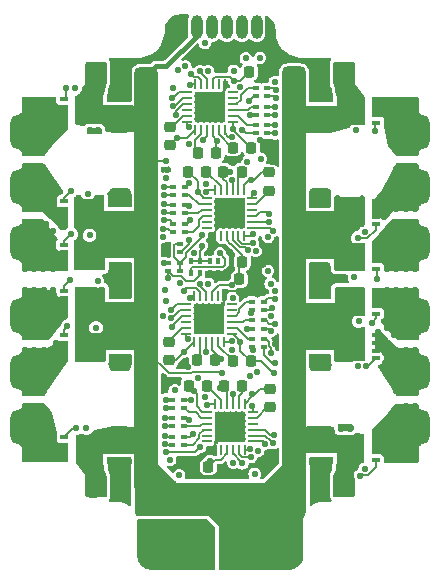
<source format=gbr>
%TF.GenerationSoftware,KiCad,Pcbnew,7.0.2*%
%TF.CreationDate,2023-05-24T20:20:14+03:00*%
%TF.ProjectId,Slimmeri_GD32,536c696d-6d65-4726-995f-474433322e6b,rev?*%
%TF.SameCoordinates,Original*%
%TF.FileFunction,Copper,L6,Bot*%
%TF.FilePolarity,Positive*%
%FSLAX46Y46*%
G04 Gerber Fmt 4.6, Leading zero omitted, Abs format (unit mm)*
G04 Created by KiCad (PCBNEW 7.0.2) date 2023-05-24 20:20:14*
%MOMM*%
%LPD*%
G01*
G04 APERTURE LIST*
G04 Aperture macros list*
%AMRoundRect*
0 Rectangle with rounded corners*
0 $1 Rounding radius*
0 $2 $3 $4 $5 $6 $7 $8 $9 X,Y pos of 4 corners*
0 Add a 4 corners polygon primitive as box body*
4,1,4,$2,$3,$4,$5,$6,$7,$8,$9,$2,$3,0*
0 Add four circle primitives for the rounded corners*
1,1,$1+$1,$2,$3*
1,1,$1+$1,$4,$5*
1,1,$1+$1,$6,$7*
1,1,$1+$1,$8,$9*
0 Add four rect primitives between the rounded corners*
20,1,$1+$1,$2,$3,$4,$5,0*
20,1,$1+$1,$4,$5,$6,$7,0*
20,1,$1+$1,$6,$7,$8,$9,0*
20,1,$1+$1,$8,$9,$2,$3,0*%
%AMFreePoly0*
4,1,37,1.188536,0.403536,1.190000,0.400000,1.190000,-1.750000,1.188536,-1.753536,1.185000,-1.755000,0.765000,-1.755000,0.761464,-1.753536,0.760000,-1.750000,0.760000,-1.305000,0.540000,-1.305000,0.540000,-1.750000,0.538536,-1.753536,0.535000,-1.755000,0.115000,-1.755000,0.111464,-1.753536,0.110000,-1.750000,0.110000,-1.305000,-0.110000,-1.305000,-0.110000,-1.750000,-0.111464,-1.753536,
-0.115000,-1.755000,-0.535000,-1.755000,-0.538536,-1.753536,-0.540000,-1.750000,-0.540000,-1.305000,-0.760000,-1.305000,-0.760000,-1.750000,-0.761464,-1.753536,-0.765000,-1.755000,-1.185000,-1.755000,-1.188536,-1.753536,-1.190000,-1.750000,-1.190000,0.400000,-1.188536,0.403536,-1.185000,0.405000,1.185000,0.405000,1.188536,0.403536,1.188536,0.403536,$1*%
G04 Aperture macros list end*
%TA.AperFunction,ComponentPad*%
%ADD10O,1.000000X2.000000*%
%TD*%
%TA.AperFunction,ComponentPad*%
%ADD11C,1.000000*%
%TD*%
%TA.AperFunction,ComponentPad*%
%ADD12RoundRect,0.750000X-0.750000X0.750000X-0.750000X-0.750000X0.750000X-0.750000X0.750000X0.750000X0*%
%TD*%
%TA.AperFunction,ComponentPad*%
%ADD13RoundRect,0.750000X0.750000X-0.750000X0.750000X0.750000X-0.750000X0.750000X-0.750000X-0.750000X0*%
%TD*%
%TA.AperFunction,ComponentPad*%
%ADD14RoundRect,1.000000X-2.000000X-1.000000X2.000000X-1.000000X2.000000X1.000000X-2.000000X1.000000X0*%
%TD*%
%TA.AperFunction,SMDPad,CuDef*%
%ADD15R,0.500000X0.400000*%
%TD*%
%TA.AperFunction,SMDPad,CuDef*%
%ADD16R,0.400000X0.500000*%
%TD*%
%TA.AperFunction,SMDPad,CuDef*%
%ADD17RoundRect,0.225000X-0.225000X-0.250000X0.225000X-0.250000X0.225000X0.250000X-0.225000X0.250000X0*%
%TD*%
%TA.AperFunction,SMDPad,CuDef*%
%ADD18RoundRect,0.250000X0.650000X-0.325000X0.650000X0.325000X-0.650000X0.325000X-0.650000X-0.325000X0*%
%TD*%
%TA.AperFunction,SMDPad,CuDef*%
%ADD19RoundRect,0.225000X0.225000X0.250000X-0.225000X0.250000X-0.225000X-0.250000X0.225000X-0.250000X0*%
%TD*%
%TA.AperFunction,SMDPad,CuDef*%
%ADD20FreePoly0,270.000000*%
%TD*%
%TA.AperFunction,SMDPad,CuDef*%
%ADD21R,0.700000X0.420000*%
%TD*%
%TA.AperFunction,SMDPad,CuDef*%
%ADD22RoundRect,0.225000X0.250000X-0.225000X0.250000X0.225000X-0.250000X0.225000X-0.250000X-0.225000X0*%
%TD*%
%TA.AperFunction,SMDPad,CuDef*%
%ADD23R,2.600000X2.600000*%
%TD*%
%TA.AperFunction,SMDPad,CuDef*%
%ADD24RoundRect,0.062500X0.350000X-0.062500X0.350000X0.062500X-0.350000X0.062500X-0.350000X-0.062500X0*%
%TD*%
%TA.AperFunction,SMDPad,CuDef*%
%ADD25RoundRect,0.062500X0.062500X-0.350000X0.062500X0.350000X-0.062500X0.350000X-0.062500X-0.350000X0*%
%TD*%
%TA.AperFunction,SMDPad,CuDef*%
%ADD26RoundRect,0.062500X-0.350000X0.062500X-0.350000X-0.062500X0.350000X-0.062500X0.350000X0.062500X0*%
%TD*%
%TA.AperFunction,SMDPad,CuDef*%
%ADD27RoundRect,0.062500X-0.062500X0.350000X-0.062500X-0.350000X0.062500X-0.350000X0.062500X0.350000X0*%
%TD*%
%TA.AperFunction,SMDPad,CuDef*%
%ADD28RoundRect,0.250000X-0.325000X-0.650000X0.325000X-0.650000X0.325000X0.650000X-0.325000X0.650000X0*%
%TD*%
%TA.AperFunction,SMDPad,CuDef*%
%ADD29FreePoly0,90.000000*%
%TD*%
%TA.AperFunction,SMDPad,CuDef*%
%ADD30RoundRect,0.250000X-0.650000X0.325000X-0.650000X-0.325000X0.650000X-0.325000X0.650000X0.325000X0*%
%TD*%
%TA.AperFunction,SMDPad,CuDef*%
%ADD31RoundRect,0.225000X-0.250000X0.225000X-0.250000X-0.225000X0.250000X-0.225000X0.250000X0.225000X0*%
%TD*%
%TA.AperFunction,SMDPad,CuDef*%
%ADD32RoundRect,0.434782X0.565218X17.565218X-0.565218X17.565218X-0.565218X-17.565218X0.565218X-17.565218X0*%
%TD*%
%TA.AperFunction,SMDPad,CuDef*%
%ADD33RoundRect,0.250000X0.325000X0.650000X-0.325000X0.650000X-0.325000X-0.650000X0.325000X-0.650000X0*%
%TD*%
%TA.AperFunction,ViaPad*%
%ADD34C,0.550000*%
%TD*%
%TA.AperFunction,Conductor*%
%ADD35C,0.150000*%
%TD*%
%TA.AperFunction,Conductor*%
%ADD36C,0.400000*%
%TD*%
G04 APERTURE END LIST*
D10*
%TO.P,J13,1,Pin_1*%
%TO.N,/M4*%
X138590000Y-53637500D03*
%TO.P,J13,2,Pin_2*%
%TO.N,/M3*%
X137320000Y-53637500D03*
%TO.P,J13,3,Pin_3*%
%TO.N,/M2*%
X136050000Y-53637500D03*
%TO.P,J13,4,Pin_4*%
%TO.N,/M1*%
X134780000Y-53637500D03*
%TO.P,J13,5,Pin_5*%
%TO.N,/VBAT*%
X133510000Y-53637500D03*
%TO.P,J13,6,Pin_6*%
%TO.N,GND*%
X132240000Y-53637500D03*
%TD*%
D11*
%TO.P,J7,1,Pin_1*%
%TO.N,/Motor3/MotorOutA*%
X151000000Y-72650000D03*
X152500000Y-72650000D03*
D12*
X151750000Y-71900000D03*
D11*
X151000000Y-71150000D03*
X152500000Y-71150000D03*
%TD*%
%TO.P,J4,1,Pin_1*%
%TO.N,/Motor2/MotorOutA*%
X118500000Y-63250000D03*
X120000000Y-63250000D03*
D12*
X119250000Y-62500000D03*
D11*
X118500000Y-61750000D03*
X120000000Y-61750000D03*
%TD*%
%TO.P,J8,1,Pin_1*%
%TO.N,/Motor3/MotorOutB*%
X151000000Y-67950000D03*
X152500000Y-67950000D03*
D12*
X151750000Y-67200000D03*
D11*
X151000000Y-66450000D03*
X152500000Y-66450000D03*
%TD*%
%TO.P,J12,1,Pin_1*%
%TO.N,/Motor4/MotorOutC*%
X152500000Y-77350000D03*
X151000000Y-77350000D03*
D13*
X151750000Y-78100000D03*
D11*
X152500000Y-78850000D03*
X151000000Y-78850000D03*
%TD*%
D14*
%TO.P,TP14,1,1*%
%TO.N,/VBAT*%
X139300000Y-97400000D03*
%TD*%
D11*
%TO.P,J5,1,Pin_1*%
%TO.N,/Motor2/MotorOutB*%
X118500000Y-67950000D03*
X120000000Y-67950000D03*
D12*
X119250000Y-67200000D03*
D11*
X118500000Y-66450000D03*
X120000000Y-66450000D03*
%TD*%
%TO.P,J9,1,Pin_1*%
%TO.N,/Motor3/MotorOutC*%
X151000000Y-63250000D03*
X152500000Y-63250000D03*
D12*
X151750000Y-62500000D03*
D11*
X151000000Y-61750000D03*
X152500000Y-61750000D03*
%TD*%
D15*
%TO.P,RN16,4,R1.2*%
%TO.N,/Motor2/MotorOutB*%
X131100000Y-73600000D03*
%TO.P,RN16,3,R2.2*%
%TO.N,/Motor2/BEMF_COMMON*%
X131100000Y-74300000D03*
%TO.P,RN16,2,R2.1*%
%TO.N,/Motor2/BEMFB_1*%
X132100000Y-74300000D03*
%TO.P,RN16,1,R1.1*%
X132100000Y-73600000D03*
%TD*%
D11*
%TO.P,J11,1,Pin_1*%
%TO.N,/Motor4/MotorOutB*%
X152500000Y-82050000D03*
X151000000Y-82050000D03*
D13*
X151750000Y-82800000D03*
D11*
X152500000Y-83550000D03*
X151000000Y-83550000D03*
%TD*%
D15*
%TO.P,RN15,4,R1.2*%
%TO.N,GND*%
X131100000Y-72000000D03*
%TO.P,RN15,3,R2.2*%
X131100000Y-72700000D03*
%TO.P,RN15,2,R2.1*%
%TO.N,/Motor2/BEMFA_1*%
X132100000Y-72700000D03*
%TO.P,RN15,1,R1.1*%
%TO.N,/Motor2/BEMFB_1*%
X132100000Y-72000000D03*
%TD*%
D16*
%TO.P,RN13,4,R1.2*%
%TO.N,GND*%
X134650000Y-74425000D03*
%TO.P,RN13,3,R2.2*%
X135350000Y-74425000D03*
%TO.P,RN13,2,R2.1*%
%TO.N,unconnected-(RN13-R2.1-Pad2)*%
X135350000Y-73425000D03*
%TO.P,RN13,1,R1.1*%
%TO.N,/Motor2/BEMFC_1*%
X134650000Y-73425000D03*
%TD*%
%TO.P,RN12,4,R1.2*%
%TO.N,/Motor2/MotorOutC*%
X133075000Y-74425000D03*
%TO.P,RN12,3,R2.2*%
%TO.N,/Motor2/BEMF_COMMON*%
X133775000Y-74425000D03*
%TO.P,RN12,2,R2.1*%
%TO.N,/Motor2/BEMFC_1*%
X133775000Y-73425000D03*
%TO.P,RN12,1,R1.1*%
X133075000Y-73425000D03*
%TD*%
D14*
%TO.P,TP13,1,1*%
%TO.N,GND*%
X131700000Y-97400000D03*
%TD*%
D11*
%TO.P,J1,1,Pin_1*%
%TO.N,/Motor1/MotorOutA*%
X120000000Y-77350000D03*
X118500000Y-77350000D03*
D13*
X119250000Y-78100000D03*
D11*
X120000000Y-78850000D03*
X118500000Y-78850000D03*
%TD*%
%TO.P,J10,1,Pin_1*%
%TO.N,/Motor4/MotorOutA*%
X152500000Y-86750000D03*
X151000000Y-86750000D03*
D13*
X151750000Y-87500000D03*
D11*
X152500000Y-88250000D03*
X151000000Y-88250000D03*
%TD*%
D15*
%TO.P,RN17,4,R1.2*%
%TO.N,/Motor3/GLA*%
X138500000Y-61925000D03*
%TO.P,RN17,3,R2.2*%
%TO.N,/Motor3/GHA*%
X138500000Y-62625000D03*
%TO.P,RN17,2,R2.1*%
%TO.N,Net-(Q13-G)*%
X139500000Y-62625000D03*
%TO.P,RN17,1,R1.1*%
%TO.N,Net-(Q14-G)*%
X139500000Y-61925000D03*
%TD*%
D11*
%TO.P,J2,1,Pin_1*%
%TO.N,/Motor1/MotorOutB*%
X120000000Y-82050000D03*
X118500000Y-82050000D03*
D13*
X119250000Y-82800000D03*
D11*
X120000000Y-83550000D03*
X118500000Y-83550000D03*
%TD*%
%TO.P,J6,1,Pin_1*%
%TO.N,/Motor2/MotorOutC*%
X118500000Y-72650000D03*
X120000000Y-72650000D03*
D12*
X119250000Y-71900000D03*
D11*
X118500000Y-71150000D03*
X120000000Y-71150000D03*
%TD*%
%TO.P,J3,1,Pin_1*%
%TO.N,/Motor1/MotorOutC*%
X120000000Y-86750000D03*
X118500000Y-86750000D03*
D13*
X119250000Y-87500000D03*
D11*
X120000000Y-88250000D03*
X118500000Y-88250000D03*
%TD*%
D17*
%TO.P,C12,2*%
%TO.N,Net-(U4-BSTB)*%
X137325000Y-65875000D03*
%TO.P,C12,1*%
%TO.N,/Motor2/MotorOutB*%
X135775000Y-65875000D03*
%TD*%
D18*
%TO.P,C45,2*%
%TO.N,GND*%
X143975000Y-75650000D03*
%TO.P,C45,1*%
%TO.N,/VBAT*%
X143975000Y-78250000D03*
%TD*%
D15*
%TO.P,RN11,4,R1.2*%
%TO.N,/Motor2/GLC*%
X132525000Y-70975000D03*
%TO.P,RN11,3,R2.2*%
%TO.N,/Motor2/GHC*%
X132525000Y-70275000D03*
%TO.P,RN11,2,R2.1*%
%TO.N,Net-(Q11-G)*%
X131525000Y-70275000D03*
%TO.P,RN11,1,R1.1*%
%TO.N,Net-(Q12-G)*%
X131525000Y-70975000D03*
%TD*%
D19*
%TO.P,C11,2*%
%TO.N,GND*%
X132950000Y-90825000D03*
%TO.P,C11,1*%
%TO.N,/5V*%
X134500000Y-90825000D03*
%TD*%
D20*
%TO.P,Q15,5,D*%
%TO.N,/VBAT*%
X147287500Y-69350000D03*
D21*
%TO.P,Q15,4,G*%
%TO.N,Net-(Q15-G)*%
X148687500Y-70325000D03*
%TO.P,Q15,3,S*%
%TO.N,/Motor3/MotorOutB*%
X148687500Y-69675000D03*
%TO.P,Q15,2,S*%
X148687500Y-69025000D03*
%TO.P,Q15,1,S*%
X148687500Y-68375000D03*
%TD*%
D22*
%TO.P,C26,2*%
%TO.N,Net-(U8-BSTA)*%
X131199503Y-80250000D03*
%TO.P,C26,1*%
%TO.N,/Motor4/MotorOutA*%
X131199503Y-81800000D03*
%TD*%
D19*
%TO.P,C21,2*%
%TO.N,Net-(U6-BSTC)*%
X136600000Y-63825000D03*
%TO.P,C21,1*%
%TO.N,/Motor3/MotorOutC*%
X138150000Y-63825000D03*
%TD*%
D23*
%TO.P,U2,25,GND*%
%TO.N,GND*%
X136350000Y-87450000D03*
D24*
%TO.P,U2,24,INHC*%
%TO.N,/Motor1/CHIGH*%
X138287500Y-88700000D03*
%TO.P,U2,23,INHB*%
%TO.N,/Motor1/BHIGH*%
X138287500Y-88200000D03*
%TO.P,U2,22,INHA*%
%TO.N,/Motor1/AHIGH*%
X138287500Y-87700000D03*
%TO.P,U2,21,DT*%
%TO.N,unconnected-(U2-DT-Pad21)*%
X138287500Y-87200000D03*
%TO.P,U2,20,BSTA*%
%TO.N,Net-(U2-BSTA)*%
X138287500Y-86700000D03*
%TO.P,U2,19,GHA*%
%TO.N,/Motor1/GHA*%
X138287500Y-86200000D03*
D25*
%TO.P,U2,18,SHA*%
%TO.N,/Motor1/MotorOutA*%
X137600000Y-85512500D03*
%TO.P,U2,17,BSTB*%
%TO.N,Net-(U2-BSTB)*%
X137100000Y-85512500D03*
%TO.P,U2,16,GHB*%
%TO.N,/Motor1/GHB*%
X136600000Y-85512500D03*
%TO.P,U2,15,SHB*%
%TO.N,/Motor1/MotorOutB*%
X136100000Y-85512500D03*
%TO.P,U2,14,BSTC*%
%TO.N,Net-(U2-BSTC)*%
X135600000Y-85512500D03*
%TO.P,U2,13,GHC*%
%TO.N,/Motor1/GHC*%
X135100000Y-85512500D03*
D24*
%TO.P,U2,12,SHC*%
%TO.N,/Motor1/MotorOutC*%
X134412500Y-86200000D03*
%TO.P,U2,11,GLA*%
%TO.N,/Motor1/GLA*%
X134412500Y-86700000D03*
%TO.P,U2,10,GLB*%
%TO.N,/Motor1/GLB*%
X134412500Y-87200000D03*
%TO.P,U2,9,GLC*%
%TO.N,/Motor1/GLC*%
X134412500Y-87700000D03*
%TO.P,U2,8,NC*%
%TO.N,unconnected-(U2-NC-Pad8)*%
X134412500Y-88200000D03*
%TO.P,U2,7,NC*%
%TO.N,unconnected-(U2-NC-Pad7)*%
X134412500Y-88700000D03*
D25*
%TO.P,U2,6,GND*%
%TO.N,GND*%
X135100000Y-89387500D03*
%TO.P,U2,5,MODE*%
%TO.N,unconnected-(U2-MODE-Pad5)*%
X135600000Y-89387500D03*
%TO.P,U2,4,VDD*%
%TO.N,/5V*%
X136100000Y-89387500D03*
%TO.P,U2,3,INLC*%
%TO.N,/Motor1/CLOW*%
X136600000Y-89387500D03*
%TO.P,U2,2,INLB*%
%TO.N,/Motor1/BLOW*%
X137100000Y-89387500D03*
%TO.P,U2,1,INLA*%
%TO.N,/Motor1/ALOW*%
X137600000Y-89387500D03*
%TD*%
D23*
%TO.P,U8,25,GND*%
%TO.N,GND*%
X134550000Y-78325000D03*
D26*
%TO.P,U8,24,INHC*%
%TO.N,/Motor4/CHIGH*%
X132612500Y-77075000D03*
%TO.P,U8,23,INHB*%
%TO.N,/Motor4/BHIGH*%
X132612500Y-77575000D03*
%TO.P,U8,22,INHA*%
%TO.N,/Motor4/AHIGH*%
X132612500Y-78075000D03*
%TO.P,U8,21,DT*%
%TO.N,unconnected-(U8-DT-Pad21)*%
X132612500Y-78575000D03*
%TO.P,U8,20,BSTA*%
%TO.N,Net-(U8-BSTA)*%
X132612500Y-79075000D03*
%TO.P,U8,19,GHA*%
%TO.N,/Motor4/GHA*%
X132612500Y-79575000D03*
D27*
%TO.P,U8,18,SHA*%
%TO.N,/Motor4/MotorOutA*%
X133300000Y-80262500D03*
%TO.P,U8,17,BSTB*%
%TO.N,Net-(U8-BSTB)*%
X133800000Y-80262500D03*
%TO.P,U8,16,GHB*%
%TO.N,/Motor4/GHB*%
X134300000Y-80262500D03*
%TO.P,U8,15,SHB*%
%TO.N,/Motor4/MotorOutB*%
X134800000Y-80262500D03*
%TO.P,U8,14,BSTC*%
%TO.N,Net-(U8-BSTC)*%
X135300000Y-80262500D03*
%TO.P,U8,13,GHC*%
%TO.N,/Motor4/GHC*%
X135800000Y-80262500D03*
D26*
%TO.P,U8,12,SHC*%
%TO.N,/Motor4/MotorOutC*%
X136487500Y-79575000D03*
%TO.P,U8,11,GLA*%
%TO.N,/Motor4/GLA*%
X136487500Y-79075000D03*
%TO.P,U8,10,GLB*%
%TO.N,/Motor4/GLB*%
X136487500Y-78575000D03*
%TO.P,U8,9,GLC*%
%TO.N,/Motor4/GLC*%
X136487500Y-78075000D03*
%TO.P,U8,8,NC*%
%TO.N,unconnected-(U8-NC-Pad8)*%
X136487500Y-77575000D03*
%TO.P,U8,7,NC*%
%TO.N,unconnected-(U8-NC-Pad7)*%
X136487500Y-77075000D03*
D27*
%TO.P,U8,6,GND*%
%TO.N,GND*%
X135800000Y-76387500D03*
%TO.P,U8,5,MODE*%
%TO.N,unconnected-(U8-MODE-Pad5)*%
X135300000Y-76387500D03*
%TO.P,U8,4,VDD*%
%TO.N,/5V*%
X134800000Y-76387500D03*
%TO.P,U8,3,INLC*%
%TO.N,/Motor4/CLOW*%
X134300000Y-76387500D03*
%TO.P,U8,2,INLB*%
%TO.N,/Motor4/BLOW*%
X133800000Y-76387500D03*
%TO.P,U8,1,INLA*%
%TO.N,/Motor4/ALOW*%
X133300000Y-76387500D03*
%TD*%
D15*
%TO.P,RN3,4,R1.2*%
%TO.N,/Motor1/GLC*%
X132450000Y-89000000D03*
%TO.P,RN3,3,R2.2*%
%TO.N,/Motor1/GHC*%
X132450000Y-88300000D03*
%TO.P,RN3,2,R2.1*%
%TO.N,Net-(Q5-G)*%
X131450000Y-88300000D03*
%TO.P,RN3,1,R1.1*%
%TO.N,Net-(Q6-G)*%
X131450000Y-89000000D03*
%TD*%
D19*
%TO.P,C28,2*%
%TO.N,Net-(U8-BSTC)*%
X136549503Y-81900000D03*
%TO.P,C28,1*%
%TO.N,/Motor4/MotorOutC*%
X138099503Y-81900000D03*
%TD*%
D20*
%TO.P,Q21,5,D*%
%TO.N,/VBAT*%
X147300000Y-80700000D03*
D21*
%TO.P,Q21,4,G*%
%TO.N,Net-(Q21-G)*%
X148700000Y-81675000D03*
%TO.P,Q21,3,S*%
%TO.N,/Motor4/MotorOutB*%
X148700000Y-81025000D03*
%TO.P,Q21,2,S*%
X148700000Y-80375000D03*
%TO.P,Q21,1,S*%
X148700000Y-79725000D03*
%TD*%
D20*
%TO.P,Q23,5,D*%
%TO.N,/VBAT*%
X147312500Y-76900000D03*
D21*
%TO.P,Q23,4,G*%
%TO.N,Net-(Q23-G)*%
X148712500Y-77875000D03*
%TO.P,Q23,3,S*%
%TO.N,/Motor4/MotorOutC*%
X148712500Y-77225000D03*
%TO.P,Q23,2,S*%
X148712500Y-76575000D03*
%TO.P,Q23,1,S*%
X148712500Y-75925000D03*
%TD*%
D28*
%TO.P,C37,2*%
%TO.N,GND*%
X127250000Y-57550000D03*
%TO.P,C37,1*%
%TO.N,/VBAT*%
X124650000Y-57550000D03*
%TD*%
%TO.P,C67,2*%
%TO.N,GND*%
X127375000Y-92525000D03*
%TO.P,C67,1*%
%TO.N,/VBAT*%
X124775000Y-92525000D03*
%TD*%
D20*
%TO.P,Q13,5,D*%
%TO.N,/VBAT*%
X147312500Y-73100000D03*
D21*
%TO.P,Q13,4,G*%
%TO.N,Net-(Q13-G)*%
X148712500Y-74075000D03*
%TO.P,Q13,3,S*%
%TO.N,/Motor3/MotorOutA*%
X148712500Y-73425000D03*
%TO.P,Q13,2,S*%
X148712500Y-72775000D03*
%TO.P,Q13,1,S*%
X148712500Y-72125000D03*
%TD*%
D29*
%TO.P,Q3,5,D*%
%TO.N,/VBAT*%
X123700000Y-80700000D03*
D21*
%TO.P,Q3,4,G*%
%TO.N,Net-(Q3-G)*%
X122300000Y-79725000D03*
%TO.P,Q3,3,S*%
%TO.N,/Motor1/MotorOutB*%
X122300000Y-80375000D03*
%TO.P,Q3,2,S*%
X122300000Y-81025000D03*
%TO.P,Q3,1,S*%
X122300000Y-81675000D03*
%TD*%
D17*
%TO.P,C24,2*%
%TO.N,GND*%
X138675000Y-74950000D03*
%TO.P,C24,1*%
%TO.N,/5V*%
X137125000Y-74950000D03*
%TD*%
D30*
%TO.P,C65,2*%
%TO.N,GND*%
X126900000Y-90625000D03*
%TO.P,C65,1*%
%TO.N,/VBAT*%
X126900000Y-88025000D03*
%TD*%
%TO.P,C61,2*%
%TO.N,GND*%
X127025000Y-74350000D03*
%TO.P,C61,1*%
%TO.N,/VBAT*%
X127025000Y-71750000D03*
%TD*%
D18*
%TO.P,C69,2*%
%TO.N,GND*%
X144050000Y-59350000D03*
%TO.P,C69,1*%
%TO.N,/VBAT*%
X144050000Y-61950000D03*
%TD*%
D29*
%TO.P,Q11,5,D*%
%TO.N,/VBAT*%
X123687500Y-73025000D03*
D21*
%TO.P,Q11,4,G*%
%TO.N,Net-(Q11-G)*%
X122287500Y-72050000D03*
%TO.P,Q11,3,S*%
%TO.N,/Motor2/MotorOutC*%
X122287500Y-72700000D03*
%TO.P,Q11,2,S*%
X122287500Y-73350000D03*
%TO.P,Q11,1,S*%
X122287500Y-74000000D03*
%TD*%
D30*
%TO.P,C60,2*%
%TO.N,GND*%
X127025000Y-82150000D03*
%TO.P,C60,1*%
%TO.N,/VBAT*%
X127025000Y-79550000D03*
%TD*%
%TO.P,C54,2*%
%TO.N,GND*%
X144075000Y-90625000D03*
%TO.P,C54,1*%
%TO.N,/VBAT*%
X144075000Y-88025000D03*
%TD*%
D29*
%TO.P,Q9,5,D*%
%TO.N,/VBAT*%
X123700000Y-69350000D03*
D21*
%TO.P,Q9,4,G*%
%TO.N,Net-(Q9-G)*%
X122300000Y-68375000D03*
%TO.P,Q9,3,S*%
%TO.N,/Motor2/MotorOutB*%
X122300000Y-69025000D03*
%TO.P,Q9,2,S*%
X122300000Y-69675000D03*
%TO.P,Q9,1,S*%
X122300000Y-70325000D03*
%TD*%
D31*
%TO.P,C3,2*%
%TO.N,Net-(U2-BSTA)*%
X139700000Y-85825000D03*
%TO.P,C3,1*%
%TO.N,/Motor1/MotorOutA*%
X139700000Y-84275000D03*
%TD*%
D19*
%TO.P,C20,2*%
%TO.N,Net-(U6-BSTB)*%
X133625000Y-64275000D03*
%TO.P,C20,1*%
%TO.N,/Motor3/MotorOutB*%
X135175000Y-64275000D03*
%TD*%
D15*
%TO.P,RN25,4,R1.2*%
%TO.N,/Motor4/GLA*%
X138174503Y-80025000D03*
%TO.P,RN25,3,R2.2*%
%TO.N,/Motor4/GHA*%
X138174503Y-80725000D03*
%TO.P,RN25,2,R2.1*%
%TO.N,Net-(Q19-G)*%
X139174503Y-80725000D03*
%TO.P,RN25,1,R1.1*%
%TO.N,Net-(Q20-G)*%
X139174503Y-80025000D03*
%TD*%
D32*
%TO.P,TP10,1,1*%
%TO.N,/VBAT*%
X129250000Y-75000000D03*
%TD*%
D15*
%TO.P,RN10,4,R1.2*%
%TO.N,/Motor2/GLB*%
X132525000Y-69400000D03*
%TO.P,RN10,3,R2.2*%
%TO.N,/Motor2/GHB*%
X132525000Y-68700000D03*
%TO.P,RN10,2,R2.1*%
%TO.N,Net-(Q9-G)*%
X131525000Y-68700000D03*
%TO.P,RN10,1,R1.1*%
%TO.N,Net-(Q10-G)*%
X131525000Y-69400000D03*
%TD*%
D17*
%TO.P,C2,2*%
%TO.N,Net-(U2-BSTB)*%
X137375000Y-84000000D03*
%TO.P,C2,1*%
%TO.N,/Motor1/MotorOutB*%
X135825000Y-84000000D03*
%TD*%
D18*
%TO.P,C62,2*%
%TO.N,GND*%
X127025000Y-67850000D03*
%TO.P,C62,1*%
%TO.N,/VBAT*%
X127025000Y-70450000D03*
%TD*%
D17*
%TO.P,C10,2*%
%TO.N,Net-(U2-BSTC)*%
X134400000Y-83975000D03*
%TO.P,C10,1*%
%TO.N,/Motor1/MotorOutC*%
X132850000Y-83975000D03*
%TD*%
D29*
%TO.P,Q2,5,D*%
%TO.N,/VBAT*%
X123700000Y-76900000D03*
D21*
%TO.P,Q2,4,G*%
%TO.N,Net-(Q2-G)*%
X122300000Y-75925000D03*
%TO.P,Q2,3,S*%
%TO.N,/Motor1/MotorOutA*%
X122300000Y-76575000D03*
%TO.P,Q2,2,S*%
X122300000Y-77225000D03*
%TO.P,Q2,1,S*%
X122300000Y-77875000D03*
%TD*%
D15*
%TO.P,RN9,4,R1.2*%
%TO.N,/Motor2/GLA*%
X132525000Y-67825000D03*
%TO.P,RN9,3,R2.2*%
%TO.N,/Motor2/GHA*%
X132525000Y-67125000D03*
%TO.P,RN9,2,R2.1*%
%TO.N,Net-(Q7-G)*%
X131525000Y-67125000D03*
%TO.P,RN9,1,R1.1*%
%TO.N,Net-(Q8-G)*%
X131525000Y-67825000D03*
%TD*%
D29*
%TO.P,Q5,5,D*%
%TO.N,/VBAT*%
X123700000Y-89300000D03*
D21*
%TO.P,Q5,4,G*%
%TO.N,Net-(Q5-G)*%
X122300000Y-88325000D03*
%TO.P,Q5,3,S*%
%TO.N,/Motor1/MotorOutC*%
X122300000Y-88975000D03*
%TO.P,Q5,2,S*%
X122300000Y-89625000D03*
%TO.P,Q5,1,S*%
X122300000Y-90275000D03*
%TD*%
D22*
%TO.P,C19,2*%
%TO.N,Net-(U6-BSTA)*%
X131250000Y-62075000D03*
%TO.P,C19,1*%
%TO.N,/Motor3/MotorOutA*%
X131250000Y-63625000D03*
%TD*%
D31*
%TO.P,C9,2*%
%TO.N,Net-(U4-BSTA)*%
X139650000Y-67475000D03*
%TO.P,C9,1*%
%TO.N,/Motor2/MotorOutA*%
X139650000Y-65925000D03*
%TD*%
D19*
%TO.P,C27,2*%
%TO.N,Net-(U8-BSTB)*%
X133549503Y-81775000D03*
%TO.P,C27,1*%
%TO.N,/Motor4/MotorOutB*%
X135099503Y-81775000D03*
%TD*%
D18*
%TO.P,C39,2*%
%TO.N,GND*%
X126925000Y-59375000D03*
%TO.P,C39,1*%
%TO.N,/VBAT*%
X126925000Y-61975000D03*
%TD*%
D17*
%TO.P,C14,2*%
%TO.N,Net-(U4-BSTC)*%
X134325000Y-65875000D03*
%TO.P,C14,1*%
%TO.N,/Motor2/MotorOutC*%
X132775000Y-65875000D03*
%TD*%
%TO.P,C7,2*%
%TO.N,GND*%
X138925000Y-73475000D03*
%TO.P,C7,1*%
%TO.N,/5V*%
X137375000Y-73475000D03*
%TD*%
D15*
%TO.P,RN18,4,R1.2*%
%TO.N,/Motor3/GLB*%
X138500000Y-60350000D03*
%TO.P,RN18,3,R2.2*%
%TO.N,/Motor3/GHB*%
X138500000Y-61050000D03*
%TO.P,RN18,2,R2.1*%
%TO.N,Net-(Q15-G)*%
X139500000Y-61050000D03*
%TO.P,RN18,1,R1.1*%
%TO.N,Net-(Q16-G)*%
X139500000Y-60350000D03*
%TD*%
D18*
%TO.P,C59,2*%
%TO.N,GND*%
X127025000Y-75650000D03*
%TO.P,C59,1*%
%TO.N,/VBAT*%
X127025000Y-78250000D03*
%TD*%
D15*
%TO.P,RN2,4,R1.2*%
%TO.N,/Motor1/GLB*%
X132450000Y-87425000D03*
%TO.P,RN2,3,R2.2*%
%TO.N,/Motor1/GHB*%
X132450000Y-86725000D03*
%TO.P,RN2,2,R2.1*%
%TO.N,Net-(Q3-G)*%
X131450000Y-86725000D03*
%TO.P,RN2,1,R1.1*%
%TO.N,Net-(Q4-G)*%
X131450000Y-87425000D03*
%TD*%
%TO.P,RN27,4,R1.2*%
%TO.N,/Motor4/GLC*%
X138174503Y-76875000D03*
%TO.P,RN27,3,R2.2*%
%TO.N,/Motor4/GHC*%
X138174503Y-77575000D03*
%TO.P,RN27,2,R2.1*%
%TO.N,Net-(Q23-G)*%
X139174503Y-77575000D03*
%TO.P,RN27,1,R1.1*%
%TO.N,Net-(Q24-G)*%
X139174503Y-76875000D03*
%TD*%
D32*
%TO.P,TP9,1,1*%
%TO.N,/VBAT*%
X141750000Y-74950000D03*
%TD*%
D15*
%TO.P,RN26,4,R1.2*%
%TO.N,/Motor4/GLB*%
X138174503Y-78450000D03*
%TO.P,RN26,3,R2.2*%
%TO.N,/Motor4/GHB*%
X138174503Y-79150000D03*
%TO.P,RN26,2,R2.1*%
%TO.N,Net-(Q21-G)*%
X139174503Y-79150000D03*
%TO.P,RN26,1,R1.1*%
%TO.N,Net-(Q22-G)*%
X139174503Y-78450000D03*
%TD*%
D33*
%TO.P,C70,2*%
%TO.N,GND*%
X143725000Y-57600000D03*
%TO.P,C70,1*%
%TO.N,/VBAT*%
X146325000Y-57600000D03*
%TD*%
D23*
%TO.P,U6,25,GND*%
%TO.N,GND*%
X134625000Y-60400000D03*
D26*
%TO.P,U6,24,INHC*%
%TO.N,/Motor3/CHIGH*%
X132687500Y-59150000D03*
%TO.P,U6,23,INHB*%
%TO.N,/Motor3/BHIGH*%
X132687500Y-59650000D03*
%TO.P,U6,22,INHA*%
%TO.N,/Motor3/AHIGH*%
X132687500Y-60150000D03*
%TO.P,U6,21,DT*%
%TO.N,unconnected-(U6-DT-Pad21)*%
X132687500Y-60650000D03*
%TO.P,U6,20,BSTA*%
%TO.N,Net-(U6-BSTA)*%
X132687500Y-61150000D03*
%TO.P,U6,19,GHA*%
%TO.N,/Motor3/GHA*%
X132687500Y-61650000D03*
D27*
%TO.P,U6,18,SHA*%
%TO.N,/Motor3/MotorOutA*%
X133375000Y-62337500D03*
%TO.P,U6,17,BSTB*%
%TO.N,Net-(U6-BSTB)*%
X133875000Y-62337500D03*
%TO.P,U6,16,GHB*%
%TO.N,/Motor3/GHB*%
X134375000Y-62337500D03*
%TO.P,U6,15,SHB*%
%TO.N,/Motor3/MotorOutB*%
X134875000Y-62337500D03*
%TO.P,U6,14,BSTC*%
%TO.N,Net-(U6-BSTC)*%
X135375000Y-62337500D03*
%TO.P,U6,13,GHC*%
%TO.N,/Motor3/GHC*%
X135875000Y-62337500D03*
D26*
%TO.P,U6,12,SHC*%
%TO.N,/Motor3/MotorOutC*%
X136562500Y-61650000D03*
%TO.P,U6,11,GLA*%
%TO.N,/Motor3/GLA*%
X136562500Y-61150000D03*
%TO.P,U6,10,GLB*%
%TO.N,/Motor3/GLB*%
X136562500Y-60650000D03*
%TO.P,U6,9,GLC*%
%TO.N,/Motor3/GLC*%
X136562500Y-60150000D03*
%TO.P,U6,8,NC*%
%TO.N,unconnected-(U6-NC-Pad8)*%
X136562500Y-59650000D03*
%TO.P,U6,7,NC*%
%TO.N,unconnected-(U6-NC-Pad7)*%
X136562500Y-59150000D03*
D27*
%TO.P,U6,6,GND*%
%TO.N,GND*%
X135875000Y-58462500D03*
%TO.P,U6,5,MODE*%
%TO.N,unconnected-(U6-MODE-Pad5)*%
X135375000Y-58462500D03*
%TO.P,U6,4,VDD*%
%TO.N,/5V*%
X134875000Y-58462500D03*
%TO.P,U6,3,INLC*%
%TO.N,/Motor3/CLOW*%
X134375000Y-58462500D03*
%TO.P,U6,2,INLB*%
%TO.N,/Motor3/BLOW*%
X133875000Y-58462500D03*
%TO.P,U6,1,INLA*%
%TO.N,/Motor3/ALOW*%
X133375000Y-58462500D03*
%TD*%
D20*
%TO.P,Q19,5,D*%
%TO.N,/VBAT*%
X147287500Y-89300000D03*
D21*
%TO.P,Q19,4,G*%
%TO.N,Net-(Q19-G)*%
X148687500Y-90275000D03*
%TO.P,Q19,3,S*%
%TO.N,/Motor4/MotorOutA*%
X148687500Y-89625000D03*
%TO.P,Q19,2,S*%
X148687500Y-88975000D03*
%TO.P,Q19,1,S*%
X148687500Y-88325000D03*
%TD*%
D15*
%TO.P,RN1,4,R1.2*%
%TO.N,/Motor1/GLA*%
X132450000Y-85850000D03*
%TO.P,RN1,3,R2.2*%
%TO.N,/Motor1/GHA*%
X132450000Y-85150000D03*
%TO.P,RN1,2,R2.1*%
%TO.N,Net-(Q2-G)*%
X131450000Y-85150000D03*
%TO.P,RN1,1,R1.1*%
%TO.N,Net-(Q1-G)*%
X131450000Y-85850000D03*
%TD*%
%TO.P,RN19,4,R1.2*%
%TO.N,/Motor3/GLC*%
X138500000Y-58775000D03*
%TO.P,RN19,3,R2.2*%
%TO.N,/Motor3/GHC*%
X138500000Y-59475000D03*
%TO.P,RN19,2,R2.1*%
%TO.N,Net-(Q17-G)*%
X139500000Y-59475000D03*
%TO.P,RN19,1,R1.1*%
%TO.N,Net-(Q18-G)*%
X139500000Y-58775000D03*
%TD*%
D20*
%TO.P,Q17,5,D*%
%TO.N,/VBAT*%
X147337500Y-60725000D03*
D21*
%TO.P,Q17,4,G*%
%TO.N,Net-(Q17-G)*%
X148737500Y-61700000D03*
%TO.P,Q17,3,S*%
%TO.N,/Motor3/MotorOutC*%
X148737500Y-61050000D03*
%TO.P,Q17,2,S*%
X148737500Y-60400000D03*
%TO.P,Q17,1,S*%
X148737500Y-59750000D03*
%TD*%
D18*
%TO.P,C47,2*%
%TO.N,GND*%
X143975000Y-67850000D03*
%TO.P,C47,1*%
%TO.N,/VBAT*%
X143975000Y-70450000D03*
%TD*%
D33*
%TO.P,C66,2*%
%TO.N,GND*%
X143700000Y-92450000D03*
%TO.P,C66,1*%
%TO.N,/VBAT*%
X146300000Y-92450000D03*
%TD*%
D23*
%TO.P,U4,25,GND*%
%TO.N,GND*%
X136300000Y-69375000D03*
D24*
%TO.P,U4,24,INHC*%
%TO.N,/Motor2/CHIGH*%
X138237500Y-70625000D03*
%TO.P,U4,23,INHB*%
%TO.N,/Motor2/BHIGH*%
X138237500Y-70125000D03*
%TO.P,U4,22,INHA*%
%TO.N,/Motor2/AHIGH*%
X138237500Y-69625000D03*
%TO.P,U4,21,DT*%
%TO.N,unconnected-(U4-DT-Pad21)*%
X138237500Y-69125000D03*
%TO.P,U4,20,BSTA*%
%TO.N,Net-(U4-BSTA)*%
X138237500Y-68625000D03*
%TO.P,U4,19,GHA*%
%TO.N,/Motor2/GHA*%
X138237500Y-68125000D03*
D25*
%TO.P,U4,18,SHA*%
%TO.N,/Motor2/MotorOutA*%
X137550000Y-67437500D03*
%TO.P,U4,17,BSTB*%
%TO.N,Net-(U4-BSTB)*%
X137050000Y-67437500D03*
%TO.P,U4,16,GHB*%
%TO.N,/Motor2/GHB*%
X136550000Y-67437500D03*
%TO.P,U4,15,SHB*%
%TO.N,/Motor2/MotorOutB*%
X136050000Y-67437500D03*
%TO.P,U4,14,BSTC*%
%TO.N,Net-(U4-BSTC)*%
X135550000Y-67437500D03*
%TO.P,U4,13,GHC*%
%TO.N,/Motor2/GHC*%
X135050000Y-67437500D03*
D24*
%TO.P,U4,12,SHC*%
%TO.N,/Motor2/MotorOutC*%
X134362500Y-68125000D03*
%TO.P,U4,11,GLA*%
%TO.N,/Motor2/GLA*%
X134362500Y-68625000D03*
%TO.P,U4,10,GLB*%
%TO.N,/Motor2/GLB*%
X134362500Y-69125000D03*
%TO.P,U4,9,GLC*%
%TO.N,/Motor2/GLC*%
X134362500Y-69625000D03*
%TO.P,U4,8,NC*%
%TO.N,unconnected-(U4-NC-Pad8)*%
X134362500Y-70125000D03*
%TO.P,U4,7,NC*%
%TO.N,unconnected-(U4-NC-Pad7)*%
X134362500Y-70625000D03*
D25*
%TO.P,U4,6,GND*%
%TO.N,GND*%
X135050000Y-71312500D03*
%TO.P,U4,5,MODE*%
%TO.N,unconnected-(U4-MODE-Pad5)*%
X135550000Y-71312500D03*
%TO.P,U4,4,VDD*%
%TO.N,/5V*%
X136050000Y-71312500D03*
%TO.P,U4,3,INLC*%
%TO.N,/Motor2/CLOW*%
X136550000Y-71312500D03*
%TO.P,U4,2,INLB*%
%TO.N,/Motor2/BLOW*%
X137050000Y-71312500D03*
%TO.P,U4,1,INLA*%
%TO.N,/Motor2/ALOW*%
X137550000Y-71312500D03*
%TD*%
D30*
%TO.P,C46,2*%
%TO.N,GND*%
X143975000Y-74350000D03*
%TO.P,C46,1*%
%TO.N,/VBAT*%
X143975000Y-71750000D03*
%TD*%
D17*
%TO.P,C17,2*%
%TO.N,GND*%
X139525000Y-57425000D03*
%TO.P,C17,1*%
%TO.N,/5V*%
X137975000Y-57425000D03*
%TD*%
D30*
%TO.P,C44,2*%
%TO.N,GND*%
X143975000Y-82150000D03*
%TO.P,C44,1*%
%TO.N,/VBAT*%
X143975000Y-79550000D03*
%TD*%
D29*
%TO.P,Q7,5,D*%
%TO.N,/VBAT*%
X123675000Y-60675000D03*
D21*
%TO.P,Q7,4,G*%
%TO.N,Net-(Q7-G)*%
X122275000Y-59700000D03*
%TO.P,Q7,3,S*%
%TO.N,/Motor2/MotorOutA*%
X122275000Y-60350000D03*
%TO.P,Q7,2,S*%
X122275000Y-61000000D03*
%TO.P,Q7,1,S*%
X122275000Y-61650000D03*
%TD*%
D34*
%TO.N,GND*%
X138000000Y-83150000D03*
X135100000Y-55600000D03*
%TO.N,/M2*%
X136659239Y-57327718D03*
%TO.N,/M3*%
X134200000Y-54975000D03*
%TO.N,GND*%
X136250000Y-64800000D03*
X130900000Y-72700000D03*
X140600000Y-56100000D03*
X139950000Y-55450000D03*
X131050000Y-55400000D03*
X134650000Y-72749500D03*
%TO.N,/Motor4/BEMF_COMMON*%
X136580632Y-76525500D03*
%TO.N,GND*%
X146475000Y-87675000D03*
%TO.N,/5V*%
X134668246Y-90325500D03*
%TO.N,/3.3V*%
X138725000Y-89500000D03*
%TO.N,GND*%
X132250000Y-82250000D03*
X140225000Y-57475000D03*
%TO.N,/Motor3/MotorOutB*%
X138925000Y-64750000D03*
%TO.N,GND*%
X131910150Y-57231529D03*
X139875000Y-65025000D03*
X140200000Y-73850000D03*
X140000000Y-90325000D03*
X135150000Y-60350000D03*
X135125000Y-61250000D03*
X134225000Y-59525000D03*
X134225000Y-61250000D03*
X135150000Y-59525000D03*
X134225000Y-60350000D03*
X136650000Y-69350000D03*
X136625000Y-70250000D03*
X135725000Y-68525000D03*
X135725000Y-70250000D03*
X136650000Y-68525000D03*
X135725000Y-69350000D03*
X136175000Y-86575000D03*
X137100000Y-87400000D03*
X136175000Y-87400000D03*
X137100000Y-86575000D03*
X137075000Y-88300000D03*
X136175000Y-88300000D03*
X134625000Y-79075500D03*
X133850000Y-78350000D03*
X135525000Y-78325000D03*
X134625000Y-78325000D03*
X137101760Y-76058885D03*
X135525000Y-77425000D03*
X134625000Y-77400000D03*
X133850000Y-77400000D03*
X130674500Y-78075000D03*
X130850000Y-75875000D03*
X131277911Y-83788804D03*
X130755746Y-83244254D03*
X132814926Y-82427719D03*
%TO.N,/3.3V*%
X131642300Y-84385900D03*
%TO.N,/5V*%
X133646479Y-83347485D03*
%TO.N,/VBAT*%
X135700000Y-82875000D03*
%TO.N,GND*%
X138646800Y-82853200D03*
X140149003Y-80413160D03*
%TO.N,/3.3V*%
X139824957Y-78109154D03*
X130900000Y-76825000D03*
%TO.N,/5V*%
X136499500Y-75450000D03*
%TO.N,/3.3V*%
X139550000Y-71400000D03*
%TO.N,GND*%
X139975000Y-72125000D03*
X131000000Y-65700000D03*
%TO.N,/3.3V*%
X130950000Y-66400000D03*
%TO.N,GND*%
X137150000Y-64700000D03*
X138916052Y-63215676D03*
%TO.N,/3.3V*%
X131550000Y-58817500D03*
%TO.N,/5V*%
X136696364Y-58196390D03*
%TO.N,/3.3V*%
X137774324Y-65015468D03*
%TO.N,/VBAT*%
X130874500Y-64955900D03*
X143450000Y-88325000D03*
X144075000Y-88325000D03*
X144700000Y-88325000D03*
X144700000Y-87725000D03*
X143450000Y-87725000D03*
X144075000Y-87725000D03*
%TO.N,GND*%
X144700000Y-90325000D03*
X144075000Y-90325000D03*
X143450000Y-90325000D03*
X143450000Y-90925000D03*
X144700000Y-90925000D03*
X144075000Y-90925000D03*
X144000000Y-93075000D03*
X144000000Y-92450000D03*
X144000000Y-91825000D03*
X143400000Y-91825000D03*
X143400000Y-93075000D03*
X143400000Y-92450000D03*
%TO.N,/VBAT*%
X146600000Y-93075000D03*
X146600000Y-92450000D03*
X146600000Y-91825000D03*
X146000000Y-91825000D03*
X146000000Y-93075000D03*
X146000000Y-92450000D03*
X143350000Y-78550000D03*
X143975000Y-78550000D03*
X144600000Y-78550000D03*
X144600000Y-77950000D03*
X143350000Y-77950000D03*
X143975000Y-77950000D03*
X143350000Y-79850000D03*
X143975000Y-79850000D03*
X144600000Y-79850000D03*
X144600000Y-79250000D03*
X143350000Y-79250000D03*
X143975000Y-79250000D03*
%TO.N,GND*%
X143350000Y-82450000D03*
X143975000Y-82450000D03*
X144600000Y-82450000D03*
X144600000Y-81850000D03*
X143350000Y-81850000D03*
X143975000Y-81850000D03*
X143350000Y-75950000D03*
X143975000Y-75950000D03*
X144600000Y-75950000D03*
X144600000Y-75350000D03*
X143350000Y-75350000D03*
X143975000Y-75350000D03*
X143975000Y-74050000D03*
X143350000Y-74650000D03*
X144600000Y-74050000D03*
X143975000Y-74650000D03*
X143350000Y-74050000D03*
X144600000Y-74650000D03*
%TO.N,/VBAT*%
X143975000Y-71450000D03*
X144600000Y-72050000D03*
X143350000Y-72050000D03*
X144600000Y-71450000D03*
X143975000Y-72050000D03*
X143350000Y-71450000D03*
X143975000Y-70150000D03*
X144600000Y-70750000D03*
X143350000Y-70750000D03*
X144600000Y-70150000D03*
X143975000Y-70750000D03*
X143350000Y-70150000D03*
%TO.N,GND*%
X143975000Y-67550000D03*
X144600000Y-68150000D03*
X143350000Y-68150000D03*
X144600000Y-67550000D03*
X143975000Y-68150000D03*
X143350000Y-67550000D03*
%TO.N,/VBAT*%
X146025000Y-57600000D03*
X146025000Y-58225000D03*
X146625000Y-57600000D03*
X146625000Y-56975000D03*
X146025000Y-56975000D03*
X146625000Y-58225000D03*
%TO.N,GND*%
X143425000Y-57600000D03*
X143425000Y-58225000D03*
X144025000Y-57600000D03*
X144025000Y-56975000D03*
X143425000Y-56975000D03*
X144025000Y-58225000D03*
X144050000Y-59050000D03*
X143425000Y-59050000D03*
X144050000Y-59650000D03*
X144675000Y-59650000D03*
X144675000Y-59050000D03*
X143425000Y-59650000D03*
%TO.N,/VBAT*%
X144050000Y-61650000D03*
X143425000Y-61650000D03*
X144050000Y-62250000D03*
X144675000Y-62250000D03*
X144675000Y-61650000D03*
X143425000Y-62250000D03*
X126925000Y-61675000D03*
X126300000Y-61675000D03*
X126925000Y-62275000D03*
X127550000Y-62275000D03*
X127550000Y-61675000D03*
X126300000Y-62275000D03*
%TO.N,GND*%
X126925000Y-59075000D03*
X126925000Y-59675000D03*
X127550000Y-59075000D03*
X127550000Y-59675000D03*
X126300000Y-59675000D03*
X126300000Y-59075000D03*
%TO.N,/VBAT*%
X124950000Y-57550000D03*
X124350000Y-57550000D03*
X124950000Y-58175000D03*
X124350000Y-58175000D03*
X124350000Y-56925000D03*
X124950000Y-56925000D03*
%TO.N,GND*%
X126950000Y-57550000D03*
X127550000Y-57550000D03*
X126950000Y-56925000D03*
X127550000Y-56925000D03*
X127550000Y-58175000D03*
X126950000Y-58175000D03*
X127025000Y-67550000D03*
X127025000Y-68150500D03*
X126400000Y-68150000D03*
X127650000Y-67550000D03*
X126400000Y-67550000D03*
X127650000Y-68150000D03*
%TO.N,/VBAT*%
X127025000Y-70150000D03*
X127025000Y-70750000D03*
X126400000Y-70750000D03*
X127650000Y-70150000D03*
X126400000Y-70150000D03*
X127650000Y-70750000D03*
X127025000Y-71450000D03*
X127025000Y-72050000D03*
X126400000Y-72050000D03*
X127650000Y-71450000D03*
X126400000Y-71450000D03*
X127650000Y-72050000D03*
%TO.N,GND*%
X127025000Y-74050000D03*
X127050000Y-74650000D03*
X126400000Y-74650000D03*
X127650000Y-74050000D03*
X126400000Y-74050000D03*
X127650000Y-74650000D03*
X127025000Y-75350000D03*
X127025000Y-75950000D03*
X126400000Y-75950000D03*
X127650000Y-75350000D03*
X126400000Y-75350000D03*
X127650000Y-75950000D03*
%TO.N,/VBAT*%
X127025000Y-77950000D03*
X127025000Y-78550000D03*
X126400000Y-78550000D03*
X127650000Y-77950000D03*
X126400000Y-77950000D03*
X127650000Y-78550000D03*
X127025000Y-79250000D03*
X127025000Y-79850000D03*
X126400000Y-79850000D03*
X127650000Y-79250000D03*
X126400000Y-79250000D03*
X127650000Y-79850000D03*
%TO.N,GND*%
X127025000Y-81850000D03*
X127025000Y-82450000D03*
X126400000Y-82450000D03*
X127650000Y-81850000D03*
X126400000Y-81850000D03*
X127650000Y-82450000D03*
X127075000Y-92550000D03*
X127675000Y-92525000D03*
X127075000Y-91900000D03*
X127675000Y-91900000D03*
X127675000Y-93150000D03*
X127075000Y-93150000D03*
X126900000Y-90325000D03*
X126900000Y-90925000D03*
X127525000Y-90325000D03*
X127525000Y-90925000D03*
X126275000Y-90925000D03*
X126275000Y-90325000D03*
%TO.N,/VBAT*%
X126900000Y-87725000D03*
X126900000Y-88325000D03*
X127525000Y-87725000D03*
X127525000Y-88325000D03*
X126275000Y-88325000D03*
X126275000Y-87725000D03*
X125075000Y-92525000D03*
X124475000Y-92525000D03*
X124475000Y-93150000D03*
X125075000Y-93150000D03*
X125075000Y-91900000D03*
X124475000Y-91900000D03*
%TO.N,/Motor1/MotorOutC*%
X121075000Y-87800000D03*
X121375000Y-89400000D03*
X120575000Y-90200000D03*
X120575000Y-89400000D03*
%TO.N,/Motor1/MotorOutA*%
X121375000Y-75900000D03*
X119000000Y-79900000D03*
X120775000Y-79700000D03*
%TO.N,/Motor1/MotorOutC*%
X119000000Y-85700000D03*
X121375000Y-90200000D03*
X119775000Y-89500000D03*
X119775000Y-85700000D03*
%TO.N,/Motor1/MotorOutA*%
X120575000Y-75900000D03*
%TO.N,/Motor1/MotorOutB*%
X121575000Y-80400000D03*
X120575000Y-84400000D03*
%TO.N,/Motor1/MotorOutA*%
X121375000Y-78300000D03*
%TO.N,/Motor1/MotorOutC*%
X119000000Y-90200000D03*
X119775000Y-90200000D03*
X119000000Y-89500000D03*
%TO.N,/Motor1/MotorOutB*%
X119775000Y-81000000D03*
%TO.N,/Motor1/MotorOutA*%
X119000000Y-75900000D03*
%TO.N,/Motor1/MotorOutC*%
X120675000Y-86000000D03*
%TO.N,/Motor1/MotorOutB*%
X121175000Y-83000000D03*
X119000000Y-81000000D03*
X121575000Y-81200000D03*
%TO.N,/Motor1/MotorOutA*%
X121375000Y-79100000D03*
%TO.N,/Motor1/MotorOutB*%
X119000000Y-84600000D03*
%TO.N,/Motor1/MotorOutA*%
X121375000Y-77500000D03*
X120675000Y-76600000D03*
%TO.N,/Motor1/MotorOutC*%
X121375000Y-88600000D03*
%TO.N,/Motor1/MotorOutB*%
X119775000Y-84600000D03*
%TO.N,/Motor1/MotorOutC*%
X121075000Y-86900000D03*
%TO.N,/Motor1/MotorOutB*%
X120875000Y-81700000D03*
%TO.N,/Motor1/MotorOutA*%
X119775000Y-79900000D03*
%TO.N,/Motor1/MotorOutB*%
X120575000Y-81000000D03*
%TO.N,/Motor1/MotorOutA*%
X119775000Y-75900000D03*
X121375000Y-76700000D03*
%TO.N,/Motor1/MotorOutB*%
X121575000Y-82100000D03*
%TO.N,/Motor4/MotorOutC*%
X149625000Y-79100000D03*
X149625000Y-78300000D03*
X151225000Y-75900000D03*
X151225000Y-79900000D03*
%TO.N,/Motor4/MotorOutA*%
X149625000Y-88600000D03*
X152000000Y-90200000D03*
X149925000Y-86900000D03*
X150325000Y-86000000D03*
X152000000Y-89500000D03*
X151225000Y-90200000D03*
%TO.N,/Motor4/MotorOutB*%
X150425000Y-81000000D03*
X152000000Y-84600000D03*
X149425000Y-81200000D03*
X149425000Y-80400000D03*
X150425000Y-84400000D03*
X150125000Y-81700000D03*
X149825000Y-83000000D03*
X151225000Y-84600000D03*
X151225000Y-81000000D03*
X149425000Y-82100000D03*
%TO.N,/Motor4/MotorOutC*%
X152000000Y-75900000D03*
X149625000Y-76700000D03*
%TO.N,/Motor4/MotorOutB*%
X152000000Y-81000000D03*
%TO.N,/Motor4/MotorOutC*%
X149625000Y-77500000D03*
X150325000Y-76600000D03*
X150425000Y-75900000D03*
X149625000Y-75900000D03*
X152000000Y-79900000D03*
X150225000Y-79700000D03*
%TO.N,/Motor4/MotorOutA*%
X149925000Y-87800000D03*
X149625000Y-89400000D03*
X150425000Y-90200000D03*
X150425000Y-89400000D03*
X152000000Y-85700000D03*
X149625000Y-90200000D03*
X151225000Y-89500000D03*
X151225000Y-85700000D03*
%TO.N,/Motor3/MotorOutA*%
X140125500Y-58253609D03*
%TO.N,Net-(Q18-G)*%
X147025000Y-62339500D03*
%TO.N,Net-(Q17-G)*%
X148650000Y-62400000D03*
%TO.N,Net-(Q16-G)*%
X147725000Y-71000000D03*
%TO.N,Net-(Q15-G)*%
X147150000Y-71485500D03*
%TO.N,Net-(Q14-G)*%
X146825000Y-74800000D03*
%TO.N,Net-(Q13-G)*%
X148800000Y-74950000D03*
%TO.N,/M2*%
X132875500Y-63525000D03*
%TO.N,/M3*%
X134193294Y-84975145D03*
%TO.N,/M1*%
X136525000Y-81000000D03*
%TO.N,/M4*%
X134325500Y-66875997D03*
%TO.N,/Motor2/MotorOutB*%
X136349500Y-65880637D03*
%TO.N,/Motor3/MotorOutB*%
X135256007Y-63243993D03*
%TO.N,/Motor3/CHIGH*%
X131399500Y-59640514D03*
%TO.N,/Motor3/AHIGH*%
X131781605Y-61030163D03*
%TO.N,/Motor3/BHIGH*%
X131471997Y-60340016D03*
%TO.N,/Motor3/ALOW*%
X132950000Y-58500000D03*
%TO.N,/Motor3/BLOW*%
X133000000Y-57550000D03*
%TO.N,/Motor3/CLOW*%
X133785897Y-57349502D03*
%TO.N,/Motor3/MotorOutB*%
X138875000Y-56225000D03*
%TO.N,/Motor3/MotorOutC*%
X132550498Y-56950000D03*
%TO.N,/Motor3/V_SENSE*%
X134484800Y-57378449D03*
%TO.N,Net-(Q13-G)*%
X140175000Y-62625000D03*
%TO.N,Net-(Q14-G)*%
X140175000Y-61925000D03*
%TO.N,Net-(Q15-G)*%
X140175000Y-61050000D03*
%TO.N,Net-(Q16-G)*%
X140175000Y-60350000D03*
%TO.N,Net-(Q17-G)*%
X140200008Y-59650945D03*
%TO.N,Net-(Q18-G)*%
X140225044Y-58951891D03*
%TO.N,/Motor3/MotorOutA*%
X131875000Y-63050000D03*
%TO.N,/Motor3/MotorOutC*%
X136626347Y-62215578D03*
%TO.N,/Motor3/BEMF_COMMON*%
X137675000Y-56275000D03*
X137192765Y-58689228D03*
%TO.N,/Motor3/GHC*%
X137907289Y-59899500D03*
%TO.N,/Motor3/GHB*%
X138038139Y-61097109D03*
%TO.N,/Motor3/GHA*%
X137334156Y-62302754D03*
X132825500Y-62099500D03*
%TO.N,/Motor3/GHB*%
X134031743Y-63206243D03*
%TO.N,/Motor3/GHC*%
X136526521Y-62907921D03*
%TO.N,/Motor2/MotorOutC*%
X133588984Y-67572300D03*
%TO.N,/Motor2/MotorOutA*%
X138075000Y-66599500D03*
%TO.N,Net-(Q7-G)*%
X122450000Y-58775000D03*
%TO.N,Net-(Q8-G)*%
X123225000Y-58775000D03*
%TO.N,Net-(Q9-G)*%
X122875000Y-67475000D03*
%TO.N,Net-(Q10-G)*%
X124300000Y-67725000D03*
%TO.N,Net-(Q11-G)*%
X122875000Y-71150000D03*
%TO.N,Net-(Q12-G)*%
X124450000Y-71250000D03*
%TO.N,/Motor2/MotorOutC*%
X121325000Y-70900000D03*
X121325000Y-71700000D03*
X119725000Y-74100000D03*
X119725000Y-70100000D03*
%TO.N,/Motor2/MotorOutA*%
X121325000Y-61400000D03*
X119050000Y-59800000D03*
X121025000Y-63100000D03*
X120625000Y-64000000D03*
X119050000Y-60500000D03*
X119725000Y-59800000D03*
%TO.N,/Motor2/MotorOutB*%
X120525000Y-69000000D03*
X119000000Y-65400000D03*
X120525000Y-65600000D03*
X120825000Y-68300000D03*
X121125000Y-67000000D03*
X119725000Y-65400000D03*
X119725000Y-69000000D03*
%TO.N,/Motor2/MotorOutC*%
X119000000Y-74100000D03*
X121325000Y-73300000D03*
%TO.N,/Motor2/MotorOutB*%
X119000000Y-69000000D03*
%TO.N,/Motor2/MotorOutC*%
X121325000Y-72500000D03*
X120625000Y-73400000D03*
X120525000Y-74100000D03*
X121325000Y-74100000D03*
X119000000Y-70100000D03*
X120725000Y-70300000D03*
%TO.N,/Motor2/MotorOutA*%
X121025000Y-62200000D03*
X121325000Y-60600000D03*
X120525000Y-59800000D03*
X120525000Y-60600000D03*
X119000000Y-64300000D03*
X121325000Y-59800000D03*
X119725000Y-60500000D03*
X119725000Y-64300000D03*
%TO.N,GND*%
X136300000Y-72650000D03*
%TO.N,/Motor2/V_SENSE*%
X138532041Y-72578173D03*
%TO.N,GND*%
X133304851Y-72751549D03*
%TO.N,/Motor2/MotorOutC*%
X135484016Y-72749500D03*
%TO.N,/Motor2/MotorOutA*%
X130692344Y-71405860D03*
%TO.N,/Motor2/MotorOutB*%
X130750000Y-73575000D03*
%TO.N,/Motor2/BEMF_COMMON*%
X131075000Y-74900000D03*
%TO.N,/Motor2/BEMFA_1*%
X132900000Y-71650000D03*
%TO.N,/Motor2/BEMFB_1*%
X133925000Y-71225000D03*
%TO.N,/Motor2/BEMFC_1*%
X133941124Y-72115277D03*
%TO.N,GND*%
X124500000Y-62325000D03*
X125200000Y-62325000D03*
X145750000Y-87675000D03*
%TO.N,/Motor1/BEMF_COMMON*%
X130950000Y-89625000D03*
X133808012Y-89177717D03*
%TO.N,/Motor1/V_SENSE*%
X136600000Y-90500000D03*
%TO.N,/Motor1/CLOW*%
X137378231Y-90557769D03*
%TO.N,/Motor1/BLOW*%
X138091149Y-90034942D03*
%TO.N,/Motor1/MotorOutA*%
X131262827Y-90250654D03*
X138225000Y-84650000D03*
%TO.N,/Motor1/ALOW*%
X138037500Y-89337500D03*
%TO.N,/Motor1/MotorOutB*%
X135509082Y-84208375D03*
X132029559Y-91582185D03*
%TO.N,/Motor1/MotorOutC*%
X133325000Y-84400000D03*
X138424502Y-91450000D03*
%TO.N,/Motor1/CHIGH*%
X139273200Y-88891800D03*
%TO.N,/Motor1/BHIGH*%
X139971022Y-88843331D03*
%TO.N,/Motor1/AHIGH*%
X140019655Y-88145521D03*
%TO.N,/Motor3/MotorOutC*%
X152000000Y-59800000D03*
X149900000Y-63100000D03*
X149600000Y-61400000D03*
X151200000Y-59800000D03*
X152000000Y-60500000D03*
X150300000Y-64000000D03*
X149900000Y-62200000D03*
X151200000Y-64300000D03*
X149600000Y-59800000D03*
X150400000Y-59800000D03*
X149600000Y-60600000D03*
X152000000Y-64300000D03*
X151200000Y-60500000D03*
X150400000Y-60600000D03*
%TO.N,/Motor3/MotorOutB*%
X151200000Y-69000000D03*
X151200000Y-65400000D03*
X149400000Y-68800000D03*
X149800000Y-67000000D03*
X150100000Y-68300000D03*
X150400000Y-65600000D03*
X149400000Y-69600000D03*
X152000000Y-65400000D03*
X150400000Y-69000000D03*
X149400000Y-67900000D03*
X152000000Y-69000000D03*
%TO.N,/Motor3/MotorOutA*%
X150200000Y-70300000D03*
X149600000Y-72500000D03*
X150300000Y-73400000D03*
X150400000Y-74100000D03*
X152000000Y-70100000D03*
X149600000Y-73300000D03*
X152000000Y-74100000D03*
X149600000Y-74100000D03*
X149600000Y-71700000D03*
X151200000Y-74100000D03*
X151200000Y-70100000D03*
X149600000Y-70900000D03*
%TO.N,Net-(Q1-G)*%
X130875000Y-85850000D03*
X125125000Y-75100000D03*
%TO.N,Net-(Q2-G)*%
X130900000Y-85150000D03*
X122775000Y-75025000D03*
%TO.N,Net-(Q3-G)*%
X130825000Y-86725000D03*
X122575000Y-78950000D03*
%TO.N,Net-(Q4-G)*%
X124987500Y-79085500D03*
X130825000Y-87425000D03*
%TO.N,Net-(Q5-G)*%
X130850000Y-88200000D03*
X123325000Y-87600000D03*
%TO.N,Net-(Q6-G)*%
X130824621Y-88899042D03*
X124175000Y-87600000D03*
%TO.N,/Motor4/MotorOutA*%
X132400000Y-81125000D03*
X139775000Y-75350000D03*
%TO.N,/Motor4/MotorOutB*%
X139541810Y-74243011D03*
X135575000Y-81750000D03*
%TO.N,/Motor4/MotorOutC*%
X132103518Y-75316245D03*
X140078200Y-82871800D03*
X137214500Y-80314904D03*
%TO.N,Net-(Q7-G)*%
X130725000Y-67150000D03*
%TO.N,/Motor1/GHA*%
X133025000Y-85150000D03*
X138225000Y-85725500D03*
%TO.N,/Motor1/GHB*%
X136609773Y-84654279D03*
X132900500Y-86850834D03*
%TO.N,/Motor1/GHC*%
X134375500Y-85650500D03*
X133173063Y-88037998D03*
%TO.N,Net-(Q8-G)*%
X130725000Y-67875497D03*
%TO.N,Net-(Q9-G)*%
X130725000Y-68575000D03*
%TO.N,Net-(Q10-G)*%
X130725000Y-69274503D03*
%TO.N,Net-(Q11-G)*%
X130725000Y-69975000D03*
%TO.N,Net-(Q12-G)*%
X130700000Y-70700000D03*
%TO.N,Net-(Q19-G)*%
X140149500Y-82100000D03*
X147372650Y-91609407D03*
%TO.N,Net-(Q20-G)*%
X139788364Y-81216590D03*
X147776464Y-91038235D03*
%TO.N,Net-(Q21-G)*%
X139825000Y-79325000D03*
X147875500Y-82314500D03*
%TO.N,Net-(Q22-G)*%
X140173803Y-78715462D03*
X147175997Y-82314500D03*
%TO.N,Net-(Q23-G)*%
X148350000Y-78650000D03*
X139927481Y-77386292D03*
%TO.N,Net-(Q24-G)*%
X147225000Y-78514500D03*
X140170509Y-76679491D03*
%TO.N,/Motor2/GHA*%
X132897485Y-66778521D03*
X138350000Y-67625500D03*
%TO.N,/Motor2/GHB*%
X136544030Y-66552546D03*
X132853200Y-68728200D03*
%TO.N,/Motor2/GHC*%
X134325500Y-67575500D03*
X132964843Y-69979685D03*
%TO.N,/Motor4/GHA*%
X132750500Y-80049500D03*
X138250000Y-81000500D03*
%TO.N,/Motor4/GHB*%
X137795903Y-79215000D03*
X134321584Y-81123649D03*
%TO.N,/Motor4/GHC*%
X138124503Y-77825498D03*
X136524500Y-80200000D03*
%TO.N,/Motor4/BEMF_COMMON*%
X140151684Y-75939418D03*
%TO.N,/Motor2/CLOW*%
X137840266Y-72474500D03*
%TO.N,/Motor2/BLOW*%
X138266760Y-71873212D03*
%TO.N,/Motor2/ALOW*%
X138300000Y-71174500D03*
%TO.N,/Motor2/CHIGH*%
X140017942Y-70880064D03*
%TO.N,/Motor2/BHIGH*%
X139624500Y-70125500D03*
%TO.N,/Motor2/AHIGH*%
X139673707Y-69427730D03*
%TO.N,/Motor4/V_SENSE*%
X134486987Y-75347840D03*
%TO.N,/Motor4/CLOW*%
X133787486Y-75349500D03*
%TO.N,/Motor4/BLOW*%
X132399500Y-75982048D03*
%TO.N,/Motor4/ALOW*%
X132934450Y-76525500D03*
%TO.N,/Motor4/CHIGH*%
X131299403Y-77584170D03*
%TO.N,/Motor4/BHIGH*%
X131366161Y-78280480D03*
%TO.N,/Motor4/AHIGH*%
X131449503Y-78975000D03*
%TD*%
D35*
%TO.N,/Motor4/MotorOutC*%
X139971800Y-82871800D02*
X139000000Y-81900000D01*
X139000000Y-81900000D02*
X138099503Y-81900000D01*
X140078200Y-82871800D02*
X139971800Y-82871800D01*
%TO.N,Net-(Q19-G)*%
X139174503Y-81374503D02*
X139174503Y-80725000D01*
X139900000Y-82100000D02*
X139174503Y-81374503D01*
X140149500Y-82100000D02*
X139900000Y-82100000D01*
X147983571Y-91538235D02*
X148687500Y-90834306D01*
X147372650Y-91609407D02*
X147506590Y-91475467D01*
X148687500Y-90834306D02*
X148687500Y-90275000D01*
X147506590Y-91475467D02*
X147569357Y-91538235D01*
X147569357Y-91538235D02*
X147983571Y-91538235D01*
%TO.N,/VBAT*%
X131146318Y-82927719D02*
X129250000Y-81031401D01*
X133022281Y-82927719D02*
X131146318Y-82927719D01*
X133102515Y-82847485D02*
X133022281Y-82927719D01*
X135672485Y-82847485D02*
X133102515Y-82847485D01*
X135700000Y-82875000D02*
X135672485Y-82847485D01*
X129250000Y-81031401D02*
X129250000Y-75000000D01*
%TO.N,GND*%
X135275000Y-59525000D02*
X135150000Y-59525000D01*
X135875000Y-58925000D02*
X135275000Y-59525000D01*
X135875000Y-58462500D02*
X135875000Y-58925000D01*
%TO.N,Net-(Q3-G)*%
X131450000Y-86725000D02*
X130825000Y-86725000D01*
%TO.N,/Motor2/CHIGH*%
X139762878Y-70625000D02*
X138237500Y-70625000D01*
X140017942Y-70880064D02*
X139762878Y-70625000D01*
%TO.N,/5V*%
X137210772Y-58189228D02*
X137975000Y-57425000D01*
X136978496Y-58196390D02*
X136985658Y-58189228D01*
X134875000Y-58050000D02*
X134875000Y-58462500D01*
X136985658Y-58189228D02*
X137210772Y-58189228D01*
X135100000Y-57825000D02*
X134875000Y-58050000D01*
X136696364Y-58196390D02*
X136978496Y-58196390D01*
X136324974Y-57825000D02*
X135100000Y-57825000D01*
X136696364Y-58196390D02*
X136324974Y-57825000D01*
D36*
%TO.N,/VBAT*%
X130050000Y-56900000D02*
X129250000Y-57700000D01*
X130950000Y-56900000D02*
X130050000Y-56900000D01*
X129250000Y-57700000D02*
X129250000Y-75000000D01*
X133510000Y-54340000D02*
X130950000Y-56900000D01*
X133510000Y-53750000D02*
X133510000Y-54340000D01*
D35*
%TO.N,/Motor2/MotorOutB*%
X136343863Y-65875000D02*
X135775000Y-65875000D01*
X136349500Y-65880637D02*
X136343863Y-65875000D01*
%TO.N,GND*%
X137101760Y-76058885D02*
X137017875Y-75975000D01*
X137017875Y-75975000D02*
X136212500Y-75975000D01*
X136212500Y-75975000D02*
X135800000Y-76387500D01*
%TO.N,/Motor3/CHIGH*%
X131504610Y-59640514D02*
X131995124Y-59150000D01*
X131995124Y-59150000D02*
X132687500Y-59150000D01*
X131399500Y-59640514D02*
X131504610Y-59640514D01*
%TO.N,GND*%
X131100000Y-72700000D02*
X130900000Y-72700000D01*
X135050000Y-71750000D02*
X135050000Y-71312500D01*
X135375000Y-72075000D02*
X135050000Y-71750000D01*
X135725000Y-72075000D02*
X135375000Y-72075000D01*
X136300000Y-72650000D02*
X135725000Y-72075000D01*
X135050000Y-70925000D02*
X135725000Y-70250000D01*
X135050000Y-71312500D02*
X135050000Y-70925000D01*
%TO.N,/5V*%
X136625000Y-75450000D02*
X137125000Y-74950000D01*
X135418414Y-75450000D02*
X136625000Y-75450000D01*
X134800000Y-76068414D02*
X135418414Y-75450000D01*
X134800000Y-76387500D02*
X134800000Y-76068414D01*
%TO.N,GND*%
X135800000Y-77150000D02*
X135525000Y-77425000D01*
X135800000Y-76387500D02*
X135800000Y-77150000D01*
X135100000Y-88700000D02*
X136350000Y-87450000D01*
X135100000Y-89387500D02*
X135100000Y-88700000D01*
%TO.N,/5V*%
X134668246Y-90325500D02*
X134500000Y-90493746D01*
X134500000Y-90493746D02*
X134500000Y-90825000D01*
%TO.N,/VBAT*%
X141750000Y-91625000D02*
X141750000Y-74950000D01*
X129250000Y-75000000D02*
X129250000Y-92300000D01*
%TO.N,/Motor1/MotorOutA*%
X138837500Y-84275000D02*
X139700000Y-84275000D01*
X138462500Y-84650000D02*
X138837500Y-84275000D01*
X138225000Y-84887500D02*
X137600000Y-85512500D01*
X138225000Y-84650000D02*
X138225000Y-84887500D01*
X138225000Y-84650000D02*
X138462500Y-84650000D01*
%TO.N,/Motor1/AHIGH*%
X139300000Y-87700000D02*
X138287500Y-87700000D01*
X139745521Y-88145521D02*
X139300000Y-87700000D01*
X140019655Y-88145521D02*
X139745521Y-88145521D01*
%TO.N,/Motor1/BHIGH*%
X139288507Y-88200000D02*
X138287500Y-88200000D01*
X139773200Y-88684693D02*
X139288507Y-88200000D01*
X139773200Y-88843331D02*
X139773200Y-88684693D01*
X139971022Y-88843331D02*
X139773200Y-88843331D01*
%TO.N,/Motor1/CHIGH*%
X139273200Y-88873200D02*
X139100000Y-88700000D01*
X139273200Y-88891800D02*
X139273200Y-88873200D01*
X139100000Y-88700000D02*
X138287500Y-88700000D01*
%TO.N,/Motor2/MotorOutA*%
X137550000Y-67000000D02*
X137550000Y-67437500D01*
X137950500Y-66599500D02*
X137550000Y-67000000D01*
X138075000Y-66599500D02*
X137950500Y-66599500D01*
X139075000Y-65925000D02*
X139650000Y-65925000D01*
X138400500Y-66599500D02*
X139075000Y-65925000D01*
X138075000Y-66599500D02*
X138400500Y-66599500D01*
%TO.N,/Motor2/GHA*%
X138237500Y-67738000D02*
X138237500Y-68125000D01*
X138350000Y-67625500D02*
X138237500Y-67738000D01*
%TO.N,/Motor2/AHIGH*%
X138875000Y-69306586D02*
X138556586Y-69625000D01*
X138556586Y-69625000D02*
X138237500Y-69625000D01*
X139552563Y-69306586D02*
X138875000Y-69306586D01*
X139673707Y-69427730D02*
X139552563Y-69306586D01*
%TO.N,/Motor2/BHIGH*%
X138587500Y-70125000D02*
X138237500Y-70125000D01*
X138588000Y-70125500D02*
X138587500Y-70125000D01*
X139624500Y-70125500D02*
X138588000Y-70125500D01*
%TO.N,/Motor3/MotorOutA*%
X132687500Y-63025000D02*
X133375000Y-62337500D01*
X131900000Y-63025000D02*
X132687500Y-63025000D01*
X131875000Y-63050000D02*
X131900000Y-63025000D01*
X131300000Y-63625000D02*
X131250000Y-63625000D01*
X131875000Y-63050000D02*
X131300000Y-63625000D01*
%TO.N,/Motor1/MotorOutB*%
X135717457Y-84000000D02*
X135825000Y-84000000D01*
X135509082Y-84208375D02*
X135717457Y-84000000D01*
%TO.N,Net-(Q20-G)*%
X139374503Y-80025000D02*
X139174503Y-80025000D01*
X139649503Y-80300000D02*
X139374503Y-80025000D01*
X139649503Y-80649503D02*
X139649503Y-80300000D01*
X139788364Y-80788364D02*
X139649503Y-80649503D01*
X139788364Y-81216590D02*
X139788364Y-80788364D01*
%TO.N,Net-(Q22-G)*%
X139400000Y-78450000D02*
X139174503Y-78450000D01*
X139665462Y-78715462D02*
X139400000Y-78450000D01*
X140173803Y-78715462D02*
X139665462Y-78715462D01*
%TO.N,Net-(Q21-G)*%
X139650000Y-79150000D02*
X139174503Y-79150000D01*
X139825000Y-79325000D02*
X139650000Y-79150000D01*
%TO.N,Net-(Q24-G)*%
X139524503Y-76525000D02*
X139174503Y-76875000D01*
X140016018Y-76525000D02*
X139524503Y-76525000D01*
X140170509Y-76679491D02*
X140016018Y-76525000D01*
%TO.N,Net-(Q23-G)*%
X139738773Y-77575000D02*
X139174503Y-77575000D01*
X139927481Y-77386292D02*
X139738773Y-77575000D01*
%TO.N,/VBAT*%
X130194100Y-64955900D02*
X129800000Y-65350000D01*
X130874500Y-64955900D02*
X130194100Y-64955900D01*
%TO.N,Net-(Q7-G)*%
X130750000Y-67125000D02*
X131525000Y-67125000D01*
X130725000Y-67150000D02*
X130750000Y-67125000D01*
%TO.N,Net-(Q8-G)*%
X130775497Y-67825000D02*
X131525000Y-67825000D01*
X130725000Y-67875497D02*
X130775497Y-67825000D01*
%TO.N,Net-(Q9-G)*%
X130725000Y-68575000D02*
X130850000Y-68700000D01*
X130850000Y-68700000D02*
X131525000Y-68700000D01*
%TO.N,Net-(Q10-G)*%
X130850497Y-69400000D02*
X131525000Y-69400000D01*
X130725000Y-69274503D02*
X130850497Y-69400000D01*
%TO.N,Net-(Q11-G)*%
X131225000Y-69975000D02*
X131525000Y-70275000D01*
X130725000Y-69975000D02*
X131225000Y-69975000D01*
%TO.N,Net-(Q12-G)*%
X131400000Y-70975000D02*
X131525000Y-70975000D01*
X130700000Y-70700000D02*
X131125000Y-70700000D01*
X131125000Y-70700000D02*
X131400000Y-70975000D01*
%TO.N,Net-(Q18-G)*%
X140048153Y-58775000D02*
X139500000Y-58775000D01*
X140225044Y-58951891D02*
X140048153Y-58775000D01*
%TO.N,Net-(Q17-G)*%
X140024063Y-59475000D02*
X139500000Y-59475000D01*
X140200008Y-59650945D02*
X140024063Y-59475000D01*
%TO.N,Net-(Q16-G)*%
X139500000Y-60350000D02*
X140175000Y-60350000D01*
%TO.N,Net-(Q15-G)*%
X139500000Y-61050000D02*
X140175000Y-61050000D01*
%TO.N,Net-(Q14-G)*%
X139500000Y-61925000D02*
X140175000Y-61925000D01*
%TO.N,Net-(Q13-G)*%
X140175000Y-62625000D02*
X139500000Y-62625000D01*
%TO.N,/Motor3/GHA*%
X137656402Y-62625000D02*
X138500000Y-62625000D01*
X137334156Y-62302754D02*
X137656402Y-62625000D01*
%TO.N,/Motor3/MotorOutC*%
X136626347Y-62301347D02*
X138150000Y-63825000D01*
X136626347Y-62215578D02*
X136562500Y-62151731D01*
X136626347Y-62215578D02*
X136626347Y-62301347D01*
X136562500Y-62151731D02*
X136562500Y-61650000D01*
%TO.N,/Motor3/GHB*%
X138085248Y-61050000D02*
X138500000Y-61050000D01*
X138038139Y-61097109D02*
X138085248Y-61050000D01*
%TO.N,/Motor3/GLB*%
X138150000Y-60350000D02*
X138500000Y-60350000D01*
X137875000Y-60625000D02*
X138150000Y-60350000D01*
X136562500Y-60650000D02*
X136587500Y-60625000D01*
X136587500Y-60625000D02*
X137875000Y-60625000D01*
%TO.N,/Motor3/GHA*%
X132687500Y-61961500D02*
X132687500Y-61650000D01*
X132825500Y-62099500D02*
X132687500Y-61961500D01*
%TO.N,/Motor2/GHA*%
X132871479Y-66778521D02*
X132525000Y-67125000D01*
X132897485Y-66778521D02*
X132871479Y-66778521D01*
%TO.N,/Motor2/MotorOutC*%
X133588984Y-67572300D02*
X133588984Y-66688984D01*
X133588984Y-66688984D02*
X132775000Y-65875000D01*
X134167893Y-68125000D02*
X134362500Y-68125000D01*
X133588984Y-67572300D02*
X133615193Y-67572300D01*
X133615193Y-67572300D02*
X134167893Y-68125000D01*
%TO.N,/Motor2/GHC*%
X134463500Y-67437500D02*
X135050000Y-67437500D01*
X134325500Y-67575500D02*
X134463500Y-67437500D01*
%TO.N,Net-(Q17-G)*%
X148650000Y-61787500D02*
X148737500Y-61700000D01*
X148650000Y-62400000D02*
X148650000Y-61787500D01*
%TO.N,Net-(Q15-G)*%
X148687500Y-70762500D02*
X148687500Y-70325000D01*
X147950000Y-71500000D02*
X148687500Y-70762500D01*
X147164500Y-71500000D02*
X147950000Y-71500000D01*
X147150000Y-71485500D02*
X147164500Y-71500000D01*
%TO.N,Net-(Q13-G)*%
X148800000Y-74162500D02*
X148712500Y-74075000D01*
X148800000Y-74950000D02*
X148800000Y-74162500D01*
%TO.N,/Motor3/GHC*%
X136182921Y-62907921D02*
X136526521Y-62907921D01*
X135875000Y-62337500D02*
X135875000Y-62600000D01*
X135875000Y-62600000D02*
X136182921Y-62907921D01*
%TO.N,/Motor3/GHB*%
X134375000Y-62862986D02*
X134375000Y-62337500D01*
X134031743Y-63206243D02*
X134375000Y-62862986D01*
%TO.N,/Motor3/MotorOutB*%
X135256007Y-63243993D02*
X134875000Y-62862986D01*
X135150000Y-63350000D02*
X135150000Y-63825000D01*
X135256007Y-63243993D02*
X135150000Y-63350000D01*
X134875000Y-62862986D02*
X134875000Y-62337500D01*
%TO.N,/Motor1/GHC*%
X134513500Y-85512500D02*
X135100000Y-85512500D01*
X134375500Y-85650500D02*
X134513500Y-85512500D01*
%TO.N,/Motor1/MotorOutC*%
X133525000Y-84650000D02*
X133325000Y-84450000D01*
X133325000Y-84450000D02*
X133325000Y-84400000D01*
X133525000Y-85725000D02*
X133525000Y-84650000D01*
X134000000Y-86200000D02*
X133525000Y-85725000D01*
X134412500Y-86200000D02*
X134000000Y-86200000D01*
%TO.N,/Motor4/MotorOutB*%
X134800000Y-80975000D02*
X134800000Y-80262500D01*
X135575000Y-81750000D02*
X134800000Y-80975000D01*
X135124503Y-81750000D02*
X135099503Y-81775000D01*
X135575000Y-81750000D02*
X135124503Y-81750000D01*
%TO.N,Net-(U6-BSTB)*%
X133875000Y-62656586D02*
X133875000Y-62337500D01*
X133375000Y-63156586D02*
X133875000Y-62656586D01*
X133375000Y-64025000D02*
X133375000Y-63156586D01*
X133625000Y-64275000D02*
X133375000Y-64025000D01*
%TO.N,Net-(U6-BSTA)*%
X132368875Y-61150000D02*
X132687500Y-61150000D01*
X131250000Y-62075000D02*
X131443875Y-62075000D01*
X131443875Y-62075000D02*
X132368875Y-61150000D01*
%TO.N,Net-(U4-BSTC)*%
X135550000Y-67437500D02*
X135550000Y-67100000D01*
X135550000Y-67100000D02*
X134325000Y-65875000D01*
%TO.N,/Motor3/BHIGH*%
X132350000Y-59650000D02*
X132687500Y-59650000D01*
X131659984Y-60340016D02*
X132350000Y-59650000D01*
X131471997Y-60340016D02*
X131659984Y-60340016D01*
%TO.N,/Motor3/AHIGH*%
X132368414Y-60150000D02*
X132687500Y-60150000D01*
X132050000Y-60468414D02*
X132368414Y-60150000D01*
X132050000Y-60475000D02*
X132050000Y-60468414D01*
X131781605Y-60743395D02*
X132050000Y-60475000D01*
X131781605Y-61030163D02*
X131781605Y-60743395D01*
%TO.N,/Motor3/ALOW*%
X132987500Y-58462500D02*
X132950000Y-58500000D01*
X133375000Y-58462500D02*
X132987500Y-58462500D01*
%TO.N,/Motor3/BLOW*%
X133600000Y-57825000D02*
X133275000Y-57825000D01*
X133875000Y-58100000D02*
X133600000Y-57825000D01*
X133275000Y-57825000D02*
X133000000Y-57550000D01*
X133875000Y-58462500D02*
X133875000Y-58100000D01*
%TO.N,/Motor3/CLOW*%
X134375000Y-58025000D02*
X134375000Y-58462500D01*
X133785897Y-57435897D02*
X134375000Y-58025000D01*
X133785897Y-57349502D02*
X133785897Y-57435897D01*
%TO.N,/Motor3/GHC*%
X137907289Y-59899500D02*
X138331789Y-59475000D01*
X138331789Y-59475000D02*
X138500000Y-59475000D01*
%TO.N,/Motor3/GLC*%
X137850000Y-58775000D02*
X138500000Y-58775000D01*
X137250000Y-59375000D02*
X137850000Y-58775000D01*
X137250000Y-59781586D02*
X137250000Y-59375000D01*
X136881586Y-60150000D02*
X137250000Y-59781586D01*
X136562500Y-60150000D02*
X136881586Y-60150000D01*
%TO.N,/Motor3/GLA*%
X137750000Y-61925000D02*
X138500000Y-61925000D01*
X136975000Y-61150000D02*
X136562500Y-61150000D01*
X137750000Y-61925000D02*
X136975000Y-61150000D01*
%TO.N,Net-(U6-BSTA)*%
X132687500Y-61150000D02*
X132368414Y-61150000D01*
%TO.N,Net-(U6-BSTC)*%
X135375000Y-62656586D02*
X135375000Y-62337500D01*
X136543414Y-63825000D02*
X135375000Y-62656586D01*
X136600000Y-63825000D02*
X136543414Y-63825000D01*
%TO.N,Net-(Q7-G)*%
X122450000Y-59525000D02*
X122275000Y-59700000D01*
X122450000Y-58775000D02*
X122450000Y-59525000D01*
%TO.N,Net-(Q9-G)*%
X122300000Y-68050000D02*
X122875000Y-67475000D01*
X122300000Y-68375000D02*
X122300000Y-68050000D01*
%TO.N,Net-(Q11-G)*%
X122287500Y-71737500D02*
X122875000Y-71150000D01*
X122287500Y-72050000D02*
X122287500Y-71737500D01*
%TO.N,GND*%
X136300000Y-73825000D02*
X135700000Y-74425000D01*
X135700000Y-74425000D02*
X134650000Y-74425000D01*
X136300000Y-72650000D02*
X136300000Y-73825000D01*
%TO.N,/5V*%
X137375000Y-72925000D02*
X137375000Y-73475000D01*
X136400000Y-71950000D02*
X137375000Y-72925000D01*
X136368414Y-71950000D02*
X136400000Y-71950000D01*
X136050000Y-71631586D02*
X136368414Y-71950000D01*
X136050000Y-71312500D02*
X136050000Y-71631586D01*
%TO.N,/Motor2/MotorOutC*%
X133175000Y-73925000D02*
X133075000Y-74025000D01*
X135750000Y-73925000D02*
X133175000Y-73925000D01*
X133075000Y-74025000D02*
X133075000Y-74425000D01*
X135484016Y-72749500D02*
X135950000Y-73215484D01*
X135950000Y-73215484D02*
X135950000Y-73725000D01*
X135950000Y-73725000D02*
X135750000Y-73925000D01*
%TO.N,/Motor2/BEMFB_1*%
X132575000Y-73125000D02*
X132100000Y-73600000D01*
X132575000Y-72750000D02*
X132575000Y-73125000D01*
X133925000Y-71400000D02*
X132575000Y-72750000D01*
X133925000Y-71225000D02*
X133925000Y-71400000D01*
%TO.N,/Motor2/BEMFC_1*%
X133804851Y-72544442D02*
X133804851Y-72958656D01*
X133799474Y-73400000D02*
X133824474Y-73425000D01*
X133824474Y-73425000D02*
X134650000Y-73425000D01*
X133941124Y-72408169D02*
X133804851Y-72544442D01*
X133941124Y-72115277D02*
X133941124Y-72408169D01*
X133804851Y-72958656D02*
X133799474Y-72964033D01*
X133799474Y-72964033D02*
X133799474Y-73400000D01*
%TO.N,/Motor2/BEMFA_1*%
X132900000Y-71975000D02*
X132175000Y-72700000D01*
X132900000Y-71650000D02*
X132900000Y-71975000D01*
X132175000Y-72700000D02*
X132100000Y-72700000D01*
%TO.N,/Motor2/CLOW*%
X136550000Y-71631586D02*
X136550000Y-71312500D01*
X137640766Y-72275000D02*
X137193414Y-72275000D01*
X137840266Y-72474500D02*
X137640766Y-72275000D01*
X137193414Y-72275000D02*
X136550000Y-71631586D01*
%TO.N,/Motor2/BLOW*%
X137050000Y-71631586D02*
X137050000Y-71312500D01*
X138164972Y-71975000D02*
X137393414Y-71975000D01*
X138266760Y-71873212D02*
X138164972Y-71975000D01*
X137393414Y-71975000D02*
X137050000Y-71631586D01*
%TO.N,/5V*%
X137125000Y-73725000D02*
X137375000Y-73475000D01*
X137125000Y-74950000D02*
X137125000Y-73725000D01*
%TO.N,/Motor2/MotorOutB*%
X130775000Y-73600000D02*
X130750000Y-73575000D01*
X131100000Y-73600000D02*
X130775000Y-73600000D01*
%TO.N,/Motor2/BEMF_COMMON*%
X131075000Y-74325000D02*
X131100000Y-74300000D01*
X131075000Y-74900000D02*
X131075000Y-74325000D01*
X132569380Y-75075000D02*
X132219380Y-74725000D01*
X133325000Y-75075000D02*
X132569380Y-75075000D01*
X133775000Y-74625000D02*
X133325000Y-75075000D01*
X133775000Y-74425000D02*
X133775000Y-74625000D01*
X132219380Y-74725000D02*
X131525000Y-74725000D01*
X131525000Y-74725000D02*
X131100000Y-74300000D01*
%TO.N,/Motor4/BLOW*%
X133800000Y-76068414D02*
X133800000Y-76387500D01*
X132399500Y-75982048D02*
X132631548Y-75750000D01*
X132631548Y-75750000D02*
X133481586Y-75750000D01*
X133481586Y-75750000D02*
X133800000Y-76068414D01*
%TO.N,/Motor4/ALOW*%
X133072450Y-76387500D02*
X133300000Y-76387500D01*
X132934450Y-76525500D02*
X133072450Y-76387500D01*
%TO.N,/Motor2/BEMFC_1*%
X133075000Y-73425000D02*
X134650000Y-73425000D01*
%TO.N,/Motor2/BEMFB_1*%
X131700000Y-72000000D02*
X132100000Y-72000000D01*
X131625000Y-72075000D02*
X131700000Y-72000000D01*
X132100000Y-73600000D02*
X131625000Y-73125000D01*
X131625000Y-73125000D02*
X131625000Y-72075000D01*
X132100000Y-74300000D02*
X132100000Y-73600000D01*
%TO.N,Net-(U2-BSTB)*%
X137100000Y-85512500D02*
X137100000Y-84871159D01*
X137100000Y-84871159D02*
X137375000Y-84596159D01*
X137375000Y-84596159D02*
X137375000Y-84000000D01*
%TO.N,Net-(U2-BSTA)*%
X139700000Y-85825000D02*
X139481586Y-85825000D01*
X138606586Y-86700000D02*
X138287500Y-86700000D01*
X139481586Y-85825000D02*
X138606586Y-86700000D01*
%TO.N,Net-(U2-BSTC)*%
X135600000Y-85175000D02*
X134400000Y-83975000D01*
X135600000Y-85512500D02*
X135600000Y-85175000D01*
%TO.N,/Motor1/BEMF_COMMON*%
X133808012Y-89177717D02*
X133360729Y-89625000D01*
X133360729Y-89625000D02*
X130950000Y-89625000D01*
%TO.N,/Motor1/CLOW*%
X137378231Y-90557769D02*
X137378231Y-90484817D01*
X136600000Y-89706586D02*
X136600000Y-89387500D01*
X137378231Y-90484817D02*
X136600000Y-89706586D01*
%TO.N,/Motor1/BLOW*%
X137100000Y-89387500D02*
X137100000Y-89760443D01*
X137100000Y-89760443D02*
X137374499Y-90034942D01*
X137374499Y-90034942D02*
X138091149Y-90034942D01*
%TO.N,/Motor1/ALOW*%
X137987500Y-89387500D02*
X137600000Y-89387500D01*
X138037500Y-89337500D02*
X137987500Y-89387500D01*
%TO.N,/Motor1/MotorOutB*%
X136100000Y-84275000D02*
X135825000Y-84000000D01*
X136100000Y-85512500D02*
X136100000Y-84275000D01*
%TO.N,/Motor1/MotorOutC*%
X133325000Y-84400000D02*
X133275000Y-84400000D01*
X133275000Y-84400000D02*
X132850000Y-83975000D01*
%TO.N,Net-(U4-BSTA)*%
X139650000Y-67531586D02*
X138556586Y-68625000D01*
X138556586Y-68625000D02*
X138237500Y-68625000D01*
X139650000Y-67475000D02*
X139650000Y-67531586D01*
%TO.N,/Motor2/MotorOutB*%
X135775000Y-66490623D02*
X135775000Y-65875000D01*
X136050000Y-66765623D02*
X135775000Y-66490623D01*
X136050000Y-67437500D02*
X136050000Y-66765623D01*
%TO.N,Net-(U4-BSTB)*%
X137050000Y-67437500D02*
X137050000Y-66150000D01*
X137050000Y-66150000D02*
X137325000Y-65875000D01*
%TO.N,Net-(Q1-G)*%
X131450000Y-85850000D02*
X130875000Y-85850000D01*
%TO.N,Net-(Q2-G)*%
X122300000Y-75925000D02*
X122300000Y-75500000D01*
X122300000Y-75500000D02*
X122775000Y-75025000D01*
X131450000Y-85150000D02*
X130900000Y-85150000D01*
%TO.N,Net-(Q3-G)*%
X122300000Y-79225000D02*
X122575000Y-78950000D01*
X122300000Y-79725000D02*
X122300000Y-79225000D01*
%TO.N,Net-(Q4-G)*%
X130825000Y-87425000D02*
X131450000Y-87425000D01*
%TO.N,Net-(Q5-G)*%
X123325000Y-87600000D02*
X123025000Y-87600000D01*
X123025000Y-87600000D02*
X122300000Y-88325000D01*
X130834748Y-88231692D02*
X130850000Y-88246944D01*
X130850000Y-88200000D02*
X130803056Y-88200000D01*
X130850000Y-88246944D02*
X130850000Y-88200000D01*
X130803056Y-88200000D02*
X130903056Y-88300000D01*
X130903056Y-88300000D02*
X131450000Y-88300000D01*
%TO.N,Net-(Q6-G)*%
X130836394Y-88900000D02*
X130866851Y-88930457D01*
X130824621Y-88899042D02*
X130825000Y-88899421D01*
X130824621Y-88899042D02*
X130835436Y-88899042D01*
X130936394Y-89000000D02*
X131450000Y-89000000D01*
X130825000Y-88900000D02*
X130836394Y-88900000D01*
X130825000Y-88899421D02*
X130825000Y-88900000D01*
X130835436Y-88899042D02*
X130936394Y-89000000D01*
%TO.N,/Motor4/MotorOutA*%
X132400000Y-81125000D02*
X132400000Y-81162500D01*
X133300000Y-80262500D02*
X132437500Y-81125000D01*
X132437500Y-81125000D02*
X132400000Y-81125000D01*
X132400000Y-81162500D02*
X131762500Y-81800000D01*
X131762500Y-81800000D02*
X131199503Y-81800000D01*
%TO.N,Net-(U8-BSTA)*%
X131199503Y-80168911D02*
X131199503Y-80250000D01*
X132293414Y-79075000D02*
X131199503Y-80168911D01*
X132612500Y-79075000D02*
X132293414Y-79075000D01*
%TO.N,Net-(U8-BSTB)*%
X133800000Y-80262500D02*
X133800000Y-81524503D01*
X133800000Y-81524503D02*
X133549503Y-81775000D01*
%TO.N,/Motor4/MotorOutC*%
X137214500Y-80314904D02*
X137214500Y-81014997D01*
X137214500Y-80182893D02*
X136606607Y-79575000D01*
X137214500Y-80314904D02*
X137214500Y-80182893D01*
X137214500Y-81014997D02*
X138099503Y-81900000D01*
X136606607Y-79575000D02*
X136487500Y-79575000D01*
%TO.N,Net-(U8-BSTC)*%
X135300000Y-80581586D02*
X135300000Y-80262500D01*
X136549503Y-81831089D02*
X135300000Y-80581586D01*
X136549503Y-81900000D02*
X136549503Y-81831089D01*
%TO.N,/Motor1/GHA*%
X133025000Y-85150000D02*
X132450000Y-85150000D01*
X138287500Y-86200000D02*
X138287500Y-85788000D01*
X138287500Y-85788000D02*
X138225000Y-85725500D01*
%TO.N,/Motor1/GHB*%
X136600000Y-85512500D02*
X136600000Y-84664052D01*
X136600000Y-84664052D02*
X136609773Y-84654279D01*
X132900500Y-86850834D02*
X132774666Y-86725000D01*
X132774666Y-86725000D02*
X132450000Y-86725000D01*
%TO.N,/Motor1/GLB*%
X132450000Y-87425000D02*
X133775000Y-87425000D01*
X133775000Y-87425000D02*
X134000000Y-87200000D01*
X134000000Y-87200000D02*
X134412500Y-87200000D01*
%TO.N,/Motor1/GHC*%
X132911061Y-88300000D02*
X132450000Y-88300000D01*
X133173063Y-88037998D02*
X132911061Y-88300000D01*
%TO.N,/Motor1/GLC*%
X133200000Y-89000000D02*
X133750000Y-88450000D01*
X133750000Y-88043414D02*
X134093414Y-87700000D01*
X132450000Y-89000000D02*
X133200000Y-89000000D01*
X134093414Y-87700000D02*
X134412500Y-87700000D01*
X133750000Y-88450000D02*
X133750000Y-88043414D01*
%TO.N,Net-(Q21-G)*%
X147875500Y-82314500D02*
X148060500Y-82314500D01*
X148060500Y-82314500D02*
X148700000Y-81675000D01*
%TO.N,Net-(Q23-G)*%
X148712500Y-77875000D02*
X148712500Y-78287500D01*
X148712500Y-78287500D02*
X148350000Y-78650000D01*
%TO.N,/Motor2/GLA*%
X133675000Y-68625000D02*
X132875000Y-67825000D01*
X134362500Y-68625000D02*
X133675000Y-68625000D01*
X132875000Y-67825000D02*
X132525000Y-67825000D01*
%TO.N,/Motor2/GHB*%
X136550000Y-66558516D02*
X136544030Y-66552546D01*
X132853200Y-68728200D02*
X132825000Y-68700000D01*
X132825000Y-68700000D02*
X132525000Y-68700000D01*
X136550000Y-67437500D02*
X136550000Y-66558516D01*
%TO.N,/Motor2/GLB*%
X133925000Y-69125000D02*
X134362500Y-69125000D01*
X133650000Y-69400000D02*
X133925000Y-69125000D01*
X132525000Y-69400000D02*
X133650000Y-69400000D01*
%TO.N,/Motor2/GHC*%
X132669528Y-70275000D02*
X132525000Y-70275000D01*
X132964843Y-69979685D02*
X132669528Y-70275000D01*
%TO.N,/Motor2/GLC*%
X133725000Y-70437500D02*
X133725000Y-69943414D01*
X133725000Y-69943414D02*
X134043414Y-69625000D01*
X134043414Y-69625000D02*
X134362500Y-69625000D01*
X133187500Y-70975000D02*
X133725000Y-70437500D01*
X132525000Y-70975000D02*
X133187500Y-70975000D01*
%TO.N,/Motor1/GLA*%
X132850000Y-86250000D02*
X133450000Y-86250000D01*
X132450000Y-85850000D02*
X132850000Y-86250000D01*
X133450000Y-86250000D02*
X133900000Y-86700000D01*
X133900000Y-86700000D02*
X134412500Y-86700000D01*
%TO.N,/Motor4/GHA*%
X132612500Y-79575000D02*
X132612500Y-79911500D01*
X132612500Y-79911500D02*
X132750500Y-80049500D01*
X138250000Y-81000500D02*
X138174503Y-80925003D01*
X138174503Y-80925003D02*
X138174503Y-80725000D01*
%TO.N,/Motor4/GLA*%
X137899503Y-80025000D02*
X136949503Y-79075000D01*
X136949503Y-79075000D02*
X136487500Y-79075000D01*
X138174503Y-80025000D02*
X137899503Y-80025000D01*
%TO.N,/Motor4/GHB*%
X137860903Y-79150000D02*
X138174503Y-79150000D01*
X134300000Y-80262500D02*
X134300000Y-81102065D01*
X137795903Y-79215000D02*
X137860903Y-79150000D01*
X134300000Y-81102065D02*
X134321584Y-81123649D01*
%TO.N,/Motor4/GLB*%
X138174503Y-78450000D02*
X137599503Y-78450000D01*
X137474503Y-78575000D02*
X136487500Y-78575000D01*
X137599503Y-78450000D02*
X137474503Y-78575000D01*
%TO.N,/Motor4/GHC*%
X135800000Y-80262500D02*
X136462000Y-80262500D01*
X138124503Y-77625000D02*
X138174503Y-77575000D01*
X138124503Y-77825498D02*
X138124503Y-77625000D01*
X136462000Y-80262500D02*
X136524500Y-80200000D01*
%TO.N,/Motor4/GLC*%
X136806586Y-78075000D02*
X136487500Y-78075000D01*
X137125000Y-77756586D02*
X136806586Y-78075000D01*
X137125000Y-77449503D02*
X137125000Y-77756586D01*
X137699503Y-76875000D02*
X137125000Y-77449503D01*
X138174503Y-76875000D02*
X137699503Y-76875000D01*
%TO.N,/Motor2/ALOW*%
X137550000Y-71312500D02*
X138162000Y-71312500D01*
X138162000Y-71312500D02*
X138300000Y-71174500D01*
%TO.N,/Motor4/CLOW*%
X133787486Y-75349500D02*
X133787486Y-75537983D01*
X134300000Y-76050497D02*
X134300000Y-76387500D01*
X133787486Y-75537983D02*
X134300000Y-76050497D01*
%TO.N,/Motor4/CHIGH*%
X131808573Y-77075000D02*
X132612500Y-77075000D01*
X131299403Y-77584170D02*
X131808573Y-77075000D01*
%TO.N,/Motor4/BHIGH*%
X132129095Y-77575000D02*
X132612500Y-77575000D01*
X131423615Y-78280480D02*
X132129095Y-77575000D01*
X131366161Y-78280480D02*
X131423615Y-78280480D01*
%TO.N,/Motor4/AHIGH*%
X132293414Y-78075000D02*
X132612500Y-78075000D01*
X131449503Y-78918911D02*
X132293414Y-78075000D01*
X131449503Y-78975000D02*
X131449503Y-78918911D01*
%TO.N,/5V*%
X134500000Y-90825000D02*
X135050000Y-90275000D01*
X136100000Y-89706586D02*
X136100000Y-89387500D01*
X135050000Y-90275000D02*
X135531586Y-90275000D01*
X135531586Y-90275000D02*
X136100000Y-89706586D01*
%TD*%
%TA.AperFunction,Conductor*%
%TO.N,/VBAT*%
G36*
X145640249Y-67894685D02*
G01*
X145686004Y-67947489D01*
X145697210Y-67999000D01*
X145697210Y-68000000D01*
X147299999Y-68000000D01*
X147300000Y-68000000D01*
X147299999Y-67999864D01*
X147319215Y-67932690D01*
X147371699Y-67886568D01*
X147423996Y-67875000D01*
X147601000Y-67875000D01*
X147668039Y-67894685D01*
X147713794Y-67947489D01*
X147725000Y-67999000D01*
X147725000Y-70310789D01*
X147705315Y-70377828D01*
X147652511Y-70423583D01*
X147617186Y-70433728D01*
X147574764Y-70439313D01*
X147434768Y-70497301D01*
X147314549Y-70589549D01*
X147222300Y-70709768D01*
X147168321Y-70840087D01*
X147124480Y-70894490D01*
X147069946Y-70915573D01*
X146999764Y-70924813D01*
X146859768Y-70982801D01*
X146739549Y-71075049D01*
X146647301Y-71195268D01*
X146589312Y-71335264D01*
X146569533Y-71485499D01*
X146589312Y-71635735D01*
X146640797Y-71760028D01*
X146647302Y-71775733D01*
X146739549Y-71895951D01*
X146859767Y-71988198D01*
X146999764Y-72046187D01*
X147150000Y-72065966D01*
X147300236Y-72046187D01*
X147440233Y-71988198D01*
X147525513Y-71922759D01*
X147590682Y-71897565D01*
X147659127Y-71911603D01*
X147709117Y-71960417D01*
X147725000Y-72021135D01*
X147725000Y-74126000D01*
X147705315Y-74193039D01*
X147652511Y-74238794D01*
X147601000Y-74250000D01*
X147025701Y-74250000D01*
X146978249Y-74240561D01*
X146975237Y-74239313D01*
X146825000Y-74219533D01*
X146674762Y-74239313D01*
X146671751Y-74240561D01*
X146624299Y-74250000D01*
X145299500Y-74250000D01*
X145232461Y-74230315D01*
X145186706Y-74177511D01*
X145175500Y-74126000D01*
X145175500Y-74095846D01*
X145176561Y-74079660D01*
X145180466Y-74049999D01*
X145176561Y-74020337D01*
X145175500Y-74004152D01*
X145175500Y-73985599D01*
X145175500Y-73981898D01*
X145164877Y-73893436D01*
X145109361Y-73752658D01*
X145108645Y-73750842D01*
X145100000Y-73705352D01*
X145100000Y-73225000D01*
X142749000Y-73225000D01*
X142681961Y-73205315D01*
X142636206Y-73152511D01*
X142625000Y-73101000D01*
X142625000Y-69324000D01*
X142644685Y-69256961D01*
X142697489Y-69211206D01*
X142749000Y-69200000D01*
X145150000Y-69200000D01*
X145150000Y-68367855D01*
X145158645Y-68322366D01*
X145164877Y-68306564D01*
X145175500Y-68218102D01*
X145175500Y-68195845D01*
X145176561Y-68179660D01*
X145180466Y-68149999D01*
X145176561Y-68120337D01*
X145175500Y-68104152D01*
X145175500Y-67999000D01*
X145195185Y-67931961D01*
X145247989Y-67886206D01*
X145299500Y-67875000D01*
X145573210Y-67875000D01*
X145640249Y-67894685D01*
G37*
%TD.AperFunction*%
%TD*%
%TA.AperFunction,Conductor*%
%TO.N,GND*%
G36*
X144750000Y-58500000D02*
G01*
X144950000Y-58875000D01*
X144950000Y-59925000D01*
X143075000Y-59925000D01*
X143075000Y-56525000D01*
X144750000Y-56525000D01*
X144750000Y-58500000D01*
G37*
%TD.AperFunction*%
%TD*%
%TA.AperFunction,Conductor*%
%TO.N,/VBAT*%
G36*
X123713045Y-67869685D02*
G01*
X123758800Y-67922489D01*
X123760563Y-67926539D01*
X123797302Y-68015233D01*
X123889549Y-68135451D01*
X124009767Y-68227698D01*
X124149764Y-68285687D01*
X124300000Y-68305466D01*
X124450236Y-68285687D01*
X124590233Y-68227698D01*
X124710451Y-68135451D01*
X124802698Y-68015233D01*
X124839433Y-67926546D01*
X124883274Y-67872144D01*
X124949568Y-67850079D01*
X124953994Y-67850000D01*
X125576000Y-67850000D01*
X125643039Y-67869685D01*
X125688794Y-67922489D01*
X125700000Y-67973999D01*
X125700000Y-69175000D01*
X128201000Y-69175000D01*
X128268039Y-69194685D01*
X128313794Y-69247489D01*
X128325000Y-69299000D01*
X128325000Y-73076000D01*
X128305315Y-73143039D01*
X128252511Y-73188794D01*
X128201000Y-73200000D01*
X125750000Y-73200000D01*
X125750000Y-74101000D01*
X125730315Y-74168039D01*
X125677511Y-74213794D01*
X125626000Y-74225000D01*
X123249000Y-74225000D01*
X123181961Y-74205315D01*
X123136206Y-74152511D01*
X123125000Y-74101000D01*
X123125000Y-71744720D01*
X123144685Y-71677681D01*
X123173511Y-71646345D01*
X123285451Y-71560451D01*
X123377698Y-71440233D01*
X123435687Y-71300236D01*
X123442301Y-71249999D01*
X123869533Y-71249999D01*
X123889312Y-71400235D01*
X123905880Y-71440233D01*
X123947302Y-71540233D01*
X124039549Y-71660451D01*
X124159767Y-71752698D01*
X124299763Y-71810687D01*
X124299764Y-71810687D01*
X124449999Y-71830466D01*
X124449999Y-71830465D01*
X124450000Y-71830466D01*
X124600236Y-71810687D01*
X124740233Y-71752698D01*
X124860451Y-71660451D01*
X124952698Y-71540233D01*
X125010687Y-71400236D01*
X125030466Y-71250000D01*
X125010687Y-71099764D01*
X124952698Y-70959767D01*
X124860451Y-70839549D01*
X124740233Y-70747302D01*
X124721516Y-70739549D01*
X124600235Y-70689312D01*
X124450000Y-70669533D01*
X124299764Y-70689312D01*
X124159768Y-70747301D01*
X124039549Y-70839549D01*
X123947301Y-70959768D01*
X123889312Y-71099764D01*
X123869533Y-71249999D01*
X123442301Y-71249999D01*
X123455466Y-71150000D01*
X123435687Y-70999764D01*
X123377698Y-70859767D01*
X123285451Y-70739549D01*
X123173512Y-70653654D01*
X123132311Y-70597228D01*
X123125000Y-70555280D01*
X123125000Y-68069719D01*
X123144685Y-68002680D01*
X123173508Y-67971348D01*
X123285451Y-67885451D01*
X123285453Y-67885447D01*
X123298256Y-67875624D01*
X123363426Y-67850430D01*
X123373743Y-67850000D01*
X123646006Y-67850000D01*
X123713045Y-67869685D01*
G37*
%TD.AperFunction*%
%TD*%
%TA.AperFunction,Conductor*%
%TO.N,/VBAT*%
G36*
X125843039Y-56569685D02*
G01*
X125888794Y-56622489D01*
X125900000Y-56674000D01*
X125900000Y-58332815D01*
X125895326Y-58366538D01*
X125822362Y-58624715D01*
X125812448Y-58649344D01*
X125756326Y-58754575D01*
X125755441Y-58756235D01*
X125754660Y-58757938D01*
X125754658Y-58757943D01*
X125740130Y-58789639D01*
X125719500Y-58900002D01*
X125719500Y-58971507D01*
X125714826Y-59005230D01*
X125575000Y-59499999D01*
X125575000Y-59500000D01*
X125575000Y-60250000D01*
X125984086Y-60250000D01*
X126006870Y-60252111D01*
X126014575Y-60253551D01*
X126025000Y-60255500D01*
X126025001Y-60255500D01*
X127898574Y-60255500D01*
X127900000Y-60255500D01*
X127928188Y-60254197D01*
X127928193Y-60254195D01*
X127931119Y-60254060D01*
X127960235Y-60250000D01*
X128151000Y-60250000D01*
X128218039Y-60269685D01*
X128263794Y-60322489D01*
X128275000Y-60374000D01*
X128275000Y-62401000D01*
X128255315Y-62468039D01*
X128202511Y-62513794D01*
X128151000Y-62525000D01*
X126164359Y-62525000D01*
X126136017Y-62521717D01*
X126082465Y-62509144D01*
X125875247Y-62460492D01*
X125814482Y-62426006D01*
X125782008Y-62364141D01*
X125780778Y-62327374D01*
X125780465Y-62325002D01*
X125780466Y-62325000D01*
X125760687Y-62174764D01*
X125702698Y-62034767D01*
X125610451Y-61914549D01*
X125490233Y-61822302D01*
X125490231Y-61822301D01*
X125350235Y-61764312D01*
X125200000Y-61744533D01*
X125049762Y-61764313D01*
X124897452Y-61827402D01*
X124827983Y-61834871D01*
X124802548Y-61827402D01*
X124650237Y-61764313D01*
X124499999Y-61744533D01*
X124349764Y-61764312D01*
X124209766Y-61822302D01*
X124089549Y-61914548D01*
X124055924Y-61958368D01*
X123999495Y-61999569D01*
X123929749Y-62003722D01*
X123929208Y-62003596D01*
X123370658Y-61872458D01*
X123309892Y-61837972D01*
X123277418Y-61776108D01*
X123275000Y-61751741D01*
X123275000Y-59540321D01*
X123294685Y-59473282D01*
X123298704Y-59467406D01*
X123382256Y-59352521D01*
X123435083Y-59310897D01*
X123515233Y-59277698D01*
X123635451Y-59185451D01*
X123727698Y-59065233D01*
X123785687Y-58925236D01*
X123802057Y-58800889D01*
X123824710Y-58744147D01*
X124075000Y-58400000D01*
X124075000Y-56832286D01*
X124080337Y-56796304D01*
X124107814Y-56705724D01*
X124117109Y-56683284D01*
X124153317Y-56615544D01*
X124202279Y-56565702D01*
X124262674Y-56550000D01*
X125776000Y-56550000D01*
X125843039Y-56569685D01*
G37*
%TD.AperFunction*%
%TD*%
%TA.AperFunction,Conductor*%
%TO.N,/Motor4/MotorOutC*%
G36*
X152242539Y-75719685D02*
G01*
X152288294Y-75772489D01*
X152299500Y-75824000D01*
X152299500Y-76389882D01*
X152304288Y-76401442D01*
X152310617Y-76421299D01*
X152314714Y-76439251D01*
X152327680Y-76461230D01*
X152345340Y-76478890D01*
X152354605Y-76489257D01*
X152375314Y-76515224D01*
X152375816Y-76515581D01*
X152386425Y-76519975D01*
X152386426Y-76519976D01*
X152414874Y-76531759D01*
X152421187Y-76534584D01*
X152429801Y-76538732D01*
X152481660Y-76585552D01*
X152500000Y-76650452D01*
X152500000Y-79549546D01*
X152480315Y-79616585D01*
X152429803Y-79661265D01*
X152421219Y-79665399D01*
X152414873Y-79668239D01*
X152375833Y-79684411D01*
X152375304Y-79684786D01*
X152354599Y-79710748D01*
X152345341Y-79721107D01*
X152327682Y-79738767D01*
X152314713Y-79760750D01*
X152310617Y-79778699D01*
X152304289Y-79798555D01*
X152299500Y-79810117D01*
X152299500Y-80026000D01*
X152279815Y-80093039D01*
X152227011Y-80138794D01*
X152175500Y-80150000D01*
X150580397Y-80150000D01*
X150513358Y-80130315D01*
X150488037Y-80108739D01*
X149109716Y-78570148D01*
X149079646Y-78507080D01*
X149088447Y-78437767D01*
X149133324Y-78384215D01*
X149151982Y-78373978D01*
X149235265Y-78337206D01*
X149314706Y-78257765D01*
X149360085Y-78154991D01*
X149363000Y-78129865D01*
X149362999Y-77620136D01*
X149360085Y-77595009D01*
X149314706Y-77492235D01*
X149314704Y-77492233D01*
X149314704Y-77492232D01*
X149235267Y-77412795D01*
X149132490Y-77367414D01*
X149110914Y-77364911D01*
X149110901Y-77364910D01*
X149107365Y-77364500D01*
X149103790Y-77364500D01*
X148486609Y-77364500D01*
X148419570Y-77344815D01*
X148373815Y-77292011D01*
X148362647Y-77243527D01*
X148328098Y-75827022D01*
X148346142Y-75759524D01*
X148397815Y-75712495D01*
X148452061Y-75700000D01*
X152175500Y-75700000D01*
X152242539Y-75719685D01*
G37*
%TD.AperFunction*%
%TD*%
%TA.AperFunction,Conductor*%
%TO.N,/Motor2/MotorOutB*%
G36*
X120602209Y-65169685D02*
G01*
X120636995Y-65203237D01*
X120934784Y-65631762D01*
X122209112Y-67465552D01*
X122231204Y-67531837D01*
X122213952Y-67599543D01*
X122194966Y-67623994D01*
X122071108Y-67747852D01*
X122051254Y-67763976D01*
X122042165Y-67769914D01*
X122022722Y-67794894D01*
X122012563Y-67806398D01*
X122012480Y-67806480D01*
X122008141Y-67812558D01*
X121953164Y-67855677D01*
X121907653Y-67864429D01*
X121912293Y-67864294D01*
X121908709Y-67864500D01*
X121905136Y-67864501D01*
X121901592Y-67864911D01*
X121901592Y-67864912D01*
X121880008Y-67867415D01*
X121777232Y-67912795D01*
X121697795Y-67992232D01*
X121652414Y-68095009D01*
X121649911Y-68116585D01*
X121649910Y-68116599D01*
X121649500Y-68120135D01*
X121649500Y-68123708D01*
X121649500Y-68123709D01*
X121649500Y-68626285D01*
X121649500Y-68626302D01*
X121649501Y-68629864D01*
X121649912Y-68633407D01*
X121652415Y-68654991D01*
X121697795Y-68757767D01*
X121777232Y-68837204D01*
X121777233Y-68837204D01*
X121777235Y-68837206D01*
X121880009Y-68882585D01*
X121905135Y-68885500D01*
X122526000Y-68885499D01*
X122593039Y-68905183D01*
X122638794Y-68957987D01*
X122650000Y-69009499D01*
X122650000Y-70537427D01*
X122630315Y-70604466D01*
X122595572Y-70634570D01*
X122597717Y-70637365D01*
X122464548Y-70739548D01*
X122455389Y-70751486D01*
X122398961Y-70792689D01*
X122357013Y-70800000D01*
X122053173Y-70800000D01*
X121986134Y-70780315D01*
X121963346Y-70761481D01*
X121850329Y-70642718D01*
X121835578Y-70620036D01*
X121772189Y-70537427D01*
X121735451Y-70489549D01*
X121628667Y-70407611D01*
X121614329Y-70394717D01*
X121147682Y-69904343D01*
X121139132Y-69894346D01*
X121135182Y-69889199D01*
X121121933Y-69877286D01*
X120525000Y-69250000D01*
X120524999Y-69250000D01*
X118824500Y-69250000D01*
X118757461Y-69230315D01*
X118711706Y-69177511D01*
X118700500Y-69126000D01*
X118700500Y-68910118D01*
X118695713Y-68898563D01*
X118689381Y-68878697D01*
X118685290Y-68860769D01*
X118685288Y-68860767D01*
X118685284Y-68860746D01*
X118672320Y-68838770D01*
X118654654Y-68821104D01*
X118645399Y-68810748D01*
X118628224Y-68789212D01*
X118628222Y-68789211D01*
X118624686Y-68784777D01*
X118624180Y-68784417D01*
X118603789Y-68775971D01*
X118585129Y-68768241D01*
X118578784Y-68765402D01*
X118570189Y-68761262D01*
X118518333Y-68714435D01*
X118500000Y-68649546D01*
X118500000Y-65750451D01*
X118519685Y-65683412D01*
X118570191Y-65638735D01*
X118578804Y-65634587D01*
X118585119Y-65631762D01*
X118613574Y-65619976D01*
X118613574Y-65619975D01*
X118624191Y-65615578D01*
X118624678Y-65615233D01*
X118628221Y-65610789D01*
X118628224Y-65610788D01*
X118645404Y-65589244D01*
X118654652Y-65578896D01*
X118669976Y-65563574D01*
X118669976Y-65563572D01*
X118672325Y-65561224D01*
X118685282Y-65539258D01*
X118685287Y-65539234D01*
X118685290Y-65539231D01*
X118689384Y-65521288D01*
X118695711Y-65501441D01*
X118700500Y-65489882D01*
X118700500Y-65410118D01*
X118700500Y-65274000D01*
X118720185Y-65206961D01*
X118772989Y-65161206D01*
X118824500Y-65150000D01*
X120535170Y-65150000D01*
X120602209Y-65169685D01*
G37*
%TD.AperFunction*%
%TD*%
%TA.AperFunction,Conductor*%
%TO.N,GND*%
G36*
X127875000Y-93450000D02*
G01*
X126200000Y-93450000D01*
X126200000Y-91475000D01*
X126000000Y-91100000D01*
X126000000Y-90050000D01*
X127875000Y-90050000D01*
X127875000Y-93450000D01*
G37*
%TD.AperFunction*%
%TD*%
%TA.AperFunction,Conductor*%
%TO.N,/Motor1/MotorOutA*%
G36*
X120341936Y-75679917D02*
G01*
X121560072Y-76033569D01*
X121618965Y-76071164D01*
X121648184Y-76134631D01*
X121649500Y-76152647D01*
X121649500Y-76176283D01*
X121649500Y-76176300D01*
X121649501Y-76179864D01*
X121649911Y-76183407D01*
X121649912Y-76183408D01*
X121652415Y-76204991D01*
X121697795Y-76307767D01*
X121777232Y-76387204D01*
X121777233Y-76387204D01*
X121777235Y-76387206D01*
X121880009Y-76432585D01*
X121905135Y-76435500D01*
X122526000Y-76435499D01*
X122593039Y-76455183D01*
X122638794Y-76507987D01*
X122650000Y-76559499D01*
X122650000Y-78054850D01*
X122630315Y-78121889D01*
X122620970Y-78134579D01*
X122417211Y-78377290D01*
X122369696Y-78412121D01*
X122284767Y-78447301D01*
X122164550Y-78539547D01*
X122072301Y-78659768D01*
X122014312Y-78799764D01*
X122010061Y-78832053D01*
X121982093Y-78895592D01*
X120987167Y-80080728D01*
X120928986Y-80119417D01*
X120892196Y-80125000D01*
X118824500Y-80125000D01*
X118757461Y-80105315D01*
X118711706Y-80052511D01*
X118700500Y-80001000D01*
X118700500Y-79810118D01*
X118695713Y-79798563D01*
X118689381Y-79778697D01*
X118685290Y-79760769D01*
X118685288Y-79760767D01*
X118685284Y-79760746D01*
X118672320Y-79738770D01*
X118654654Y-79721104D01*
X118645399Y-79710748D01*
X118628224Y-79689212D01*
X118628222Y-79689211D01*
X118624686Y-79684777D01*
X118624180Y-79684417D01*
X118603789Y-79675971D01*
X118585129Y-79668241D01*
X118578784Y-79665402D01*
X118570189Y-79661262D01*
X118518333Y-79614435D01*
X118500000Y-79549546D01*
X118500000Y-76650451D01*
X118519685Y-76583412D01*
X118570191Y-76538735D01*
X118578804Y-76534587D01*
X118585119Y-76531762D01*
X118613574Y-76519976D01*
X118613574Y-76519975D01*
X118624191Y-76515578D01*
X118624678Y-76515233D01*
X118628221Y-76510789D01*
X118628224Y-76510788D01*
X118645404Y-76489244D01*
X118654652Y-76478896D01*
X118669976Y-76463574D01*
X118669976Y-76463572D01*
X118672325Y-76461224D01*
X118685282Y-76439258D01*
X118685287Y-76439234D01*
X118685290Y-76439231D01*
X118689384Y-76421288D01*
X118695711Y-76401441D01*
X118700500Y-76389882D01*
X118700500Y-76310118D01*
X118700500Y-76258764D01*
X118700499Y-76258755D01*
X118700499Y-75799000D01*
X118720184Y-75731961D01*
X118772988Y-75686206D01*
X118824499Y-75675000D01*
X120307364Y-75675000D01*
X120341936Y-75679917D01*
G37*
%TD.AperFunction*%
%TD*%
%TA.AperFunction,Conductor*%
%TO.N,/VBAT*%
G36*
X144838978Y-87428281D02*
G01*
X145081887Y-87485312D01*
X145142652Y-87519799D01*
X145175126Y-87581663D01*
X145176483Y-87622215D01*
X145169533Y-87674999D01*
X145189312Y-87825235D01*
X145242611Y-87953908D01*
X145247302Y-87965233D01*
X145339549Y-88085451D01*
X145459767Y-88177698D01*
X145599764Y-88235687D01*
X145750000Y-88255466D01*
X145900236Y-88235687D01*
X146040233Y-88177698D01*
X146040232Y-88177698D01*
X146055315Y-88171451D01*
X146055901Y-88172866D01*
X146102180Y-88154974D01*
X146170625Y-88169011D01*
X146183010Y-88176970D01*
X146184766Y-88177697D01*
X146184767Y-88177698D01*
X146234403Y-88198258D01*
X146324764Y-88235687D01*
X146474999Y-88255466D01*
X146474999Y-88255465D01*
X146475000Y-88255466D01*
X146625236Y-88235687D01*
X146765233Y-88177698D01*
X146885451Y-88085451D01*
X146951583Y-87999265D01*
X147008011Y-87958063D01*
X147077756Y-87953908D01*
X147604344Y-88077541D01*
X147665108Y-88112027D01*
X147697582Y-88173891D01*
X147700000Y-88198258D01*
X147700000Y-90364136D01*
X147680315Y-90431175D01*
X147627511Y-90476930D01*
X147623453Y-90478697D01*
X147486232Y-90535535D01*
X147366013Y-90627784D01*
X147273765Y-90748003D01*
X147215776Y-90887999D01*
X147202358Y-90989919D01*
X147174091Y-91053816D01*
X147126874Y-91088293D01*
X147082417Y-91106708D01*
X146962200Y-91198954D01*
X146869951Y-91319175D01*
X146811962Y-91459171D01*
X146792183Y-91609407D01*
X146811962Y-91759642D01*
X146869952Y-91899640D01*
X146874376Y-91905406D01*
X146899570Y-91970575D01*
X146900000Y-91980892D01*
X146900000Y-93250117D01*
X146894659Y-93286116D01*
X146892184Y-93294274D01*
X146882886Y-93316722D01*
X146873413Y-93334447D01*
X146824454Y-93384294D01*
X146764052Y-93400000D01*
X145204500Y-93400000D01*
X145137461Y-93380315D01*
X145091706Y-93327511D01*
X145080500Y-93276000D01*
X145080500Y-91597724D01*
X145085173Y-91564003D01*
X145089130Y-91550000D01*
X145094401Y-91531347D01*
X145104311Y-91506728D01*
X145244559Y-91243765D01*
X145259870Y-91210359D01*
X145280500Y-91100000D01*
X145280500Y-90890030D01*
X145285174Y-90856307D01*
X145400000Y-90450000D01*
X145400000Y-89700000D01*
X142824000Y-89700000D01*
X142756961Y-89680315D01*
X142711206Y-89627511D01*
X142700000Y-89576000D01*
X142700000Y-87549000D01*
X142719685Y-87481961D01*
X142772489Y-87436206D01*
X142824000Y-87425000D01*
X144810637Y-87425000D01*
X144838978Y-87428281D01*
G37*
%TD.AperFunction*%
%TD*%
%TA.AperFunction,Conductor*%
%TO.N,/Motor4/MotorOutB*%
G36*
X149013866Y-79219685D02*
G01*
X149036657Y-79238521D01*
X149061133Y-79264243D01*
X149085863Y-79302267D01*
X149122301Y-79390232D01*
X149122302Y-79390233D01*
X149214549Y-79510451D01*
X149334767Y-79602698D01*
X149390465Y-79625769D01*
X149432839Y-79654849D01*
X149683509Y-79918264D01*
X149708243Y-79956292D01*
X149722302Y-79990233D01*
X149814549Y-80110451D01*
X149934767Y-80202698D01*
X149934768Y-80202698D01*
X149934769Y-80202699D01*
X149942542Y-80205919D01*
X149984917Y-80234999D01*
X150474999Y-80749999D01*
X150475000Y-80750000D01*
X152175500Y-80750000D01*
X152242539Y-80769685D01*
X152288294Y-80822489D01*
X152299500Y-80874000D01*
X152299500Y-81089882D01*
X152304288Y-81101442D01*
X152310617Y-81121299D01*
X152314714Y-81139251D01*
X152327680Y-81161230D01*
X152345340Y-81178890D01*
X152354605Y-81189257D01*
X152375314Y-81215224D01*
X152375816Y-81215581D01*
X152386425Y-81219975D01*
X152386426Y-81219976D01*
X152414874Y-81231759D01*
X152421187Y-81234584D01*
X152429801Y-81238732D01*
X152481660Y-81285552D01*
X152500000Y-81350452D01*
X152500000Y-84249546D01*
X152480315Y-84316585D01*
X152429803Y-84361265D01*
X152421219Y-84365399D01*
X152414873Y-84368239D01*
X152375833Y-84384411D01*
X152375304Y-84384786D01*
X152354599Y-84410748D01*
X152345341Y-84421107D01*
X152327682Y-84438767D01*
X152314713Y-84460750D01*
X152310617Y-84478699D01*
X152304289Y-84498555D01*
X152299500Y-84510117D01*
X152299500Y-84726000D01*
X152279815Y-84793039D01*
X152227011Y-84838794D01*
X152175500Y-84850000D01*
X150469599Y-84850000D01*
X150402560Y-84830315D01*
X150363748Y-84790587D01*
X148889273Y-82374086D01*
X148871158Y-82306606D01*
X148892401Y-82240044D01*
X148946258Y-82195533D01*
X148995124Y-82185499D01*
X149091286Y-82185499D01*
X149094864Y-82185499D01*
X149119991Y-82182585D01*
X149222765Y-82137206D01*
X149302206Y-82057765D01*
X149347585Y-81954991D01*
X149350500Y-81929865D01*
X149350499Y-81420136D01*
X149347585Y-81395009D01*
X149302206Y-81292235D01*
X149302204Y-81292233D01*
X149302204Y-81292232D01*
X149222767Y-81212795D01*
X149119990Y-81167414D01*
X149098414Y-81164911D01*
X149098401Y-81164910D01*
X149094865Y-81164500D01*
X149091290Y-81164500D01*
X148724000Y-81164500D01*
X148656961Y-81144815D01*
X148611206Y-81092011D01*
X148600000Y-81040500D01*
X148600000Y-79324000D01*
X148619685Y-79256961D01*
X148672489Y-79211206D01*
X148724000Y-79200000D01*
X148946827Y-79200000D01*
X149013866Y-79219685D01*
G37*
%TD.AperFunction*%
%TD*%
%TA.AperFunction,Conductor*%
%TO.N,/Motor1/MotorOutB*%
G36*
X121861299Y-80231067D02*
G01*
X121861374Y-80230423D01*
X121880008Y-80232584D01*
X121880009Y-80232585D01*
X121905135Y-80235500D01*
X122525999Y-80235499D01*
X122593038Y-80255183D01*
X122638793Y-80307987D01*
X122649999Y-80359499D01*
X122650000Y-81836146D01*
X122630315Y-81903185D01*
X122627827Y-81906907D01*
X120686170Y-84701000D01*
X120636997Y-84771761D01*
X120582576Y-84815580D01*
X120535170Y-84825000D01*
X118824500Y-84825000D01*
X118757461Y-84805315D01*
X118711706Y-84752511D01*
X118700500Y-84701000D01*
X118700500Y-84510118D01*
X118695713Y-84498563D01*
X118689381Y-84478697D01*
X118685290Y-84460769D01*
X118685288Y-84460767D01*
X118685284Y-84460746D01*
X118672320Y-84438770D01*
X118654654Y-84421104D01*
X118645399Y-84410748D01*
X118628224Y-84389212D01*
X118628222Y-84389211D01*
X118624686Y-84384777D01*
X118624180Y-84384417D01*
X118603789Y-84375971D01*
X118585129Y-84368241D01*
X118578784Y-84365402D01*
X118570189Y-84361262D01*
X118518333Y-84314435D01*
X118500000Y-84249546D01*
X118500000Y-81350451D01*
X118519685Y-81283412D01*
X118570191Y-81238735D01*
X118578804Y-81234587D01*
X118585119Y-81231762D01*
X118613574Y-81219976D01*
X118613574Y-81219975D01*
X118624191Y-81215578D01*
X118624678Y-81215233D01*
X118628221Y-81210789D01*
X118628224Y-81210788D01*
X118645404Y-81189244D01*
X118654652Y-81178896D01*
X118669976Y-81163574D01*
X118669976Y-81163572D01*
X118672325Y-81161224D01*
X118685282Y-81139258D01*
X118685287Y-81139234D01*
X118685290Y-81139231D01*
X118689384Y-81121288D01*
X118695711Y-81101441D01*
X118700500Y-81089882D01*
X118700500Y-81010118D01*
X118700500Y-80899000D01*
X118720185Y-80831961D01*
X118772989Y-80786206D01*
X118824500Y-80775000D01*
X120850000Y-80775000D01*
X121783351Y-80244686D01*
X121851358Y-80228685D01*
X121861299Y-80231067D01*
G37*
%TD.AperFunction*%
%TD*%
%TA.AperFunction,Conductor*%
%TO.N,/Motor2/MotorOutA*%
G36*
X121567539Y-59519685D02*
G01*
X121613294Y-59572489D01*
X121624500Y-59624000D01*
X121624500Y-59951285D01*
X121624500Y-59951302D01*
X121624501Y-59954864D01*
X121624912Y-59958407D01*
X121627415Y-59979991D01*
X121672795Y-60082767D01*
X121752232Y-60162204D01*
X121752233Y-60162204D01*
X121752235Y-60162206D01*
X121855009Y-60207585D01*
X121880135Y-60210500D01*
X122525999Y-60210499D01*
X122593038Y-60230183D01*
X122638793Y-60282987D01*
X122649999Y-60334499D01*
X122650000Y-61875000D01*
X122650000Y-62176124D01*
X122630315Y-62243163D01*
X122616651Y-62260731D01*
X121251541Y-63723348D01*
X121251529Y-63723361D01*
X121250000Y-63725000D01*
X121248589Y-63726749D01*
X121248580Y-63726760D01*
X120662225Y-64453841D01*
X120604818Y-64493669D01*
X120565702Y-64500000D01*
X118824500Y-64500000D01*
X118757461Y-64480315D01*
X118711706Y-64427511D01*
X118700500Y-64376000D01*
X118700500Y-64210118D01*
X118695713Y-64198563D01*
X118689381Y-64178697D01*
X118685290Y-64160769D01*
X118685288Y-64160767D01*
X118685284Y-64160746D01*
X118672320Y-64138770D01*
X118654654Y-64121104D01*
X118645399Y-64110748D01*
X118628224Y-64089212D01*
X118628222Y-64089211D01*
X118624686Y-64084777D01*
X118624180Y-64084417D01*
X118603789Y-64075971D01*
X118585129Y-64068241D01*
X118578784Y-64065402D01*
X118570189Y-64061262D01*
X118518333Y-64014435D01*
X118500000Y-63949546D01*
X118500000Y-61050451D01*
X118519685Y-60983412D01*
X118570191Y-60938735D01*
X118578804Y-60934587D01*
X118585119Y-60931762D01*
X118613574Y-60919976D01*
X118613574Y-60919975D01*
X118624191Y-60915578D01*
X118624678Y-60915233D01*
X118628221Y-60910789D01*
X118628224Y-60910788D01*
X118645404Y-60889244D01*
X118654652Y-60878896D01*
X118669976Y-60863574D01*
X118669976Y-60863572D01*
X118672325Y-60861224D01*
X118685282Y-60839258D01*
X118685287Y-60839234D01*
X118685290Y-60839231D01*
X118689384Y-60821288D01*
X118695711Y-60801441D01*
X118700500Y-60789882D01*
X118700500Y-60710118D01*
X118700500Y-59624000D01*
X118720185Y-59556961D01*
X118772989Y-59511206D01*
X118824500Y-59500000D01*
X121500500Y-59500000D01*
X121567539Y-59519685D01*
G37*
%TD.AperFunction*%
%TD*%
%TA.AperFunction,Conductor*%
%TO.N,/VBAT*%
G36*
X128218039Y-87469685D02*
G01*
X128263794Y-87522489D01*
X128275000Y-87574000D01*
X128275000Y-89601000D01*
X128255315Y-89668039D01*
X128202511Y-89713794D01*
X128151000Y-89725000D01*
X125575000Y-89725000D01*
X125575000Y-90475000D01*
X125689826Y-90881307D01*
X125694500Y-90915029D01*
X125694500Y-91100000D01*
X125694610Y-91101836D01*
X125694611Y-91101848D01*
X125696710Y-91136683D01*
X125730440Y-91243762D01*
X125730441Y-91243765D01*
X125825813Y-91422587D01*
X125855656Y-91478543D01*
X125865570Y-91503172D01*
X125889826Y-91588998D01*
X125894500Y-91622722D01*
X125894500Y-93301000D01*
X125874815Y-93368039D01*
X125822011Y-93413794D01*
X125770500Y-93425000D01*
X124249311Y-93425000D01*
X124182272Y-93405315D01*
X124139955Y-93359456D01*
X124117109Y-93316715D01*
X124107816Y-93294280D01*
X124080336Y-93203691D01*
X124074999Y-93167711D01*
X124075000Y-91575000D01*
X124074999Y-91574998D01*
X124075000Y-91574998D01*
X123298717Y-90507610D01*
X123275206Y-90441815D01*
X123275000Y-90434677D01*
X123275000Y-88295793D01*
X123294685Y-88228754D01*
X123347489Y-88182999D01*
X123382811Y-88172854D01*
X123475236Y-88160687D01*
X123615233Y-88102698D01*
X123674515Y-88057209D01*
X123739679Y-88032015D01*
X123808124Y-88046052D01*
X123825487Y-88057210D01*
X123884767Y-88102698D01*
X124017797Y-88157801D01*
X124024764Y-88160687D01*
X124174999Y-88180466D01*
X124174999Y-88180465D01*
X124175000Y-88180466D01*
X124325236Y-88160687D01*
X124465233Y-88102698D01*
X124585451Y-88010451D01*
X124677698Y-87890233D01*
X124696758Y-87844216D01*
X124740596Y-87789815D01*
X124782969Y-87770955D01*
X126136021Y-87453281D01*
X126164363Y-87450000D01*
X128151000Y-87450000D01*
X128218039Y-87469685D01*
G37*
%TD.AperFunction*%
%TD*%
%TA.AperFunction,Conductor*%
%TO.N,/Motor4/MotorOutA*%
G36*
X152242539Y-85519685D02*
G01*
X152288294Y-85572489D01*
X152299500Y-85624000D01*
X152299500Y-85789882D01*
X152304288Y-85801442D01*
X152310617Y-85821299D01*
X152314714Y-85839251D01*
X152327680Y-85861230D01*
X152345340Y-85878890D01*
X152354605Y-85889257D01*
X152375314Y-85915224D01*
X152375816Y-85915581D01*
X152386425Y-85919975D01*
X152386426Y-85919976D01*
X152414874Y-85931759D01*
X152421187Y-85934584D01*
X152429801Y-85938732D01*
X152481660Y-85985552D01*
X152500000Y-86050452D01*
X152500000Y-88949546D01*
X152480315Y-89016585D01*
X152429803Y-89061265D01*
X152421219Y-89065399D01*
X152414873Y-89068239D01*
X152375833Y-89084411D01*
X152375304Y-89084786D01*
X152354599Y-89110748D01*
X152345341Y-89121107D01*
X152327682Y-89138767D01*
X152314713Y-89160750D01*
X152310617Y-89178699D01*
X152304289Y-89198555D01*
X152299500Y-89210117D01*
X152299500Y-90376000D01*
X152279815Y-90443039D01*
X152227011Y-90488794D01*
X152175500Y-90500000D01*
X149462000Y-90500000D01*
X149394961Y-90480315D01*
X149349206Y-90427511D01*
X149338000Y-90376000D01*
X149337999Y-90023714D01*
X149337999Y-90020136D01*
X149335085Y-89995009D01*
X149289706Y-89892235D01*
X149289704Y-89892233D01*
X149289704Y-89892232D01*
X149210267Y-89812795D01*
X149107490Y-89767414D01*
X149085914Y-89764911D01*
X149085901Y-89764910D01*
X149082365Y-89764500D01*
X149078790Y-89764500D01*
X148474000Y-89764500D01*
X148406961Y-89744815D01*
X148361206Y-89692011D01*
X148350000Y-89640500D01*
X148350000Y-87823875D01*
X148369685Y-87756836D01*
X148383344Y-87739273D01*
X149750000Y-86275000D01*
X150337775Y-85546159D01*
X150395182Y-85506331D01*
X150434298Y-85500000D01*
X152175500Y-85500000D01*
X152242539Y-85519685D01*
G37*
%TD.AperFunction*%
%TD*%
%TA.AperFunction,Conductor*%
%TO.N,/VBAT*%
G36*
X147718039Y-75644685D02*
G01*
X147763794Y-75697489D01*
X147775000Y-75749000D01*
X147775000Y-77959681D01*
X147755315Y-78026720D01*
X147702511Y-78072475D01*
X147633353Y-78082419D01*
X147575513Y-78058057D01*
X147534674Y-78026720D01*
X147515233Y-78011802D01*
X147515231Y-78011801D01*
X147375235Y-77953812D01*
X147225000Y-77934033D01*
X147074764Y-77953812D01*
X146934768Y-78011801D01*
X146814549Y-78104049D01*
X146722301Y-78224268D01*
X146664312Y-78364264D01*
X146644533Y-78514499D01*
X146664312Y-78664735D01*
X146720439Y-78800236D01*
X146722302Y-78804733D01*
X146814549Y-78924951D01*
X146934767Y-79017198D01*
X147074764Y-79075187D01*
X147225000Y-79094966D01*
X147375236Y-79075187D01*
X147515233Y-79017198D01*
X147575513Y-78970942D01*
X147640682Y-78945748D01*
X147709127Y-78959786D01*
X147759117Y-79008599D01*
X147775000Y-79069318D01*
X147775000Y-81650357D01*
X147755315Y-81717396D01*
X147702511Y-81763151D01*
X147698453Y-81764918D01*
X147573201Y-81816799D01*
X147503731Y-81824268D01*
X147478295Y-81816799D01*
X147326232Y-81753812D01*
X147175997Y-81734033D01*
X147025761Y-81753812D01*
X146885765Y-81811801D01*
X146765544Y-81904050D01*
X146729146Y-81951486D01*
X146672718Y-81992689D01*
X146630770Y-82000000D01*
X145302113Y-82000000D01*
X145235074Y-81980315D01*
X145189319Y-81927511D01*
X145179174Y-81859815D01*
X145180466Y-81849999D01*
X145176561Y-81820337D01*
X145175500Y-81804152D01*
X145175500Y-81785599D01*
X145175500Y-81781898D01*
X145164877Y-81693436D01*
X145158645Y-81677632D01*
X145150000Y-81632143D01*
X145150000Y-80975000D01*
X142799000Y-80975000D01*
X142731961Y-80955315D01*
X142686206Y-80902511D01*
X142675000Y-80851000D01*
X142675000Y-77074000D01*
X142694685Y-77006961D01*
X142747489Y-76961206D01*
X142799000Y-76950000D01*
X145200000Y-76950000D01*
X145200000Y-75749000D01*
X145219685Y-75681961D01*
X145272489Y-75636206D01*
X145324000Y-75625000D01*
X147651000Y-75625000D01*
X147718039Y-75644685D01*
G37*
%TD.AperFunction*%
%TD*%
%TA.AperFunction,Conductor*%
%TO.N,/VBAT*%
G36*
X146817728Y-56594685D02*
G01*
X146860048Y-56640549D01*
X146882883Y-56683272D01*
X146892181Y-56705714D01*
X146894657Y-56713873D01*
X146900000Y-56749882D01*
X146900000Y-58425001D01*
X146899999Y-58425001D01*
X147676283Y-59492389D01*
X147699794Y-59558184D01*
X147700000Y-59565322D01*
X147700000Y-61776740D01*
X147680315Y-61843779D01*
X147627511Y-61889534D01*
X147604342Y-61897458D01*
X147500703Y-61921790D01*
X147430939Y-61917949D01*
X147396874Y-61899448D01*
X147383954Y-61889534D01*
X147315233Y-61836802D01*
X147315231Y-61836801D01*
X147175235Y-61778812D01*
X147025000Y-61759033D01*
X146874764Y-61778812D01*
X146734768Y-61836801D01*
X146614549Y-61929049D01*
X146522299Y-62049271D01*
X146499719Y-62103783D01*
X146455878Y-62158186D01*
X146413501Y-62177046D01*
X144838983Y-62546717D01*
X144810641Y-62550000D01*
X142824000Y-62550000D01*
X142756961Y-62530315D01*
X142711206Y-62477511D01*
X142700000Y-62426000D01*
X142700000Y-60399000D01*
X142719685Y-60331961D01*
X142772489Y-60286206D01*
X142824000Y-60275000D01*
X145400000Y-60275000D01*
X145400000Y-59524999D01*
X145260174Y-59030230D01*
X145255500Y-58996507D01*
X145255500Y-58876858D01*
X145255500Y-58875000D01*
X145253290Y-58838319D01*
X145219559Y-58731235D01*
X145132488Y-58567977D01*
X145122582Y-58543369D01*
X145079672Y-58391532D01*
X145075000Y-58357816D01*
X145075000Y-56699000D01*
X145094685Y-56631961D01*
X145147489Y-56586206D01*
X145199000Y-56575000D01*
X146750689Y-56575000D01*
X146817728Y-56594685D01*
G37*
%TD.AperFunction*%
%TD*%
%TA.AperFunction,Conductor*%
%TO.N,GND*%
G36*
X144975000Y-91100000D02*
G01*
X144775000Y-91475000D01*
X144775000Y-93450000D01*
X143100000Y-93450000D01*
X143100000Y-90050000D01*
X144975000Y-90050000D01*
X144975000Y-91100000D01*
G37*
%TD.AperFunction*%
%TD*%
%TA.AperFunction,Conductor*%
%TO.N,/Motor3/MotorOutB*%
G36*
X152242539Y-65169685D02*
G01*
X152288294Y-65222489D01*
X152299500Y-65274000D01*
X152299500Y-65489882D01*
X152304288Y-65501442D01*
X152310617Y-65521299D01*
X152314714Y-65539251D01*
X152327680Y-65561230D01*
X152345340Y-65578890D01*
X152354605Y-65589257D01*
X152375314Y-65615224D01*
X152375816Y-65615581D01*
X152386425Y-65619975D01*
X152386426Y-65619976D01*
X152414874Y-65631759D01*
X152421187Y-65634584D01*
X152429801Y-65638732D01*
X152481660Y-65685552D01*
X152500000Y-65750452D01*
X152500000Y-68649546D01*
X152480315Y-68716585D01*
X152429803Y-68761265D01*
X152421219Y-68765399D01*
X152414873Y-68768239D01*
X152375833Y-68784411D01*
X152375304Y-68784786D01*
X152354599Y-68810748D01*
X152345341Y-68821107D01*
X152327682Y-68838767D01*
X152314713Y-68860750D01*
X152310617Y-68878699D01*
X152304289Y-68898555D01*
X152299500Y-68910117D01*
X152299500Y-69076000D01*
X152279815Y-69143039D01*
X152227011Y-69188794D01*
X152175500Y-69200000D01*
X150150000Y-69200000D01*
X149854050Y-69536306D01*
X149487071Y-69953327D01*
X149428006Y-69990650D01*
X149358138Y-69990115D01*
X149307621Y-69957100D01*
X149306097Y-69958625D01*
X149210267Y-69862795D01*
X149107490Y-69817414D01*
X149085914Y-69814911D01*
X149085901Y-69814910D01*
X149082365Y-69814500D01*
X149078790Y-69814500D01*
X148474000Y-69814500D01*
X148406961Y-69794815D01*
X148361206Y-69742011D01*
X148350000Y-69690500D01*
X148350000Y-68519893D01*
X148369685Y-68452854D01*
X148378736Y-68440516D01*
X149225000Y-67425000D01*
X150365346Y-65217095D01*
X150413598Y-65166566D01*
X150475518Y-65150000D01*
X152175500Y-65150000D01*
X152242539Y-65169685D01*
G37*
%TD.AperFunction*%
%TD*%
%TA.AperFunction,Conductor*%
%TO.N,/VBAT*%
G36*
X124851040Y-75609438D02*
G01*
X124974764Y-75660687D01*
X125125000Y-75680466D01*
X125275236Y-75660687D01*
X125398959Y-75609438D01*
X125446411Y-75600000D01*
X125626000Y-75600000D01*
X125693039Y-75619685D01*
X125738794Y-75672489D01*
X125750000Y-75723999D01*
X125750000Y-76925000D01*
X128201000Y-76925000D01*
X128268039Y-76944685D01*
X128313794Y-76997489D01*
X128325000Y-77049000D01*
X128325000Y-80826000D01*
X128305315Y-80893039D01*
X128252511Y-80938794D01*
X128201000Y-80950000D01*
X125800000Y-80950000D01*
X125800000Y-81851000D01*
X125780315Y-81918039D01*
X125727511Y-81963794D01*
X125676000Y-81975000D01*
X123299000Y-81975000D01*
X123231961Y-81955315D01*
X123186206Y-81902511D01*
X123175000Y-81851000D01*
X123175000Y-79085500D01*
X124407033Y-79085500D01*
X124426812Y-79235735D01*
X124484801Y-79375731D01*
X124484802Y-79375733D01*
X124577049Y-79495951D01*
X124697267Y-79588198D01*
X124837264Y-79646187D01*
X124987500Y-79665966D01*
X125137736Y-79646187D01*
X125277733Y-79588198D01*
X125397951Y-79495951D01*
X125490198Y-79375733D01*
X125548187Y-79235736D01*
X125567966Y-79085500D01*
X125548187Y-78935264D01*
X125490198Y-78795267D01*
X125397951Y-78675049D01*
X125277733Y-78582802D01*
X125277731Y-78582801D01*
X125137735Y-78524812D01*
X124987500Y-78505033D01*
X124837264Y-78524812D01*
X124697268Y-78582801D01*
X124577049Y-78675049D01*
X124484801Y-78795268D01*
X124426812Y-78935264D01*
X124407033Y-79085500D01*
X123175000Y-79085500D01*
X123175000Y-75724000D01*
X123194685Y-75656961D01*
X123247489Y-75611206D01*
X123299000Y-75600000D01*
X124803589Y-75600000D01*
X124851040Y-75609438D01*
G37*
%TD.AperFunction*%
%TD*%
%TA.AperFunction,Conductor*%
%TO.N,GND*%
G36*
X127900000Y-59950000D02*
G01*
X126025000Y-59950000D01*
X126025000Y-58900000D01*
X126225000Y-58525000D01*
X126225000Y-56550000D01*
X127900000Y-56550000D01*
X127900000Y-59950000D01*
G37*
%TD.AperFunction*%
%TD*%
%TA.AperFunction,Conductor*%
%TO.N,/Motor3/MotorOutA*%
G36*
X152242539Y-69869685D02*
G01*
X152288294Y-69922489D01*
X152299500Y-69974000D01*
X152299500Y-70189882D01*
X152304288Y-70201442D01*
X152310617Y-70221299D01*
X152314714Y-70239251D01*
X152327680Y-70261230D01*
X152345340Y-70278890D01*
X152354605Y-70289257D01*
X152375314Y-70315224D01*
X152375816Y-70315581D01*
X152386425Y-70319975D01*
X152386426Y-70319976D01*
X152414874Y-70331759D01*
X152421187Y-70334584D01*
X152429801Y-70338732D01*
X152481660Y-70385552D01*
X152500000Y-70450452D01*
X152500000Y-73349546D01*
X152480315Y-73416585D01*
X152429803Y-73461265D01*
X152421219Y-73465399D01*
X152414873Y-73468239D01*
X152375833Y-73484411D01*
X152375304Y-73484786D01*
X152354599Y-73510748D01*
X152345341Y-73521107D01*
X152327682Y-73538767D01*
X152314713Y-73560750D01*
X152310617Y-73578699D01*
X152304289Y-73598555D01*
X152299500Y-73610117D01*
X152299500Y-74176000D01*
X152279815Y-74243039D01*
X152227011Y-74288794D01*
X152175500Y-74300000D01*
X150675000Y-74300000D01*
X149485665Y-74287211D01*
X149418841Y-74266806D01*
X149373657Y-74213513D01*
X149362999Y-74163221D01*
X149362999Y-73820136D01*
X149360085Y-73795009D01*
X149314706Y-73692235D01*
X149314704Y-73692233D01*
X149314704Y-73692232D01*
X149235267Y-73612795D01*
X149132490Y-73567414D01*
X149110914Y-73564911D01*
X149110901Y-73564910D01*
X149107365Y-73564500D01*
X149103790Y-73564500D01*
X148474000Y-73564500D01*
X148406961Y-73544815D01*
X148361206Y-73492011D01*
X148350000Y-73440500D01*
X148350000Y-71920148D01*
X148369685Y-71853109D01*
X148379020Y-71840430D01*
X150012835Y-69894269D01*
X150071013Y-69855583D01*
X150107803Y-69850000D01*
X152175500Y-69850000D01*
X152242539Y-69869685D01*
G37*
%TD.AperFunction*%
%TD*%
%TA.AperFunction,Conductor*%
%TO.N,/Motor3/MotorOutC*%
G36*
X152242539Y-59519685D02*
G01*
X152288294Y-59572489D01*
X152299500Y-59624000D01*
X152299500Y-60789882D01*
X152304288Y-60801442D01*
X152310617Y-60821299D01*
X152314714Y-60839251D01*
X152327680Y-60861230D01*
X152345340Y-60878890D01*
X152354605Y-60889257D01*
X152375314Y-60915224D01*
X152375816Y-60915581D01*
X152386425Y-60919975D01*
X152386426Y-60919976D01*
X152414874Y-60931759D01*
X152421187Y-60934584D01*
X152429801Y-60938732D01*
X152481660Y-60985552D01*
X152500000Y-61050452D01*
X152500000Y-63949546D01*
X152480315Y-64016585D01*
X152429803Y-64061265D01*
X152421219Y-64065399D01*
X152414873Y-64068239D01*
X152375833Y-64084411D01*
X152375304Y-64084786D01*
X152354599Y-64110748D01*
X152345341Y-64121107D01*
X152327682Y-64138767D01*
X152314713Y-64160750D01*
X152310617Y-64178699D01*
X152304289Y-64198555D01*
X152299500Y-64210117D01*
X152299500Y-64376000D01*
X152279815Y-64443039D01*
X152227011Y-64488794D01*
X152175500Y-64500000D01*
X150434298Y-64500000D01*
X150367259Y-64480315D01*
X150337775Y-64453841D01*
X150040150Y-64084786D01*
X149767407Y-63746585D01*
X149743446Y-63698058D01*
X149356636Y-62107837D01*
X149359918Y-62038048D01*
X149363682Y-62028464D01*
X149385085Y-61979991D01*
X149388000Y-61954865D01*
X149387999Y-61445136D01*
X149385085Y-61420009D01*
X149339706Y-61317235D01*
X149339704Y-61317233D01*
X149339704Y-61317232D01*
X149260267Y-61237795D01*
X149157490Y-61192414D01*
X149135914Y-61189911D01*
X149135901Y-61189910D01*
X149132365Y-61189500D01*
X149128790Y-61189500D01*
X148474000Y-61189500D01*
X148406961Y-61169815D01*
X148361206Y-61117011D01*
X148350000Y-61065500D01*
X148350000Y-59624000D01*
X148369685Y-59556961D01*
X148422489Y-59511206D01*
X148474000Y-59500000D01*
X152175500Y-59500000D01*
X152242539Y-59519685D01*
G37*
%TD.AperFunction*%
%TD*%
%TA.AperFunction,Conductor*%
%TO.N,/Motor2/MotorOutC*%
G36*
X120480686Y-69869685D02*
G01*
X120512221Y-69898773D01*
X121719624Y-71480888D01*
X121744647Y-71546123D01*
X121730428Y-71614530D01*
X121708732Y-71643795D01*
X121685295Y-71667232D01*
X121639914Y-71770009D01*
X121637411Y-71791585D01*
X121637410Y-71791599D01*
X121637000Y-71795135D01*
X121637000Y-71798708D01*
X121637000Y-71798709D01*
X121637000Y-72301285D01*
X121637000Y-72301302D01*
X121637001Y-72304864D01*
X121637412Y-72308407D01*
X121639915Y-72329991D01*
X121685295Y-72432767D01*
X121764732Y-72512204D01*
X121764733Y-72512204D01*
X121764735Y-72512206D01*
X121867509Y-72557585D01*
X121892635Y-72560500D01*
X122482185Y-72560499D01*
X122549224Y-72580183D01*
X122580758Y-72609271D01*
X122624573Y-72666683D01*
X122649597Y-72731918D01*
X122650000Y-72741911D01*
X122650000Y-74176000D01*
X122630315Y-74243039D01*
X122577511Y-74288794D01*
X122526000Y-74300000D01*
X120325000Y-74300000D01*
X118824500Y-74300000D01*
X118757461Y-74280315D01*
X118711706Y-74227511D01*
X118700500Y-74176000D01*
X118700500Y-73610118D01*
X118695713Y-73598563D01*
X118689381Y-73578697D01*
X118685290Y-73560769D01*
X118685288Y-73560767D01*
X118685284Y-73560746D01*
X118672320Y-73538770D01*
X118654654Y-73521104D01*
X118645399Y-73510748D01*
X118628224Y-73489212D01*
X118628222Y-73489211D01*
X118624686Y-73484777D01*
X118624180Y-73484417D01*
X118603789Y-73475971D01*
X118585129Y-73468241D01*
X118578784Y-73465402D01*
X118570189Y-73461262D01*
X118518333Y-73414435D01*
X118500000Y-73349546D01*
X118500000Y-70450451D01*
X118519685Y-70383412D01*
X118570191Y-70338735D01*
X118578804Y-70334587D01*
X118585119Y-70331762D01*
X118613574Y-70319976D01*
X118613574Y-70319975D01*
X118624191Y-70315578D01*
X118624678Y-70315233D01*
X118628221Y-70310789D01*
X118628224Y-70310788D01*
X118645404Y-70289244D01*
X118654652Y-70278896D01*
X118669976Y-70263574D01*
X118669976Y-70263572D01*
X118672325Y-70261224D01*
X118685282Y-70239258D01*
X118685287Y-70239234D01*
X118685290Y-70239231D01*
X118689384Y-70221288D01*
X118695711Y-70201441D01*
X118700500Y-70189882D01*
X118700500Y-70110118D01*
X118700500Y-69974000D01*
X118720185Y-69906961D01*
X118772989Y-69861206D01*
X118824500Y-69850000D01*
X120413647Y-69850000D01*
X120480686Y-69869685D01*
G37*
%TD.AperFunction*%
%TD*%
%TA.AperFunction,Conductor*%
%TO.N,/Motor1/MotorOutC*%
G36*
X120632741Y-85494685D02*
G01*
X120662225Y-85521159D01*
X121089073Y-86050451D01*
X121232373Y-86228142D01*
X121256491Y-86277316D01*
X121658452Y-87968904D01*
X121654799Y-88038678D01*
X121652465Y-88044574D01*
X121649911Y-88066587D01*
X121649910Y-88066597D01*
X121649500Y-88070135D01*
X121649500Y-88073708D01*
X121649500Y-88073709D01*
X121649500Y-88576285D01*
X121649500Y-88576302D01*
X121649501Y-88579864D01*
X121649912Y-88583407D01*
X121652415Y-88604991D01*
X121697795Y-88707767D01*
X121777232Y-88787204D01*
X121777233Y-88787204D01*
X121777235Y-88787206D01*
X121880009Y-88832585D01*
X121905135Y-88835500D01*
X122525999Y-88835499D01*
X122593038Y-88855183D01*
X122638793Y-88907987D01*
X122649999Y-88959499D01*
X122650000Y-90351000D01*
X122630315Y-90418039D01*
X122577512Y-90463794D01*
X122526000Y-90475000D01*
X118824500Y-90475000D01*
X118757461Y-90455315D01*
X118711706Y-90402511D01*
X118700500Y-90351000D01*
X118700500Y-89210118D01*
X118695713Y-89198563D01*
X118689381Y-89178697D01*
X118685290Y-89160769D01*
X118685288Y-89160767D01*
X118685284Y-89160746D01*
X118672320Y-89138770D01*
X118654654Y-89121104D01*
X118645399Y-89110748D01*
X118628224Y-89089212D01*
X118628222Y-89089211D01*
X118624686Y-89084777D01*
X118624180Y-89084417D01*
X118603789Y-89075971D01*
X118585129Y-89068241D01*
X118578784Y-89065402D01*
X118570189Y-89061262D01*
X118518333Y-89014435D01*
X118500000Y-88949546D01*
X118500000Y-86050451D01*
X118519685Y-85983412D01*
X118570191Y-85938735D01*
X118578804Y-85934587D01*
X118585119Y-85931762D01*
X118613574Y-85919976D01*
X118613574Y-85919975D01*
X118624191Y-85915578D01*
X118624678Y-85915233D01*
X118628221Y-85910789D01*
X118628224Y-85910788D01*
X118645404Y-85889244D01*
X118654652Y-85878896D01*
X118669976Y-85863574D01*
X118669976Y-85863572D01*
X118672325Y-85861224D01*
X118685282Y-85839258D01*
X118685287Y-85839234D01*
X118685290Y-85839231D01*
X118689384Y-85821288D01*
X118695711Y-85801441D01*
X118700500Y-85789882D01*
X118700500Y-85710118D01*
X118700500Y-85599000D01*
X118720185Y-85531961D01*
X118772989Y-85486206D01*
X118824500Y-85475000D01*
X120565702Y-85475000D01*
X120632741Y-85494685D01*
G37*
%TD.AperFunction*%
%TD*%
%TA.AperFunction,Conductor*%
%TO.N,GND*%
G36*
X134425004Y-95300185D02*
G01*
X134450374Y-95321816D01*
X135062910Y-96006414D01*
X135092942Y-96069499D01*
X135094500Y-96089096D01*
X135094500Y-99475500D01*
X135074815Y-99542539D01*
X135022011Y-99588294D01*
X134970500Y-99599500D01*
X129754875Y-99599500D01*
X129745146Y-99599118D01*
X129556440Y-99584266D01*
X129537222Y-99581222D01*
X129357921Y-99538176D01*
X129339415Y-99532163D01*
X129169053Y-99461596D01*
X129151716Y-99452762D01*
X128994495Y-99356417D01*
X128978753Y-99344980D01*
X128838535Y-99225222D01*
X128824777Y-99211464D01*
X128705019Y-99071246D01*
X128693582Y-99055504D01*
X128597237Y-98898283D01*
X128588403Y-98880946D01*
X128574272Y-98846833D01*
X128517833Y-98710577D01*
X128511825Y-98692085D01*
X128468776Y-98512772D01*
X128465733Y-98493559D01*
X128450882Y-98304853D01*
X128450500Y-98295124D01*
X128450500Y-95404500D01*
X128470185Y-95337461D01*
X128522989Y-95291706D01*
X128574500Y-95280500D01*
X134357965Y-95280500D01*
X134425004Y-95300185D01*
G37*
%TD.AperFunction*%
%TA.AperFunction,Conductor*%
G36*
X127942539Y-90050185D02*
G01*
X127988294Y-90102989D01*
X127999500Y-90154500D01*
X127999500Y-90525946D01*
X127986353Y-90581512D01*
X127976419Y-90601328D01*
X127966116Y-90637180D01*
X127958372Y-90664126D01*
X127957120Y-90668481D01*
X127945238Y-90754621D01*
X127964069Y-94031045D01*
X127944770Y-94098197D01*
X127892230Y-94144254D01*
X127823130Y-94154595D01*
X127773032Y-94136073D01*
X127567046Y-94003694D01*
X127345784Y-93902647D01*
X127112392Y-93834117D01*
X126871622Y-93799500D01*
X126772590Y-93799500D01*
X126173097Y-93799500D01*
X126106058Y-93779815D01*
X126060303Y-93727011D01*
X126050359Y-93657853D01*
X126079384Y-93594297D01*
X126082877Y-93590433D01*
X126090339Y-93582519D01*
X126117053Y-93554187D01*
X126167939Y-93454111D01*
X126187624Y-93387072D01*
X126200000Y-93301000D01*
X126200000Y-93450000D01*
X127875000Y-93450000D01*
X127875000Y-90050000D01*
X126000000Y-90050000D01*
X126000000Y-90915029D01*
X125997107Y-90873086D01*
X125992433Y-90839364D01*
X125983812Y-90798224D01*
X125885172Y-90449190D01*
X125880500Y-90415480D01*
X125880500Y-90154500D01*
X125900185Y-90087460D01*
X125952989Y-90041705D01*
X126004500Y-90030500D01*
X127875500Y-90030500D01*
X127942539Y-90050185D01*
G37*
%TD.AperFunction*%
%TA.AperFunction,Conductor*%
G36*
X135143833Y-88926329D02*
G01*
X135199767Y-88968200D01*
X135224184Y-89033664D01*
X135224500Y-89042511D01*
X135224500Y-89770118D01*
X135224500Y-89770133D01*
X135224501Y-89774178D01*
X135225029Y-89778190D01*
X135225030Y-89778203D01*
X135229126Y-89809319D01*
X135218358Y-89878354D01*
X135171976Y-89930608D01*
X135106186Y-89949500D01*
X135083554Y-89949500D01*
X135016515Y-89929815D01*
X135008067Y-89923875D01*
X134933266Y-89866477D01*
X134891688Y-89849255D01*
X134805429Y-89813526D01*
X134805428Y-89813525D01*
X134805426Y-89813525D01*
X134692761Y-89798692D01*
X134668246Y-89795465D01*
X134668245Y-89795465D01*
X134531062Y-89813526D01*
X134403231Y-89866474D01*
X134293453Y-89950710D01*
X134199285Y-90073433D01*
X134195940Y-90070866D01*
X134170566Y-90102346D01*
X134143194Y-90116662D01*
X134044773Y-90153372D01*
X133935312Y-90235312D01*
X133853372Y-90344773D01*
X133805588Y-90472883D01*
X133799853Y-90526229D01*
X133799500Y-90529515D01*
X133799500Y-90532824D01*
X133799500Y-90532825D01*
X133799500Y-91117172D01*
X133799500Y-91117190D01*
X133799501Y-91120484D01*
X133799853Y-91123762D01*
X133799854Y-91123774D01*
X133805588Y-91177117D01*
X133853371Y-91305225D01*
X133935312Y-91414687D01*
X134012174Y-91472224D01*
X134044774Y-91496628D01*
X134172886Y-91544412D01*
X134229515Y-91550500D01*
X134770484Y-91550499D01*
X134827114Y-91544412D01*
X134955226Y-91496628D01*
X135064687Y-91414687D01*
X135146628Y-91305226D01*
X135194412Y-91177114D01*
X135200500Y-91120485D01*
X135200499Y-90724499D01*
X135220183Y-90657461D01*
X135272987Y-90611706D01*
X135324499Y-90600500D01*
X135511959Y-90600500D01*
X135522766Y-90600971D01*
X135560393Y-90604264D01*
X135596910Y-90594478D01*
X135607416Y-90592149D01*
X135644631Y-90585588D01*
X135644633Y-90585586D01*
X135645698Y-90585399D01*
X135670385Y-90575173D01*
X135671268Y-90574554D01*
X135671270Y-90574554D01*
X135702211Y-90552887D01*
X135711308Y-90547091D01*
X135744041Y-90528194D01*
X135768334Y-90499241D01*
X135775622Y-90491288D01*
X135857613Y-90409297D01*
X135918934Y-90375814D01*
X135988626Y-90380798D01*
X136044559Y-90422670D01*
X136067386Y-90483872D01*
X136067834Y-90483814D01*
X136068090Y-90485758D01*
X136068976Y-90488134D01*
X136068870Y-90491687D01*
X136088025Y-90637180D01*
X136088025Y-90637182D01*
X136088026Y-90637183D01*
X136139986Y-90762628D01*
X136140977Y-90765020D01*
X136225208Y-90874791D01*
X136334979Y-90959022D01*
X136334982Y-90959024D01*
X136462817Y-91011974D01*
X136600000Y-91030035D01*
X136737183Y-91011974D01*
X136865018Y-90959024D01*
X136875984Y-90950609D01*
X136941151Y-90925413D01*
X137009596Y-90939449D01*
X137026958Y-90950606D01*
X137113213Y-91016793D01*
X137241048Y-91069743D01*
X137378231Y-91087804D01*
X137515414Y-91069743D01*
X137643249Y-91016793D01*
X137753022Y-90932560D01*
X137837255Y-90822787D01*
X137890205Y-90694952D01*
X137894263Y-90664124D01*
X137922529Y-90600229D01*
X137980854Y-90561758D01*
X138033386Y-90557372D01*
X138091149Y-90564977D01*
X138228332Y-90546916D01*
X138356167Y-90493966D01*
X138465940Y-90409733D01*
X138550173Y-90299960D01*
X138603123Y-90172125D01*
X138607590Y-90138190D01*
X138635856Y-90074295D01*
X138694180Y-90035824D01*
X138714343Y-90031438D01*
X138724999Y-90030034D01*
X138725000Y-90030035D01*
X138862183Y-90011974D01*
X138990018Y-89959024D01*
X139099791Y-89874791D01*
X139184024Y-89765018D01*
X139236974Y-89637183D01*
X139252767Y-89517221D01*
X139281034Y-89453327D01*
X139339358Y-89414856D01*
X139359517Y-89410470D01*
X139410383Y-89403774D01*
X139538218Y-89350824D01*
X139581262Y-89317794D01*
X139646429Y-89292599D01*
X139704201Y-89301608D01*
X139706003Y-89302354D01*
X139706004Y-89302355D01*
X139833839Y-89355305D01*
X139971022Y-89373366D01*
X140108205Y-89355305D01*
X140236040Y-89302355D01*
X140300014Y-89253265D01*
X140365181Y-89228071D01*
X140433626Y-89242109D01*
X140483617Y-89290922D01*
X140499500Y-89351641D01*
X140499500Y-90422745D01*
X140479815Y-90489784D01*
X140466785Y-90506668D01*
X139227721Y-91854423D01*
X139167857Y-91890453D01*
X139136436Y-91894500D01*
X138994761Y-91894500D01*
X138927722Y-91874815D01*
X138881967Y-91822011D01*
X138872023Y-91752853D01*
X138880200Y-91723048D01*
X138900374Y-91674342D01*
X138936476Y-91587183D01*
X138954537Y-91450000D01*
X138936476Y-91312817D01*
X138883526Y-91184983D01*
X138799293Y-91075209D01*
X138799291Y-91075207D01*
X138799290Y-91075206D01*
X138689522Y-90990977D01*
X138689515Y-90990974D01*
X138561685Y-90938026D01*
X138561684Y-90938025D01*
X138561682Y-90938025D01*
X138424502Y-90919965D01*
X138287318Y-90938026D01*
X138159487Y-90990974D01*
X138049711Y-91075209D01*
X137965476Y-91184985D01*
X137912528Y-91312816D01*
X137894467Y-91449999D01*
X137912528Y-91587183D01*
X137968804Y-91723048D01*
X137976273Y-91792517D01*
X137944997Y-91854996D01*
X137884908Y-91890648D01*
X137854243Y-91894500D01*
X132654570Y-91894500D01*
X132587531Y-91874815D01*
X132541776Y-91822011D01*
X132531832Y-91752853D01*
X132540008Y-91723050D01*
X132540241Y-91722486D01*
X132541533Y-91719368D01*
X132559594Y-91582185D01*
X132541533Y-91445002D01*
X132499859Y-91344390D01*
X132488584Y-91317170D01*
X132488583Y-91317169D01*
X132488583Y-91317168D01*
X132404350Y-91207394D01*
X132404348Y-91207392D01*
X132404347Y-91207391D01*
X132294579Y-91123162D01*
X132288114Y-91120484D01*
X132166742Y-91070211D01*
X132166741Y-91070210D01*
X132166739Y-91070210D01*
X132029559Y-91052150D01*
X131892375Y-91070211D01*
X131764544Y-91123159D01*
X131654765Y-91207396D01*
X131574434Y-91312085D01*
X131518006Y-91353287D01*
X131448260Y-91357442D01*
X131391204Y-91327017D01*
X131015938Y-90974843D01*
X130980525Y-90914615D01*
X130983296Y-90844801D01*
X131023371Y-90787567D01*
X131088028Y-90761085D01*
X131116980Y-90761487D01*
X131125642Y-90762627D01*
X131125644Y-90762628D01*
X131262827Y-90780689D01*
X131400010Y-90762628D01*
X131527845Y-90709678D01*
X131637618Y-90625445D01*
X131721851Y-90515672D01*
X131774801Y-90387837D01*
X131792862Y-90250654D01*
X131774801Y-90113471D01*
X131774800Y-90113469D01*
X131772670Y-90097287D01*
X131775620Y-90096898D01*
X131770846Y-90052480D01*
X131802123Y-89990002D01*
X131862212Y-89954351D01*
X131892875Y-89950500D01*
X133341102Y-89950500D01*
X133351909Y-89950971D01*
X133389536Y-89954264D01*
X133426053Y-89944478D01*
X133436559Y-89942149D01*
X133473774Y-89935588D01*
X133473776Y-89935586D01*
X133474841Y-89935399D01*
X133499528Y-89925173D01*
X133500411Y-89924554D01*
X133500413Y-89924554D01*
X133531354Y-89902887D01*
X133540451Y-89897091D01*
X133573184Y-89878194D01*
X133597477Y-89849241D01*
X133604765Y-89841288D01*
X133703174Y-89742879D01*
X133764495Y-89709396D01*
X133807041Y-89707624D01*
X133808012Y-89707752D01*
X133945195Y-89689691D01*
X134073030Y-89636741D01*
X134182803Y-89552508D01*
X134267036Y-89442735D01*
X134319986Y-89314900D01*
X134337310Y-89183312D01*
X134365577Y-89119417D01*
X134423901Y-89080946D01*
X134460249Y-89075499D01*
X134795119Y-89075499D01*
X134799178Y-89075499D01*
X134803211Y-89074968D01*
X134803213Y-89074968D01*
X134844758Y-89069500D01*
X134851499Y-89066356D01*
X134944799Y-89022850D01*
X135012820Y-88954828D01*
X135074141Y-88921345D01*
X135143833Y-88926329D01*
G37*
%TD.AperFunction*%
%TA.AperFunction,Conductor*%
G36*
X145037539Y-90025185D02*
G01*
X145083294Y-90077989D01*
X145094500Y-90129500D01*
X145094500Y-90390473D01*
X145089826Y-90424196D01*
X144991768Y-90771169D01*
X144991762Y-90771189D01*
X144991188Y-90773224D01*
X144990753Y-90775298D01*
X144990750Y-90775312D01*
X144986378Y-90796178D01*
X144982567Y-90814366D01*
X144982277Y-90816452D01*
X144982276Y-90816463D01*
X144978184Y-90845987D01*
X144977893Y-90848089D01*
X144977748Y-90850183D01*
X144977746Y-90850208D01*
X144975529Y-90882363D01*
X144975000Y-90890030D01*
X144975000Y-90050000D01*
X143100000Y-90050000D01*
X143100000Y-93450000D01*
X144775000Y-93450000D01*
X144775000Y-93276000D01*
X144775354Y-93279294D01*
X144775355Y-93279309D01*
X144781626Y-93337631D01*
X144781982Y-93340941D01*
X144782686Y-93344178D01*
X144782688Y-93344189D01*
X144792760Y-93390487D01*
X144792763Y-93390502D01*
X144793188Y-93392452D01*
X144793740Y-93394375D01*
X144804146Y-93430658D01*
X144860826Y-93527573D01*
X144904525Y-93578005D01*
X144904539Y-93578019D01*
X144906580Y-93580375D01*
X144908844Y-93582510D01*
X144908853Y-93582519D01*
X144911783Y-93585281D01*
X144947055Y-93645594D01*
X144944119Y-93715402D01*
X144903909Y-93772542D01*
X144839190Y-93798871D01*
X144826715Y-93799500D01*
X144128378Y-93799500D01*
X143887607Y-93834117D01*
X143654215Y-93902647D01*
X143432958Y-94003691D01*
X143262948Y-94112950D01*
X143195908Y-94132634D01*
X143128869Y-94112949D01*
X143083114Y-94060145D01*
X143071909Y-94008320D01*
X143080181Y-90775098D01*
X143073282Y-90709755D01*
X143062076Y-90657927D01*
X143051036Y-90619342D01*
X143042217Y-90604263D01*
X143017462Y-90561934D01*
X143000500Y-90499334D01*
X143000500Y-90129500D01*
X143020185Y-90062461D01*
X143072989Y-90016706D01*
X143124500Y-90005500D01*
X144970500Y-90005500D01*
X145037539Y-90025185D01*
G37*
%TD.AperFunction*%
%TA.AperFunction,Conductor*%
G36*
X126200000Y-91475000D02*
G01*
X126200000Y-91622722D01*
X126197107Y-91580782D01*
X126192433Y-91547058D01*
X126183811Y-91505913D01*
X126159555Y-91420087D01*
X126148971Y-91389093D01*
X126139057Y-91364464D01*
X126125215Y-91334778D01*
X126200000Y-91475000D01*
G37*
%TD.AperFunction*%
%TA.AperFunction,Conductor*%
G36*
X144834075Y-91364415D02*
G01*
X144834059Y-91364448D01*
X144821609Y-91391149D01*
X144820910Y-91392649D01*
X144820301Y-91394159D01*
X144820287Y-91394194D01*
X144811620Y-91415725D01*
X144811606Y-91415761D01*
X144811000Y-91417268D01*
X144810476Y-91418801D01*
X144810465Y-91418832D01*
X144801530Y-91445001D01*
X144800413Y-91448271D01*
X144799965Y-91449854D01*
X144799961Y-91449869D01*
X144791761Y-91478886D01*
X144791755Y-91478906D01*
X144791185Y-91480927D01*
X144790757Y-91482968D01*
X144790751Y-91482994D01*
X144782999Y-91519993D01*
X144782995Y-91520014D01*
X144782565Y-91522068D01*
X144782276Y-91524151D01*
X144782272Y-91524176D01*
X144778184Y-91553675D01*
X144778181Y-91553702D01*
X144777892Y-91555789D01*
X144777745Y-91557909D01*
X144777745Y-91557917D01*
X144776072Y-91582185D01*
X144775000Y-91597724D01*
X144775000Y-91475000D01*
X144834748Y-91362970D01*
X144834075Y-91364415D01*
G37*
%TD.AperFunction*%
%TA.AperFunction,Conductor*%
G36*
X137402399Y-86144859D02*
G01*
X137455240Y-86169499D01*
X137500821Y-86175500D01*
X137504893Y-86175499D01*
X137508629Y-86175745D01*
X137574237Y-86199772D01*
X137616441Y-86255455D01*
X137624254Y-86291369D01*
X137624500Y-86295139D01*
X137624501Y-86299178D01*
X137625027Y-86303177D01*
X137625029Y-86303201D01*
X137630499Y-86344758D01*
X137655138Y-86397595D01*
X137665630Y-86466673D01*
X137655138Y-86502405D01*
X137630500Y-86555239D01*
X137625031Y-86596786D01*
X137624500Y-86600821D01*
X137624500Y-86604872D01*
X137624500Y-86604873D01*
X137624500Y-86795119D01*
X137624500Y-86795133D01*
X137624501Y-86799178D01*
X137625029Y-86803195D01*
X137625031Y-86803213D01*
X137630499Y-86844758D01*
X137655138Y-86897595D01*
X137665630Y-86966673D01*
X137655138Y-87002405D01*
X137630500Y-87055239D01*
X137627899Y-87075000D01*
X137624500Y-87100821D01*
X137624500Y-87104872D01*
X137624500Y-87104873D01*
X137624500Y-87295119D01*
X137624500Y-87295133D01*
X137624501Y-87299178D01*
X137625029Y-87303195D01*
X137625031Y-87303213D01*
X137630499Y-87344758D01*
X137655138Y-87397595D01*
X137665630Y-87466673D01*
X137655138Y-87502405D01*
X137630500Y-87555239D01*
X137625031Y-87596786D01*
X137624500Y-87600821D01*
X137624500Y-87604872D01*
X137624500Y-87604873D01*
X137624500Y-87795119D01*
X137624500Y-87795133D01*
X137624501Y-87799178D01*
X137625029Y-87803195D01*
X137625031Y-87803213D01*
X137630499Y-87844758D01*
X137655138Y-87897595D01*
X137665630Y-87966673D01*
X137655138Y-88002405D01*
X137630500Y-88055239D01*
X137625031Y-88096786D01*
X137624500Y-88100821D01*
X137624500Y-88104872D01*
X137624500Y-88104873D01*
X137624500Y-88295119D01*
X137624500Y-88295133D01*
X137624501Y-88299178D01*
X137625029Y-88303195D01*
X137625031Y-88303213D01*
X137630499Y-88344758D01*
X137655138Y-88397595D01*
X137665630Y-88466673D01*
X137655138Y-88502405D01*
X137630500Y-88555239D01*
X137625029Y-88596796D01*
X137625028Y-88596809D01*
X137624500Y-88600821D01*
X137624500Y-88604868D01*
X137624253Y-88608637D01*
X137600223Y-88674244D01*
X137544537Y-88716444D01*
X137508630Y-88724254D01*
X137504859Y-88724500D01*
X137500822Y-88724501D01*
X137496823Y-88725027D01*
X137496798Y-88725029D01*
X137455239Y-88730500D01*
X137402403Y-88755138D01*
X137333326Y-88765630D01*
X137297594Y-88755138D01*
X137244759Y-88730500D01*
X137203199Y-88725029D01*
X137203195Y-88725028D01*
X137199179Y-88724500D01*
X137195126Y-88724500D01*
X137004880Y-88724500D01*
X137004865Y-88724500D01*
X137000822Y-88724501D01*
X136996805Y-88725029D01*
X136996786Y-88725031D01*
X136955239Y-88730500D01*
X136902403Y-88755138D01*
X136833326Y-88765630D01*
X136797594Y-88755138D01*
X136744759Y-88730500D01*
X136703199Y-88725029D01*
X136703195Y-88725028D01*
X136699179Y-88724500D01*
X136695126Y-88724500D01*
X136504880Y-88724500D01*
X136504865Y-88724500D01*
X136500822Y-88724501D01*
X136496805Y-88725029D01*
X136496786Y-88725031D01*
X136455239Y-88730500D01*
X136402403Y-88755138D01*
X136333326Y-88765630D01*
X136297594Y-88755138D01*
X136244759Y-88730500D01*
X136203199Y-88725029D01*
X136203195Y-88725028D01*
X136199179Y-88724500D01*
X136195126Y-88724500D01*
X136004880Y-88724500D01*
X136004865Y-88724500D01*
X136000822Y-88724501D01*
X135996805Y-88725029D01*
X135996786Y-88725031D01*
X135955239Y-88730500D01*
X135902403Y-88755138D01*
X135833326Y-88765630D01*
X135797594Y-88755138D01*
X135744759Y-88730500D01*
X135703199Y-88725029D01*
X135703195Y-88725028D01*
X135699179Y-88724500D01*
X135695126Y-88724500D01*
X135504880Y-88724500D01*
X135504865Y-88724500D01*
X135500822Y-88724501D01*
X135496805Y-88725029D01*
X135496786Y-88725031D01*
X135455241Y-88730499D01*
X135355201Y-88777149D01*
X135287180Y-88845170D01*
X135225856Y-88878654D01*
X135156165Y-88873670D01*
X135100231Y-88831798D01*
X135075815Y-88766333D01*
X135075499Y-88757510D01*
X135075499Y-88600822D01*
X135074968Y-88596786D01*
X135069500Y-88555242D01*
X135053212Y-88520312D01*
X135044860Y-88502403D01*
X135034369Y-88433327D01*
X135044861Y-88397596D01*
X135069499Y-88344760D01*
X135075500Y-88299179D01*
X135075499Y-88100822D01*
X135074968Y-88096786D01*
X135069500Y-88055242D01*
X135050005Y-88013436D01*
X135044860Y-88002403D01*
X135034369Y-87933327D01*
X135044861Y-87897596D01*
X135069499Y-87844760D01*
X135075500Y-87799179D01*
X135075499Y-87600822D01*
X135074968Y-87596786D01*
X135069500Y-87555242D01*
X135061613Y-87538328D01*
X135044860Y-87502403D01*
X135034369Y-87433327D01*
X135044861Y-87397596D01*
X135069499Y-87344760D01*
X135075500Y-87299179D01*
X135075499Y-87100822D01*
X135072100Y-87074999D01*
X135069500Y-87055243D01*
X135069499Y-87055240D01*
X135044860Y-87002402D01*
X135034369Y-86933329D01*
X135044859Y-86897600D01*
X135069499Y-86844760D01*
X135075500Y-86799179D01*
X135075499Y-86600822D01*
X135071114Y-86567506D01*
X135069500Y-86555243D01*
X135069499Y-86555240D01*
X135044860Y-86502402D01*
X135034369Y-86433329D01*
X135044859Y-86397600D01*
X135069499Y-86344760D01*
X135075500Y-86299179D01*
X135075499Y-86295105D01*
X135075745Y-86291371D01*
X135099771Y-86225762D01*
X135155454Y-86183558D01*
X135191377Y-86175744D01*
X135195114Y-86175499D01*
X135199178Y-86175499D01*
X135203292Y-86174957D01*
X135244756Y-86169500D01*
X135244757Y-86169499D01*
X135244760Y-86169499D01*
X135297597Y-86144860D01*
X135366671Y-86134369D01*
X135402399Y-86144859D01*
X135455240Y-86169499D01*
X135500821Y-86175500D01*
X135699178Y-86175499D01*
X135703211Y-86174968D01*
X135703213Y-86174968D01*
X135744756Y-86169500D01*
X135744757Y-86169499D01*
X135744760Y-86169499D01*
X135797597Y-86144860D01*
X135866671Y-86134369D01*
X135902399Y-86144859D01*
X135955240Y-86169499D01*
X136000821Y-86175500D01*
X136199178Y-86175499D01*
X136203211Y-86174968D01*
X136203213Y-86174968D01*
X136244756Y-86169500D01*
X136244757Y-86169499D01*
X136244760Y-86169499D01*
X136297597Y-86144860D01*
X136366671Y-86134369D01*
X136402399Y-86144859D01*
X136455240Y-86169499D01*
X136500821Y-86175500D01*
X136699178Y-86175499D01*
X136703211Y-86174968D01*
X136703213Y-86174968D01*
X136744756Y-86169500D01*
X136744757Y-86169499D01*
X136744760Y-86169499D01*
X136797597Y-86144860D01*
X136866671Y-86134369D01*
X136902399Y-86144859D01*
X136955240Y-86169499D01*
X137000821Y-86175500D01*
X137199178Y-86175499D01*
X137203211Y-86174968D01*
X137203213Y-86174968D01*
X137244756Y-86169500D01*
X137244757Y-86169499D01*
X137244760Y-86169499D01*
X137297597Y-86144860D01*
X137366671Y-86134369D01*
X137402399Y-86144859D01*
G37*
%TD.AperFunction*%
%TA.AperFunction,Conductor*%
G36*
X146743039Y-87269685D02*
G01*
X146788794Y-87322489D01*
X146800000Y-87374000D01*
X146800000Y-87672408D01*
X146780315Y-87739447D01*
X146762632Y-87761126D01*
X146703047Y-87819310D01*
X146641330Y-87852063D01*
X146616415Y-87854592D01*
X146158944Y-87854592D01*
X146146382Y-87853954D01*
X146126614Y-87851941D01*
X146102390Y-87849474D01*
X146102389Y-87849474D01*
X146086161Y-87852496D01*
X146063460Y-87854592D01*
X145614997Y-87854592D01*
X145547958Y-87834907D01*
X145502203Y-87782103D01*
X145500438Y-87778050D01*
X145497406Y-87770730D01*
X145493193Y-87760559D01*
X145484817Y-87729302D01*
X145479717Y-87690566D01*
X145479166Y-87663632D01*
X145479369Y-87662096D01*
X145481812Y-87611998D01*
X145480455Y-87571446D01*
X145478650Y-87546975D01*
X145445623Y-87439672D01*
X145441401Y-87431630D01*
X145427674Y-87363123D01*
X145453163Y-87298069D01*
X145509777Y-87257122D01*
X145551196Y-87250000D01*
X146676000Y-87250000D01*
X146743039Y-87269685D01*
G37*
%TD.AperFunction*%
%TA.AperFunction,Conductor*%
G36*
X130705703Y-82947876D02*
G01*
X130712181Y-82953908D01*
X130902268Y-83143995D01*
X130909576Y-83151969D01*
X130933863Y-83180913D01*
X130946403Y-83188153D01*
X130966574Y-83199799D01*
X130975697Y-83205611D01*
X131006634Y-83227273D01*
X131006635Y-83227273D01*
X131007516Y-83227890D01*
X131032209Y-83238119D01*
X131033272Y-83238306D01*
X131033273Y-83238307D01*
X131070461Y-83244864D01*
X131081019Y-83247204D01*
X131117511Y-83256983D01*
X131155141Y-83253690D01*
X131165948Y-83253219D01*
X132136477Y-83253219D01*
X132203516Y-83272904D01*
X132249271Y-83325708D01*
X132259215Y-83394866D01*
X132235745Y-83451527D01*
X132217402Y-83476033D01*
X132203371Y-83494776D01*
X132155588Y-83622883D01*
X132154998Y-83628370D01*
X132149500Y-83679515D01*
X132149500Y-83682806D01*
X132149499Y-83682825D01*
X132149499Y-83861262D01*
X132129814Y-83928301D01*
X132077010Y-83974056D01*
X132007851Y-83983999D01*
X131950012Y-83959637D01*
X131907318Y-83926876D01*
X131901840Y-83924607D01*
X131779483Y-83873926D01*
X131779482Y-83873925D01*
X131779480Y-83873925D01*
X131642300Y-83855865D01*
X131505116Y-83873926D01*
X131377285Y-83926874D01*
X131267509Y-84011109D01*
X131183274Y-84120885D01*
X131130326Y-84248716D01*
X131112264Y-84385900D01*
X131126275Y-84492314D01*
X131115510Y-84561350D01*
X131069130Y-84613606D01*
X131001861Y-84632491D01*
X130987152Y-84631439D01*
X130900000Y-84619965D01*
X130762817Y-84638026D01*
X130671951Y-84675663D01*
X130602482Y-84683130D01*
X130540003Y-84651855D01*
X130504351Y-84591765D01*
X130500500Y-84561101D01*
X130500500Y-83041589D01*
X130520185Y-82974550D01*
X130572989Y-82928795D01*
X130642147Y-82918851D01*
X130705703Y-82947876D01*
G37*
%TD.AperFunction*%
%TA.AperFunction,Conductor*%
G36*
X127942539Y-81275185D02*
G01*
X127988294Y-81327989D01*
X127999500Y-81379500D01*
X127999500Y-82126000D01*
X127979815Y-82193039D01*
X127927011Y-82238794D01*
X127875500Y-82250000D01*
X126150571Y-82250000D01*
X126083532Y-82230315D01*
X126037777Y-82177511D01*
X126027833Y-82108353D01*
X126040039Y-82069797D01*
X126073439Y-82004111D01*
X126093124Y-81937072D01*
X126105500Y-81851000D01*
X126105500Y-81379499D01*
X126125185Y-81312461D01*
X126177989Y-81266706D01*
X126229500Y-81255500D01*
X127875500Y-81255500D01*
X127942539Y-81275185D01*
G37*
%TD.AperFunction*%
%TA.AperFunction,Conductor*%
G36*
X132809500Y-81602640D02*
G01*
X132845151Y-81662729D01*
X132849003Y-81693394D01*
X132849003Y-82067172D01*
X132849003Y-82067190D01*
X132849004Y-82070484D01*
X132849356Y-82073762D01*
X132849357Y-82073774D01*
X132855091Y-82127117D01*
X132902873Y-82255222D01*
X132902874Y-82255223D01*
X132902875Y-82255226D01*
X132972353Y-82348038D01*
X132990549Y-82372345D01*
X133014965Y-82437810D01*
X133000113Y-82506082D01*
X132962403Y-82548230D01*
X132931891Y-82569593D01*
X132922780Y-82575399D01*
X132905106Y-82585604D01*
X132843102Y-82602219D01*
X131844445Y-82602219D01*
X131777406Y-82582534D01*
X131731651Y-82529730D01*
X131721707Y-82460572D01*
X131750732Y-82397016D01*
X131770135Y-82378952D01*
X131789190Y-82364687D01*
X131852211Y-82280500D01*
X131871131Y-82255226D01*
X131918915Y-82127114D01*
X131918915Y-82127112D01*
X131923095Y-82115906D01*
X131964967Y-82059972D01*
X131974596Y-82053621D01*
X131974953Y-82053194D01*
X131974955Y-82053194D01*
X131999248Y-82024241D01*
X132006536Y-82016288D01*
X132333144Y-81689680D01*
X132394465Y-81656197D01*
X132404625Y-81654426D01*
X132537183Y-81636974D01*
X132665018Y-81584024D01*
X132665017Y-81584024D01*
X132677551Y-81578833D01*
X132747021Y-81571364D01*
X132809500Y-81602640D01*
G37*
%TD.AperFunction*%
%TA.AperFunction,Conductor*%
G36*
X144787539Y-81300185D02*
G01*
X144833294Y-81352989D01*
X144844500Y-81404499D01*
X144844500Y-81632143D01*
X144844772Y-81635036D01*
X144844773Y-81635047D01*
X144849599Y-81686288D01*
X144849600Y-81686299D01*
X144849872Y-81689181D01*
X144850413Y-81692029D01*
X144850414Y-81692034D01*
X144857973Y-81731812D01*
X144857977Y-81731829D01*
X144858517Y-81734670D01*
X144859326Y-81737465D01*
X144859328Y-81737474D01*
X144861898Y-81746356D01*
X144865899Y-81766035D01*
X144869179Y-81793347D01*
X144870021Y-81804870D01*
X144870023Y-81804946D01*
X144870654Y-81824136D01*
X144870769Y-81826139D01*
X144871715Y-81840321D01*
X144871899Y-81842357D01*
X144873674Y-81860212D01*
X144873921Y-81862213D01*
X144875875Y-81876934D01*
X144876930Y-81891995D01*
X144877008Y-81900754D01*
X144877009Y-81900770D01*
X144877048Y-81905092D01*
X144877689Y-81909375D01*
X144877690Y-81909376D01*
X144881840Y-81937072D01*
X144887193Y-81972788D01*
X144887932Y-81975724D01*
X144901759Y-82030659D01*
X144926975Y-82073774D01*
X144947198Y-82108353D01*
X144950150Y-82113399D01*
X144967003Y-82181205D01*
X144944521Y-82247359D01*
X144889843Y-82290857D01*
X144843112Y-82300000D01*
X143124500Y-82300000D01*
X143057461Y-82280315D01*
X143011706Y-82227511D01*
X143000500Y-82176000D01*
X143000500Y-81404500D01*
X143020185Y-81337461D01*
X143072989Y-81291706D01*
X143124500Y-81280500D01*
X144720500Y-81280500D01*
X144787539Y-81300185D01*
G37*
%TD.AperFunction*%
%TA.AperFunction,Conductor*%
G36*
X135743833Y-76901329D02*
G01*
X135799767Y-76943200D01*
X135824184Y-77008664D01*
X135824500Y-77017510D01*
X135824500Y-77170119D01*
X135824500Y-77170133D01*
X135824501Y-77174178D01*
X135825029Y-77178195D01*
X135825031Y-77178213D01*
X135830499Y-77219758D01*
X135855138Y-77272595D01*
X135865630Y-77341673D01*
X135855138Y-77377405D01*
X135830500Y-77430239D01*
X135825031Y-77471786D01*
X135824500Y-77475821D01*
X135824500Y-77479872D01*
X135824500Y-77479873D01*
X135824500Y-77670119D01*
X135824500Y-77670133D01*
X135824501Y-77674178D01*
X135825029Y-77678195D01*
X135825031Y-77678213D01*
X135830499Y-77719758D01*
X135855138Y-77772595D01*
X135865630Y-77841673D01*
X135855138Y-77877405D01*
X135830500Y-77930239D01*
X135825031Y-77971786D01*
X135824500Y-77975821D01*
X135824500Y-77979872D01*
X135824500Y-77979873D01*
X135824500Y-78170119D01*
X135824500Y-78170133D01*
X135824501Y-78174178D01*
X135825029Y-78178195D01*
X135825031Y-78178213D01*
X135830499Y-78219758D01*
X135855138Y-78272595D01*
X135865630Y-78341673D01*
X135855138Y-78377405D01*
X135830500Y-78430239D01*
X135825031Y-78471786D01*
X135824500Y-78475821D01*
X135824500Y-78479872D01*
X135824500Y-78479873D01*
X135824500Y-78670119D01*
X135824500Y-78670133D01*
X135824501Y-78674178D01*
X135825029Y-78678195D01*
X135825031Y-78678213D01*
X135830499Y-78719758D01*
X135855138Y-78772595D01*
X135865630Y-78841673D01*
X135855138Y-78877405D01*
X135830500Y-78930239D01*
X135825031Y-78971786D01*
X135824500Y-78975821D01*
X135824500Y-78979872D01*
X135824500Y-78979873D01*
X135824500Y-79170119D01*
X135824500Y-79170133D01*
X135824501Y-79174178D01*
X135825029Y-79178195D01*
X135825031Y-79178213D01*
X135830499Y-79219758D01*
X135855138Y-79272595D01*
X135865630Y-79341673D01*
X135855138Y-79377405D01*
X135830500Y-79430239D01*
X135825029Y-79471796D01*
X135825028Y-79471809D01*
X135824500Y-79475821D01*
X135824500Y-79479868D01*
X135824253Y-79483637D01*
X135800223Y-79549244D01*
X135744537Y-79591444D01*
X135708630Y-79599254D01*
X135704859Y-79599500D01*
X135700822Y-79599501D01*
X135696823Y-79600027D01*
X135696798Y-79600029D01*
X135655239Y-79605500D01*
X135602403Y-79630138D01*
X135533326Y-79640630D01*
X135497594Y-79630138D01*
X135444759Y-79605500D01*
X135403199Y-79600029D01*
X135403195Y-79600028D01*
X135399179Y-79599500D01*
X135395126Y-79599500D01*
X135204880Y-79599500D01*
X135204865Y-79599500D01*
X135200822Y-79599501D01*
X135196805Y-79600029D01*
X135196786Y-79600031D01*
X135155239Y-79605500D01*
X135102403Y-79630138D01*
X135033326Y-79640630D01*
X134997594Y-79630138D01*
X134944759Y-79605500D01*
X134903199Y-79600029D01*
X134903195Y-79600028D01*
X134899179Y-79599500D01*
X134895126Y-79599500D01*
X134704880Y-79599500D01*
X134704865Y-79599500D01*
X134700822Y-79599501D01*
X134696805Y-79600029D01*
X134696786Y-79600031D01*
X134655239Y-79605500D01*
X134602403Y-79630138D01*
X134533326Y-79640630D01*
X134497594Y-79630138D01*
X134444759Y-79605500D01*
X134403199Y-79600029D01*
X134403195Y-79600028D01*
X134399179Y-79599500D01*
X134395126Y-79599500D01*
X134204880Y-79599500D01*
X134204865Y-79599500D01*
X134200822Y-79599501D01*
X134196805Y-79600029D01*
X134196786Y-79600031D01*
X134155239Y-79605500D01*
X134102403Y-79630138D01*
X134033326Y-79640630D01*
X133997594Y-79630138D01*
X133944759Y-79605500D01*
X133903199Y-79600029D01*
X133903195Y-79600028D01*
X133899179Y-79599500D01*
X133895126Y-79599500D01*
X133704880Y-79599500D01*
X133704865Y-79599500D01*
X133700822Y-79599501D01*
X133696805Y-79600029D01*
X133696786Y-79600031D01*
X133655239Y-79605500D01*
X133602403Y-79630138D01*
X133533326Y-79640630D01*
X133497594Y-79630138D01*
X133444759Y-79605500D01*
X133403202Y-79600029D01*
X133403192Y-79600028D01*
X133399179Y-79599500D01*
X133395131Y-79599500D01*
X133391363Y-79599253D01*
X133325756Y-79575223D01*
X133283555Y-79519537D01*
X133275744Y-79483623D01*
X133275499Y-79479885D01*
X133275499Y-79475822D01*
X133271803Y-79447740D01*
X133269500Y-79430242D01*
X133261613Y-79413328D01*
X133244860Y-79377403D01*
X133234369Y-79308327D01*
X133244861Y-79272596D01*
X133269499Y-79219760D01*
X133275500Y-79174179D01*
X133275499Y-78975822D01*
X133272098Y-78949983D01*
X133269500Y-78930242D01*
X133246949Y-78881881D01*
X133244860Y-78877403D01*
X133234369Y-78808327D01*
X133244861Y-78772596D01*
X133269499Y-78719760D01*
X133275500Y-78674179D01*
X133275499Y-78475822D01*
X133274968Y-78471786D01*
X133269500Y-78430242D01*
X133261613Y-78413328D01*
X133244860Y-78377403D01*
X133234369Y-78308327D01*
X133244861Y-78272596D01*
X133269499Y-78219760D01*
X133275500Y-78174179D01*
X133275499Y-77975822D01*
X133274968Y-77971786D01*
X133269500Y-77930242D01*
X133261613Y-77913328D01*
X133244860Y-77877403D01*
X133234369Y-77808327D01*
X133244861Y-77772596D01*
X133269499Y-77719760D01*
X133275500Y-77674179D01*
X133275499Y-77475822D01*
X133274968Y-77471786D01*
X133269500Y-77430242D01*
X133249006Y-77386292D01*
X133244860Y-77377403D01*
X133234369Y-77308327D01*
X133244861Y-77272596D01*
X133269499Y-77219760D01*
X133275500Y-77174179D01*
X133275499Y-77170105D01*
X133275745Y-77166371D01*
X133299771Y-77100762D01*
X133355454Y-77058558D01*
X133391377Y-77050744D01*
X133395114Y-77050499D01*
X133399178Y-77050499D01*
X133403292Y-77049957D01*
X133444756Y-77044500D01*
X133444757Y-77044499D01*
X133444760Y-77044499D01*
X133497597Y-77019860D01*
X133566671Y-77009369D01*
X133602399Y-77019859D01*
X133655240Y-77044499D01*
X133700821Y-77050500D01*
X133899178Y-77050499D01*
X133903211Y-77049968D01*
X133903213Y-77049968D01*
X133944756Y-77044500D01*
X133944757Y-77044499D01*
X133944760Y-77044499D01*
X133997597Y-77019860D01*
X134066671Y-77009369D01*
X134102399Y-77019859D01*
X134155240Y-77044499D01*
X134200821Y-77050500D01*
X134399178Y-77050499D01*
X134403211Y-77049968D01*
X134403213Y-77049968D01*
X134444756Y-77044500D01*
X134444757Y-77044499D01*
X134444760Y-77044499D01*
X134497597Y-77019860D01*
X134566671Y-77009369D01*
X134602399Y-77019859D01*
X134655240Y-77044499D01*
X134700821Y-77050500D01*
X134899178Y-77050499D01*
X134903211Y-77049968D01*
X134903213Y-77049968D01*
X134944756Y-77044500D01*
X134944757Y-77044499D01*
X134944760Y-77044499D01*
X134997597Y-77019860D01*
X135066671Y-77009369D01*
X135102399Y-77019859D01*
X135155240Y-77044499D01*
X135200821Y-77050500D01*
X135399178Y-77050499D01*
X135403211Y-77049968D01*
X135403213Y-77049968D01*
X135444758Y-77044500D01*
X135451498Y-77041356D01*
X135544799Y-76997850D01*
X135612820Y-76929828D01*
X135674141Y-76896345D01*
X135743833Y-76901329D01*
G37*
%TD.AperFunction*%
%TA.AperFunction,Conductor*%
G36*
X140464219Y-79587865D02*
G01*
X140496971Y-79649582D01*
X140499500Y-79674496D01*
X140499500Y-80936835D01*
X140479815Y-81003874D01*
X140427011Y-81049629D01*
X140357853Y-81059573D01*
X140294297Y-81030548D01*
X140260939Y-80984287D01*
X140247388Y-80951573D01*
X140222777Y-80919499D01*
X140163155Y-80841799D01*
X140163154Y-80841798D01*
X140153218Y-80828849D01*
X140154603Y-80827785D01*
X140125775Y-80788304D01*
X140122689Y-80778450D01*
X140107849Y-80723066D01*
X140105508Y-80712504D01*
X140104225Y-80705226D01*
X140098952Y-80675319D01*
X140098951Y-80675318D01*
X140098764Y-80674255D01*
X140088535Y-80649562D01*
X140087918Y-80648681D01*
X140087918Y-80648680D01*
X140066256Y-80617743D01*
X140060444Y-80608620D01*
X140052338Y-80594581D01*
X140041558Y-80575909D01*
X140019295Y-80557228D01*
X139980595Y-80499057D01*
X139975003Y-80462240D01*
X139975003Y-80319626D01*
X139975475Y-80308818D01*
X139978767Y-80271192D01*
X139968990Y-80234706D01*
X139966648Y-80224143D01*
X139959903Y-80185891D01*
X139949674Y-80161198D01*
X139949057Y-80160317D01*
X139949057Y-80160316D01*
X139927395Y-80129379D01*
X139921583Y-80120256D01*
X139902697Y-80087544D01*
X139873758Y-80063262D01*
X139865783Y-80055954D01*
X139861292Y-80051463D01*
X139827807Y-79990140D01*
X139832791Y-79920448D01*
X139874663Y-79864515D01*
X139932787Y-79840844D01*
X139962183Y-79836974D01*
X140090018Y-79784024D01*
X140199791Y-79699791D01*
X140277125Y-79599007D01*
X140333552Y-79557807D01*
X140403298Y-79553652D01*
X140464219Y-79587865D01*
G37*
%TD.AperFunction*%
%TA.AperFunction,Conductor*%
G36*
X135093833Y-70851329D02*
G01*
X135149767Y-70893200D01*
X135174184Y-70958664D01*
X135174500Y-70967511D01*
X135174500Y-71695118D01*
X135174500Y-71695133D01*
X135174501Y-71699178D01*
X135175029Y-71703195D01*
X135175031Y-71703213D01*
X135180499Y-71744758D01*
X135227150Y-71844800D01*
X135305199Y-71922849D01*
X135405239Y-71969499D01*
X135430974Y-71972887D01*
X135450821Y-71975500D01*
X135454893Y-71975499D01*
X135455199Y-71975520D01*
X135484223Y-71986147D01*
X135503682Y-71976980D01*
X135522778Y-71975499D01*
X135649178Y-71975499D01*
X135653211Y-71974968D01*
X135653213Y-71974968D01*
X135694756Y-71969500D01*
X135694757Y-71969499D01*
X135694760Y-71969499D01*
X135747597Y-71944860D01*
X135816671Y-71934369D01*
X135852399Y-71944859D01*
X135905240Y-71969499D01*
X135905241Y-71969499D01*
X135922538Y-71977565D01*
X135920776Y-71981342D01*
X135953136Y-71995657D01*
X135960738Y-72002651D01*
X136124369Y-72166282D01*
X136131677Y-72174256D01*
X136155959Y-72203194D01*
X136169417Y-72210963D01*
X136188675Y-72222083D01*
X136197796Y-72227894D01*
X136246638Y-72262092D01*
X136244995Y-72264437D01*
X136266562Y-72276888D01*
X136762024Y-72772350D01*
X136795509Y-72833673D01*
X136790525Y-72903365D01*
X136773611Y-72934340D01*
X136728372Y-72994773D01*
X136680588Y-73122883D01*
X136674853Y-73176229D01*
X136674500Y-73179515D01*
X136674500Y-73182824D01*
X136674500Y-73182825D01*
X136674500Y-73767172D01*
X136674500Y-73767190D01*
X136674501Y-73770484D01*
X136674853Y-73773762D01*
X136674854Y-73773774D01*
X136680588Y-73827117D01*
X136728370Y-73955223D01*
X136728371Y-73955225D01*
X136728372Y-73955226D01*
X136774768Y-74017204D01*
X136799184Y-74082665D01*
X136799500Y-74091512D01*
X136799500Y-74143891D01*
X136779815Y-74210930D01*
X136727011Y-74256685D01*
X136718836Y-74260072D01*
X136669773Y-74278372D01*
X136560312Y-74360312D01*
X136478372Y-74469773D01*
X136430588Y-74597883D01*
X136424853Y-74651229D01*
X136424500Y-74654515D01*
X136424500Y-74657825D01*
X136424500Y-74829414D01*
X136404815Y-74896453D01*
X136352011Y-74942208D01*
X136347953Y-74943975D01*
X136234482Y-74990976D01*
X136124710Y-75075207D01*
X136124462Y-75075529D01*
X136124110Y-75075989D01*
X136115480Y-75082290D01*
X136111759Y-75085146D01*
X136111690Y-75085057D01*
X136067683Y-75117190D01*
X136025737Y-75124500D01*
X135438030Y-75124500D01*
X135427222Y-75124028D01*
X135389607Y-75120736D01*
X135353130Y-75130510D01*
X135342576Y-75132849D01*
X135304319Y-75139595D01*
X135279604Y-75149834D01*
X135247791Y-75172108D01*
X135238675Y-75177915D01*
X135205959Y-75196804D01*
X135194879Y-75210009D01*
X135136706Y-75248709D01*
X135066845Y-75249815D01*
X135007476Y-75212976D01*
X134985333Y-75177755D01*
X134946011Y-75082823D01*
X134861778Y-74973049D01*
X134861776Y-74973047D01*
X134861775Y-74973046D01*
X134752007Y-74888817D01*
X134644295Y-74844202D01*
X134624170Y-74835866D01*
X134624169Y-74835865D01*
X134624167Y-74835865D01*
X134503393Y-74819965D01*
X134486987Y-74817805D01*
X134486986Y-74817805D01*
X134365686Y-74833775D01*
X134296650Y-74823010D01*
X134244394Y-74776630D01*
X134225500Y-74710836D01*
X134225500Y-74374500D01*
X134245185Y-74307461D01*
X134297989Y-74261706D01*
X134349500Y-74250500D01*
X135730373Y-74250500D01*
X135741180Y-74250971D01*
X135778807Y-74254264D01*
X135815324Y-74244478D01*
X135825830Y-74242149D01*
X135863045Y-74235588D01*
X135863047Y-74235586D01*
X135864112Y-74235399D01*
X135888799Y-74225173D01*
X135889682Y-74224554D01*
X135889684Y-74224554D01*
X135920625Y-74202887D01*
X135929722Y-74197091D01*
X135962455Y-74178194D01*
X135986748Y-74149241D01*
X135994036Y-74141288D01*
X136166290Y-73969034D01*
X136174258Y-73961734D01*
X136182015Y-73955226D01*
X136203194Y-73937455D01*
X136222091Y-73904722D01*
X136227887Y-73895625D01*
X136249554Y-73864684D01*
X136249554Y-73864682D01*
X136250173Y-73863799D01*
X136260399Y-73839112D01*
X136260586Y-73838047D01*
X136260588Y-73838045D01*
X136267149Y-73800830D01*
X136269478Y-73790324D01*
X136279264Y-73753807D01*
X136275972Y-73716176D01*
X136275500Y-73705369D01*
X136275500Y-73235110D01*
X136275972Y-73224302D01*
X136279264Y-73186676D01*
X136269487Y-73150190D01*
X136267145Y-73139627D01*
X136262975Y-73115976D01*
X136260588Y-73102439D01*
X136260587Y-73102438D01*
X136260400Y-73101375D01*
X136250171Y-73076682D01*
X136249554Y-73075801D01*
X136249554Y-73075800D01*
X136227892Y-73044863D01*
X136222080Y-73035740D01*
X136203194Y-73003028D01*
X136174255Y-72978746D01*
X136166280Y-72971438D01*
X136049181Y-72854339D01*
X136015696Y-72793016D01*
X136013923Y-72750472D01*
X136014051Y-72749500D01*
X135995990Y-72612317D01*
X135943040Y-72484483D01*
X135858807Y-72374709D01*
X135858805Y-72374707D01*
X135858804Y-72374706D01*
X135749036Y-72290477D01*
X135686169Y-72264437D01*
X135621199Y-72237526D01*
X135621198Y-72237525D01*
X135621196Y-72237525D01*
X135506601Y-72222438D01*
X135486392Y-72213498D01*
X135474182Y-72220261D01*
X135463283Y-72222194D01*
X135346832Y-72237526D01*
X135219001Y-72290474D01*
X135109225Y-72374709D01*
X135024990Y-72484485D01*
X134972042Y-72612316D01*
X134958477Y-72715353D01*
X134953981Y-72749500D01*
X134958564Y-72784315D01*
X134947800Y-72853348D01*
X134901421Y-72905605D01*
X134835626Y-72924500D01*
X134425325Y-72924500D01*
X134352259Y-72939034D01*
X134323240Y-72958424D01*
X134256563Y-72979301D01*
X134189183Y-72960816D01*
X134142493Y-72908836D01*
X134130351Y-72855321D01*
X134130351Y-72732120D01*
X134150036Y-72665081D01*
X134174646Y-72637129D01*
X134194318Y-72620624D01*
X134213215Y-72587891D01*
X134219008Y-72578798D01*
X134229816Y-72563364D01*
X134255897Y-72536121D01*
X134315915Y-72490068D01*
X134400148Y-72380295D01*
X134453098Y-72252460D01*
X134471159Y-72115277D01*
X134453098Y-71978094D01*
X134400148Y-71850260D01*
X134315915Y-71740486D01*
X134315913Y-71740484D01*
X134311796Y-71735119D01*
X134286602Y-71669950D01*
X134300640Y-71601505D01*
X134311797Y-71584145D01*
X134341439Y-71545515D01*
X134384024Y-71490018D01*
X134436974Y-71362183D01*
X134455035Y-71225000D01*
X134443934Y-71140683D01*
X134454699Y-71071650D01*
X134501079Y-71019394D01*
X134566873Y-71000499D01*
X134745119Y-71000499D01*
X134749178Y-71000499D01*
X134753211Y-70999968D01*
X134753213Y-70999968D01*
X134794758Y-70994500D01*
X134801499Y-70991356D01*
X134894799Y-70947850D01*
X134962820Y-70879828D01*
X135024141Y-70846345D01*
X135093833Y-70851329D01*
G37*
%TD.AperFunction*%
%TA.AperFunction,Conductor*%
G36*
X140433627Y-71314846D02*
G01*
X140483617Y-71363659D01*
X140499500Y-71424378D01*
X140499500Y-75102509D01*
X140479815Y-75169548D01*
X140427011Y-75215303D01*
X140357853Y-75225247D01*
X140294297Y-75196222D01*
X140260939Y-75149961D01*
X140234025Y-75084985D01*
X140234024Y-75084984D01*
X140234024Y-75084983D01*
X140149791Y-74975209D01*
X140149789Y-74975207D01*
X140149788Y-74975206D01*
X140040021Y-74890977D01*
X140018316Y-74881987D01*
X139927088Y-74844199D01*
X139872688Y-74800361D01*
X139850622Y-74734067D01*
X139867901Y-74666368D01*
X139899057Y-74631264D01*
X139903325Y-74627989D01*
X139916601Y-74617802D01*
X140000834Y-74508029D01*
X140053784Y-74380194D01*
X140071845Y-74243011D01*
X140053784Y-74105828D01*
X140007192Y-73993344D01*
X140000835Y-73977996D01*
X140000834Y-73977995D01*
X140000834Y-73977994D01*
X139916601Y-73868220D01*
X139916599Y-73868218D01*
X139916598Y-73868217D01*
X139806830Y-73783988D01*
X139782171Y-73773774D01*
X139678993Y-73731037D01*
X139678992Y-73731036D01*
X139678990Y-73731036D01*
X139566116Y-73716176D01*
X139541810Y-73712976D01*
X139541809Y-73712976D01*
X139404626Y-73731037D01*
X139276795Y-73783985D01*
X139167019Y-73868220D01*
X139082784Y-73977996D01*
X139029836Y-74105827D01*
X139011775Y-74243011D01*
X139029835Y-74380191D01*
X139029835Y-74380193D01*
X139029836Y-74380194D01*
X139066796Y-74469425D01*
X139082787Y-74508031D01*
X139167018Y-74617802D01*
X139268518Y-74695686D01*
X139276792Y-74702035D01*
X139389720Y-74748810D01*
X139444121Y-74792649D01*
X139466187Y-74858942D01*
X139448909Y-74926642D01*
X139417755Y-74961744D01*
X139400211Y-74975206D01*
X139315974Y-75084985D01*
X139263026Y-75212816D01*
X139244965Y-75350000D01*
X139263025Y-75487180D01*
X139263025Y-75487182D01*
X139263026Y-75487183D01*
X139313693Y-75609506D01*
X139315977Y-75615020D01*
X139400208Y-75724791D01*
X139509978Y-75809022D01*
X139509981Y-75809023D01*
X139509982Y-75809024D01*
X139544248Y-75823217D01*
X139598650Y-75867057D01*
X139617439Y-75923507D01*
X139619518Y-75923234D01*
X139637088Y-76056691D01*
X139626322Y-76125726D01*
X139579942Y-76177982D01*
X139512673Y-76196867D01*
X139503344Y-76196404D01*
X139495697Y-76195735D01*
X139459207Y-76205512D01*
X139448651Y-76207852D01*
X139410402Y-76214597D01*
X139385696Y-76224831D01*
X139353883Y-76247106D01*
X139344767Y-76252914D01*
X139312048Y-76271805D01*
X139287770Y-76300738D01*
X139280465Y-76308709D01*
X139200996Y-76388180D01*
X139139674Y-76421666D01*
X139113314Y-76424500D01*
X138899828Y-76424500D01*
X138826762Y-76439034D01*
X138743392Y-76494739D01*
X138676715Y-76515616D01*
X138609335Y-76497131D01*
X138605614Y-76494739D01*
X138522243Y-76439034D01*
X138449178Y-76424500D01*
X138449177Y-76424500D01*
X137899829Y-76424500D01*
X137899828Y-76424500D01*
X137826764Y-76439033D01*
X137743470Y-76494687D01*
X137690398Y-76539040D01*
X137673001Y-76545118D01*
X137634207Y-76555512D01*
X137623652Y-76557853D01*
X137585398Y-76564599D01*
X137560696Y-76574831D01*
X137528883Y-76597106D01*
X137519767Y-76602914D01*
X137487048Y-76621805D01*
X137462765Y-76650744D01*
X137455459Y-76658716D01*
X137279637Y-76834538D01*
X137218314Y-76868023D01*
X137148622Y-76863039D01*
X137092689Y-76821167D01*
X137068272Y-76755703D01*
X137077394Y-76699407D01*
X137092606Y-76662683D01*
X137110667Y-76525500D01*
X137092606Y-76388317D01*
X137039656Y-76260483D01*
X136955423Y-76150709D01*
X136955421Y-76150707D01*
X136955420Y-76150706D01*
X136832698Y-76056537D01*
X136835250Y-76053210D01*
X136803718Y-76027797D01*
X136781657Y-75961502D01*
X136798939Y-75893803D01*
X136830090Y-75858707D01*
X136874291Y-75824791D01*
X136932448Y-75749001D01*
X136951623Y-75724012D01*
X137008051Y-75682810D01*
X137049998Y-75675499D01*
X137392172Y-75675499D01*
X137395484Y-75675499D01*
X137452114Y-75669412D01*
X137580226Y-75621628D01*
X137689687Y-75539687D01*
X137771628Y-75430226D01*
X137819412Y-75302114D01*
X137825500Y-75245485D01*
X137825499Y-74654516D01*
X137819412Y-74597886D01*
X137815734Y-74588026D01*
X137771628Y-74469774D01*
X137694581Y-74366850D01*
X137670164Y-74301385D01*
X137685016Y-74233113D01*
X137734422Y-74183708D01*
X137750501Y-74176363D01*
X137830226Y-74146628D01*
X137939687Y-74064687D01*
X138021628Y-73955226D01*
X138069412Y-73827114D01*
X138075500Y-73770485D01*
X138075499Y-73179516D01*
X138072555Y-73152130D01*
X138084961Y-73083374D01*
X138132572Y-73032237D01*
X138200272Y-73014958D01*
X138251501Y-73032008D01*
X138251940Y-73030949D01*
X138267021Y-73037195D01*
X138267023Y-73037197D01*
X138394858Y-73090147D01*
X138532041Y-73108208D01*
X138669224Y-73090147D01*
X138797059Y-73037197D01*
X138906832Y-72952964D01*
X138991065Y-72843191D01*
X139044015Y-72715356D01*
X139062076Y-72578173D01*
X139044015Y-72440990D01*
X138991065Y-72313156D01*
X138906832Y-72203382D01*
X138906830Y-72203380D01*
X138906829Y-72203379D01*
X138824207Y-72139980D01*
X138783005Y-72083552D01*
X138776755Y-72025419D01*
X138778732Y-72010398D01*
X138778734Y-72010395D01*
X138796795Y-71873212D01*
X138778734Y-71736029D01*
X138725784Y-71608195D01*
X138719537Y-71593112D01*
X138724095Y-71591223D01*
X138710405Y-71555691D01*
X138724522Y-71487263D01*
X138735613Y-71470027D01*
X138759023Y-71439519D01*
X138759022Y-71439519D01*
X138759024Y-71439518D01*
X138783883Y-71379501D01*
X138827721Y-71325099D01*
X138894014Y-71303033D01*
X138961714Y-71320311D01*
X139009326Y-71371447D01*
X139021382Y-71410767D01*
X139038025Y-71537180D01*
X139038025Y-71537182D01*
X139038026Y-71537183D01*
X139090976Y-71665018D01*
X139090977Y-71665020D01*
X139175208Y-71774791D01*
X139273563Y-71850262D01*
X139284982Y-71859024D01*
X139412817Y-71911974D01*
X139550000Y-71930035D01*
X139687183Y-71911974D01*
X139815018Y-71859024D01*
X139924791Y-71774791D01*
X140009024Y-71665018D01*
X140061974Y-71537183D01*
X140067467Y-71495452D01*
X140095733Y-71431558D01*
X140142955Y-71397077D01*
X140155118Y-71392038D01*
X140155125Y-71392038D01*
X140282960Y-71339088D01*
X140291966Y-71332176D01*
X140300013Y-71326003D01*
X140365182Y-71300808D01*
X140433627Y-71314846D01*
G37*
%TD.AperFunction*%
%TA.AperFunction,Conductor*%
G36*
X127942539Y-73525185D02*
G01*
X127988294Y-73577989D01*
X127999500Y-73629500D01*
X127999500Y-76495500D01*
X127979815Y-76562539D01*
X127927011Y-76608294D01*
X127875500Y-76619500D01*
X126179500Y-76619500D01*
X126112461Y-76599815D01*
X126066706Y-76547011D01*
X126055500Y-76495500D01*
X126055500Y-75727308D01*
X126055500Y-75723999D01*
X126048518Y-75659057D01*
X126037312Y-75607547D01*
X126026354Y-75569342D01*
X125969675Y-75472429D01*
X125951176Y-75451080D01*
X125925974Y-75421994D01*
X125925961Y-75421980D01*
X125923920Y-75419625D01*
X125921655Y-75417489D01*
X125921647Y-75417481D01*
X125879187Y-75377447D01*
X125879186Y-75377446D01*
X125779111Y-75326561D01*
X125779108Y-75326560D01*
X125779106Y-75326559D01*
X125732793Y-75312959D01*
X125674016Y-75275184D01*
X125644993Y-75211627D01*
X125644792Y-75177800D01*
X125655035Y-75100000D01*
X125636974Y-74962817D01*
X125587843Y-74844202D01*
X125584025Y-74834985D01*
X125584024Y-74834984D01*
X125584024Y-74834983D01*
X125503456Y-74729986D01*
X125478263Y-74664817D01*
X125492301Y-74596373D01*
X125541115Y-74546383D01*
X125601833Y-74530500D01*
X125622676Y-74530500D01*
X125626000Y-74530500D01*
X125690941Y-74523518D01*
X125742452Y-74512312D01*
X125780658Y-74501354D01*
X125877571Y-74444675D01*
X125930375Y-74398920D01*
X125972553Y-74354187D01*
X126023439Y-74254111D01*
X126043124Y-74187072D01*
X126055500Y-74101000D01*
X126055500Y-73629500D01*
X126075185Y-73562461D01*
X126127989Y-73516706D01*
X126179500Y-73505500D01*
X127875500Y-73505500D01*
X127942539Y-73525185D01*
G37*
%TD.AperFunction*%
%TA.AperFunction,Conductor*%
G36*
X136092775Y-75795185D02*
G01*
X136124111Y-75824012D01*
X136124709Y-75824792D01*
X136247434Y-75918963D01*
X136244880Y-75922290D01*
X136276399Y-75947682D01*
X136298473Y-76013973D01*
X136281204Y-76081675D01*
X136250041Y-76116792D01*
X136205842Y-76150708D01*
X136121606Y-76260485D01*
X136068658Y-76388316D01*
X136050597Y-76525500D01*
X136061325Y-76606985D01*
X136050560Y-76676021D01*
X136004180Y-76728277D01*
X135990792Y-76735553D01*
X135955200Y-76752149D01*
X135887180Y-76820170D01*
X135825856Y-76853654D01*
X135756165Y-76848670D01*
X135700231Y-76806798D01*
X135675815Y-76741333D01*
X135675499Y-76732514D01*
X135675499Y-76000822D01*
X135672763Y-75980035D01*
X135669500Y-75955243D01*
X135667944Y-75951906D01*
X135657452Y-75882828D01*
X135685971Y-75819044D01*
X135744447Y-75780804D01*
X135780326Y-75775500D01*
X136025736Y-75775500D01*
X136092775Y-75795185D01*
G37*
%TD.AperFunction*%
%TA.AperFunction,Conductor*%
G36*
X144737539Y-73550185D02*
G01*
X144783294Y-73602989D01*
X144794500Y-73654499D01*
X144794500Y-73705352D01*
X144794772Y-73708245D01*
X144794773Y-73708256D01*
X144799599Y-73759496D01*
X144799600Y-73759507D01*
X144799872Y-73762389D01*
X144800413Y-73765238D01*
X144800414Y-73765242D01*
X144807973Y-73805021D01*
X144807977Y-73805038D01*
X144808517Y-73807879D01*
X144809322Y-73810661D01*
X144809326Y-73810677D01*
X144820891Y-73850637D01*
X144824445Y-73862916D01*
X144858787Y-73950000D01*
X144860389Y-73954062D01*
X144868149Y-73984767D01*
X144869179Y-73993344D01*
X144870024Y-74004991D01*
X144870026Y-74005070D01*
X144870654Y-74024136D01*
X144870769Y-74026139D01*
X144871697Y-74040051D01*
X144871697Y-74059936D01*
X144871647Y-74060701D01*
X144871570Y-74061655D01*
X144870654Y-74075863D01*
X144870569Y-74077915D01*
X144870000Y-74095846D01*
X144869984Y-74097863D01*
X144869998Y-74122640D01*
X144870000Y-74122677D01*
X144870000Y-74126000D01*
X144870354Y-74129294D01*
X144870355Y-74129309D01*
X144876204Y-74183708D01*
X144876982Y-74190941D01*
X144877686Y-74194178D01*
X144877688Y-74194189D01*
X144887760Y-74240487D01*
X144887763Y-74240502D01*
X144888188Y-74242452D01*
X144898490Y-74278372D01*
X144899146Y-74280658D01*
X144955826Y-74377573D01*
X144999525Y-74428005D01*
X144999539Y-74428019D01*
X145001580Y-74430375D01*
X145003844Y-74432509D01*
X145003852Y-74432518D01*
X145042996Y-74469425D01*
X145046313Y-74472553D01*
X145146389Y-74523439D01*
X145170436Y-74530500D01*
X145213427Y-74543124D01*
X145242118Y-74547249D01*
X145299500Y-74555500D01*
X146185760Y-74555500D01*
X146252799Y-74575185D01*
X146298554Y-74627989D01*
X146308698Y-74695684D01*
X146301705Y-74748808D01*
X146294965Y-74800000D01*
X146313025Y-74937180D01*
X146313025Y-74937182D01*
X146313026Y-74937183D01*
X146365976Y-75065018D01*
X146381297Y-75084985D01*
X146408176Y-75120013D01*
X146433370Y-75185182D01*
X146419332Y-75253627D01*
X146370518Y-75303617D01*
X146309800Y-75319500D01*
X145324000Y-75319500D01*
X145320706Y-75319854D01*
X145320690Y-75319855D01*
X145262368Y-75326126D01*
X145262363Y-75326126D01*
X145259059Y-75326482D01*
X145255824Y-75327185D01*
X145255810Y-75327188D01*
X145209512Y-75337260D01*
X145209490Y-75337265D01*
X145207548Y-75337688D01*
X145192088Y-75342121D01*
X145169341Y-75348646D01*
X145072426Y-75405326D01*
X145021994Y-75449025D01*
X145021969Y-75449048D01*
X145019625Y-75451080D01*
X145017499Y-75453334D01*
X145017481Y-75453352D01*
X144977447Y-75495812D01*
X144926560Y-75595890D01*
X144906875Y-75662927D01*
X144894500Y-75749001D01*
X144894500Y-76520500D01*
X144874815Y-76587539D01*
X144822011Y-76633294D01*
X144770500Y-76644500D01*
X143124500Y-76644500D01*
X143057461Y-76624815D01*
X143011706Y-76572011D01*
X143000500Y-76520500D01*
X143000500Y-73654500D01*
X143020185Y-73587461D01*
X143072989Y-73541706D01*
X143124500Y-73530500D01*
X144670500Y-73530500D01*
X144737539Y-73550185D01*
G37*
%TD.AperFunction*%
%TA.AperFunction,Conductor*%
G36*
X131253414Y-71869685D02*
G01*
X131299169Y-71922489D01*
X131309113Y-71991647D01*
X131308491Y-71995528D01*
X131308469Y-71995657D01*
X131307847Y-71999181D01*
X131305512Y-72009704D01*
X131295735Y-72046191D01*
X131299028Y-72083817D01*
X131299500Y-72094626D01*
X131299500Y-73025500D01*
X131279815Y-73092539D01*
X131227011Y-73138294D01*
X131175500Y-73149500D01*
X131100800Y-73149500D01*
X131033761Y-73129815D01*
X131025314Y-73123876D01*
X131015020Y-73115977D01*
X130996264Y-73108208D01*
X130887183Y-73063026D01*
X130887182Y-73063025D01*
X130887180Y-73063025D01*
X130774515Y-73048192D01*
X130750000Y-73044965D01*
X130749999Y-73044965D01*
X130694607Y-73052257D01*
X130640685Y-73059356D01*
X130571651Y-73048592D01*
X130519395Y-73002212D01*
X130500500Y-72936418D01*
X130500500Y-72052032D01*
X130520185Y-71984993D01*
X130572989Y-71939238D01*
X130640683Y-71929093D01*
X130692344Y-71935895D01*
X130829527Y-71917834D01*
X130957362Y-71864884D01*
X130957363Y-71864882D01*
X130970509Y-71859438D01*
X131017961Y-71850000D01*
X131186375Y-71850000D01*
X131253414Y-71869685D01*
G37*
%TD.AperFunction*%
%TA.AperFunction,Conductor*%
G36*
X133398685Y-72489155D02*
G01*
X133454618Y-72531027D01*
X133479035Y-72596491D01*
X133479351Y-72605338D01*
X133479350Y-72809146D01*
X133459665Y-72876185D01*
X133406861Y-72921940D01*
X133337702Y-72931883D01*
X133331160Y-72930763D01*
X133322903Y-72929120D01*
X133299674Y-72924500D01*
X133299673Y-72924500D01*
X133160188Y-72924500D01*
X133093149Y-72904815D01*
X133047394Y-72852011D01*
X133037450Y-72782853D01*
X133066475Y-72719297D01*
X133072507Y-72712819D01*
X133267670Y-72517656D01*
X133328993Y-72484171D01*
X133398685Y-72489155D01*
G37*
%TD.AperFunction*%
%TA.AperFunction,Conductor*%
G36*
X127942539Y-67619685D02*
G01*
X127988294Y-67672489D01*
X127999500Y-67724000D01*
X127999500Y-68745500D01*
X127979815Y-68812539D01*
X127927011Y-68858294D01*
X127875500Y-68869500D01*
X126129500Y-68869500D01*
X126062461Y-68849815D01*
X126016706Y-68797011D01*
X126005500Y-68745500D01*
X126005500Y-67977308D01*
X126005500Y-67977307D01*
X126005500Y-67973999D01*
X125998518Y-67909057D01*
X125987312Y-67857547D01*
X125976354Y-67819342D01*
X125957204Y-67786599D01*
X125940352Y-67718794D01*
X125962834Y-67652640D01*
X126017513Y-67609142D01*
X126064243Y-67600000D01*
X127875500Y-67600000D01*
X127942539Y-67619685D01*
G37*
%TD.AperFunction*%
%TA.AperFunction,Conductor*%
G36*
X137352399Y-68069859D02*
G01*
X137405240Y-68094499D01*
X137450821Y-68100500D01*
X137454893Y-68100499D01*
X137458629Y-68100745D01*
X137524237Y-68124772D01*
X137566441Y-68180455D01*
X137574254Y-68216369D01*
X137574500Y-68220139D01*
X137574501Y-68224178D01*
X137575027Y-68228177D01*
X137575029Y-68228201D01*
X137580499Y-68269758D01*
X137605138Y-68322595D01*
X137615630Y-68391673D01*
X137605138Y-68427405D01*
X137580500Y-68480239D01*
X137575031Y-68521786D01*
X137574500Y-68525821D01*
X137574500Y-68529872D01*
X137574500Y-68529873D01*
X137574500Y-68720119D01*
X137574500Y-68720133D01*
X137574501Y-68724178D01*
X137575029Y-68728195D01*
X137575031Y-68728213D01*
X137580499Y-68769758D01*
X137605138Y-68822595D01*
X137615630Y-68891673D01*
X137605138Y-68927405D01*
X137580500Y-68980239D01*
X137575031Y-69021786D01*
X137574500Y-69025821D01*
X137574500Y-69029872D01*
X137574500Y-69029873D01*
X137574500Y-69220119D01*
X137574500Y-69220133D01*
X137574501Y-69224178D01*
X137575029Y-69228195D01*
X137575031Y-69228213D01*
X137580499Y-69269758D01*
X137605138Y-69322595D01*
X137615630Y-69391673D01*
X137605138Y-69427405D01*
X137580500Y-69480239D01*
X137575031Y-69521786D01*
X137574500Y-69525821D01*
X137574500Y-69529872D01*
X137574500Y-69529873D01*
X137574500Y-69720119D01*
X137574500Y-69720133D01*
X137574501Y-69724178D01*
X137575029Y-69728195D01*
X137575031Y-69728213D01*
X137580499Y-69769758D01*
X137605138Y-69822595D01*
X137615630Y-69891673D01*
X137605138Y-69927405D01*
X137580500Y-69980239D01*
X137575031Y-70021786D01*
X137574500Y-70025821D01*
X137574500Y-70029872D01*
X137574500Y-70029873D01*
X137574500Y-70220119D01*
X137574500Y-70220133D01*
X137574501Y-70224178D01*
X137575029Y-70228195D01*
X137575031Y-70228213D01*
X137580499Y-70269758D01*
X137605138Y-70322595D01*
X137615630Y-70391673D01*
X137605138Y-70427405D01*
X137580500Y-70480239D01*
X137575029Y-70521796D01*
X137575028Y-70521809D01*
X137574500Y-70525821D01*
X137574500Y-70529868D01*
X137574253Y-70533637D01*
X137550223Y-70599244D01*
X137494537Y-70641444D01*
X137458630Y-70649254D01*
X137454859Y-70649500D01*
X137450822Y-70649501D01*
X137446823Y-70650027D01*
X137446798Y-70650029D01*
X137405239Y-70655500D01*
X137352403Y-70680138D01*
X137283326Y-70690630D01*
X137247594Y-70680138D01*
X137194759Y-70655500D01*
X137153199Y-70650029D01*
X137153195Y-70650028D01*
X137149179Y-70649500D01*
X137145126Y-70649500D01*
X136954880Y-70649500D01*
X136954865Y-70649500D01*
X136950822Y-70649501D01*
X136946805Y-70650029D01*
X136946786Y-70650031D01*
X136905239Y-70655500D01*
X136852403Y-70680138D01*
X136783326Y-70690630D01*
X136747594Y-70680138D01*
X136694759Y-70655500D01*
X136653199Y-70650029D01*
X136653195Y-70650028D01*
X136649179Y-70649500D01*
X136645126Y-70649500D01*
X136454880Y-70649500D01*
X136454865Y-70649500D01*
X136450822Y-70649501D01*
X136446805Y-70650029D01*
X136446786Y-70650031D01*
X136405239Y-70655500D01*
X136352403Y-70680138D01*
X136283326Y-70690630D01*
X136247594Y-70680138D01*
X136194759Y-70655500D01*
X136153199Y-70650029D01*
X136153195Y-70650028D01*
X136149179Y-70649500D01*
X136145126Y-70649500D01*
X135954880Y-70649500D01*
X135954865Y-70649500D01*
X135950822Y-70649501D01*
X135946805Y-70650029D01*
X135946786Y-70650031D01*
X135905239Y-70655500D01*
X135852403Y-70680138D01*
X135783326Y-70690630D01*
X135747594Y-70680138D01*
X135694759Y-70655500D01*
X135653199Y-70650029D01*
X135653195Y-70650028D01*
X135649179Y-70649500D01*
X135645126Y-70649500D01*
X135454880Y-70649500D01*
X135454865Y-70649500D01*
X135450822Y-70649501D01*
X135446805Y-70650029D01*
X135446786Y-70650031D01*
X135405241Y-70655499D01*
X135305201Y-70702149D01*
X135237180Y-70770170D01*
X135175856Y-70803654D01*
X135106165Y-70798670D01*
X135050231Y-70756798D01*
X135025815Y-70691333D01*
X135025499Y-70682510D01*
X135025499Y-70525822D01*
X135024968Y-70521786D01*
X135019500Y-70480242D01*
X134997996Y-70434126D01*
X134994860Y-70427403D01*
X134984369Y-70358327D01*
X134994861Y-70322596D01*
X135019499Y-70269760D01*
X135025500Y-70224179D01*
X135025499Y-70025822D01*
X135024968Y-70021786D01*
X135019500Y-69980242D01*
X135011613Y-69963328D01*
X134994860Y-69927403D01*
X134984369Y-69858327D01*
X134994861Y-69822596D01*
X135019499Y-69769760D01*
X135025500Y-69724179D01*
X135025499Y-69525822D01*
X135024968Y-69521786D01*
X135019500Y-69480242D01*
X134995013Y-69427729D01*
X134994860Y-69427403D01*
X134984369Y-69358327D01*
X134994861Y-69322596D01*
X135019499Y-69269760D01*
X135025500Y-69224179D01*
X135025499Y-69025822D01*
X135021803Y-68997740D01*
X135019500Y-68980243D01*
X135019499Y-68980240D01*
X134994860Y-68927402D01*
X134984369Y-68858329D01*
X134994859Y-68822600D01*
X135019499Y-68769760D01*
X135025500Y-68724179D01*
X135025499Y-68525822D01*
X135024968Y-68521786D01*
X135019500Y-68480242D01*
X135011613Y-68463328D01*
X134994860Y-68427403D01*
X134984369Y-68358327D01*
X134994861Y-68322596D01*
X135019499Y-68269760D01*
X135025500Y-68224179D01*
X135025499Y-68220105D01*
X135025745Y-68216371D01*
X135049771Y-68150762D01*
X135105454Y-68108558D01*
X135141377Y-68100744D01*
X135145114Y-68100499D01*
X135149178Y-68100499D01*
X135156160Y-68099580D01*
X135194756Y-68094500D01*
X135194757Y-68094499D01*
X135194760Y-68094499D01*
X135247597Y-68069860D01*
X135316671Y-68059369D01*
X135352399Y-68069859D01*
X135405240Y-68094499D01*
X135450821Y-68100500D01*
X135649178Y-68100499D01*
X135653211Y-68099968D01*
X135653213Y-68099968D01*
X135694756Y-68094500D01*
X135694757Y-68094499D01*
X135694760Y-68094499D01*
X135747597Y-68069860D01*
X135816671Y-68059369D01*
X135852399Y-68069859D01*
X135905240Y-68094499D01*
X135950821Y-68100500D01*
X136149178Y-68100499D01*
X136153211Y-68099968D01*
X136153213Y-68099968D01*
X136194756Y-68094500D01*
X136194757Y-68094499D01*
X136194760Y-68094499D01*
X136247597Y-68069860D01*
X136316671Y-68059369D01*
X136352399Y-68069859D01*
X136405240Y-68094499D01*
X136450821Y-68100500D01*
X136649178Y-68100499D01*
X136653211Y-68099968D01*
X136653213Y-68099968D01*
X136694756Y-68094500D01*
X136694757Y-68094499D01*
X136694760Y-68094499D01*
X136747597Y-68069860D01*
X136816671Y-68059369D01*
X136852399Y-68069859D01*
X136905240Y-68094499D01*
X136950821Y-68100500D01*
X137149178Y-68100499D01*
X137153211Y-68099968D01*
X137153213Y-68099968D01*
X137194756Y-68094500D01*
X137194757Y-68094499D01*
X137194760Y-68094499D01*
X137247597Y-68069860D01*
X137316671Y-68059369D01*
X137352399Y-68069859D01*
G37*
%TD.AperFunction*%
%TA.AperFunction,Conductor*%
G36*
X144846292Y-67719685D02*
G01*
X144892047Y-67772489D01*
X144901991Y-67841647D01*
X144898230Y-67858936D01*
X144882375Y-67912927D01*
X144870000Y-67999001D01*
X144870000Y-68104152D01*
X144870050Y-68106191D01*
X144870654Y-68124136D01*
X144870769Y-68126139D01*
X144871697Y-68140051D01*
X144871697Y-68159950D01*
X144871649Y-68160671D01*
X144871569Y-68161660D01*
X144870654Y-68175861D01*
X144870569Y-68177913D01*
X144870000Y-68195845D01*
X144870022Y-68195086D01*
X144869180Y-68206649D01*
X144865899Y-68233963D01*
X144861898Y-68253642D01*
X144859326Y-68262527D01*
X144859318Y-68262558D01*
X144858517Y-68265328D01*
X144849872Y-68310817D01*
X144849600Y-68313695D01*
X144849599Y-68313709D01*
X144844773Y-68364950D01*
X144844772Y-68364962D01*
X144844500Y-68367855D01*
X144844500Y-68370774D01*
X144844500Y-68370775D01*
X144844500Y-68770500D01*
X144824815Y-68837539D01*
X144772011Y-68883294D01*
X144720500Y-68894500D01*
X143124500Y-68894500D01*
X143057461Y-68874815D01*
X143011706Y-68822011D01*
X143000500Y-68770500D01*
X143000500Y-67824000D01*
X143020185Y-67756961D01*
X143072989Y-67711206D01*
X143124500Y-67700000D01*
X144779253Y-67700000D01*
X144846292Y-67719685D01*
G37*
%TD.AperFunction*%
%TA.AperFunction,Conductor*%
G36*
X137434427Y-64207044D02*
G01*
X137483832Y-64256450D01*
X137491178Y-64272533D01*
X137503372Y-64305226D01*
X137518549Y-64325500D01*
X137552666Y-64371075D01*
X137577082Y-64436540D01*
X137562230Y-64504813D01*
X137521510Y-64545531D01*
X137522259Y-64546506D01*
X137514853Y-64552188D01*
X137512824Y-64554218D01*
X137511189Y-64554999D01*
X137399533Y-64640677D01*
X137315298Y-64750453D01*
X137262350Y-64878284D01*
X137242158Y-65031654D01*
X137240038Y-65031374D01*
X137232709Y-65078358D01*
X137186325Y-65130611D01*
X137120541Y-65149500D01*
X137057828Y-65149500D01*
X137057809Y-65149500D01*
X137054516Y-65149501D01*
X137051239Y-65149853D01*
X137051224Y-65149854D01*
X136997882Y-65155588D01*
X136869774Y-65203371D01*
X136760312Y-65285312D01*
X136705648Y-65358336D01*
X136649715Y-65400208D01*
X136580023Y-65405192D01*
X136558931Y-65398588D01*
X136486683Y-65368663D01*
X136486681Y-65368662D01*
X136444611Y-65363123D01*
X136380715Y-65334854D01*
X136361534Y-65314496D01*
X136341578Y-65287839D01*
X136339687Y-65285313D01*
X136332636Y-65280035D01*
X136230226Y-65203372D01*
X136102116Y-65155588D01*
X136048770Y-65149853D01*
X136048767Y-65149852D01*
X136045485Y-65149500D01*
X136042175Y-65149500D01*
X135731780Y-65149500D01*
X135664741Y-65129815D01*
X135618986Y-65077011D01*
X135609042Y-65007853D01*
X135638067Y-64944297D01*
X135657466Y-64926235D01*
X135739687Y-64864687D01*
X135821628Y-64755226D01*
X135869412Y-64627114D01*
X135875500Y-64570485D01*
X135875499Y-64542772D01*
X135895181Y-64475736D01*
X135947983Y-64429979D01*
X136017142Y-64420034D01*
X136073809Y-64443505D01*
X136116865Y-64475736D01*
X136144774Y-64496628D01*
X136272886Y-64544412D01*
X136329515Y-64550500D01*
X136870484Y-64550499D01*
X136927114Y-64544412D01*
X137055226Y-64496628D01*
X137164687Y-64414687D01*
X137246628Y-64305226D01*
X137258819Y-64272540D01*
X137300690Y-64216609D01*
X137366154Y-64192192D01*
X137434427Y-64207044D01*
G37*
%TD.AperFunction*%
%TA.AperFunction,Conductor*%
G36*
X131260495Y-65443275D02*
G01*
X131296147Y-65503364D01*
X131299999Y-65534029D01*
X131299999Y-65790598D01*
X131280314Y-65857637D01*
X131227510Y-65903392D01*
X131158352Y-65913336D01*
X131128552Y-65905161D01*
X131087183Y-65888026D01*
X131087182Y-65888025D01*
X131087180Y-65888025D01*
X130950000Y-65869965D01*
X130812816Y-65888026D01*
X130671952Y-65946373D01*
X130602482Y-65953842D01*
X130540003Y-65922566D01*
X130504352Y-65862477D01*
X130500500Y-65831812D01*
X130500500Y-65555360D01*
X130520185Y-65488321D01*
X130572989Y-65442566D01*
X130642147Y-65432622D01*
X130671948Y-65440798D01*
X130737317Y-65467874D01*
X130874500Y-65485935D01*
X131011683Y-65467874D01*
X131128547Y-65419467D01*
X131198016Y-65411999D01*
X131260495Y-65443275D01*
G37*
%TD.AperFunction*%
%TA.AperFunction,Conductor*%
G36*
X124733176Y-62125430D02*
G01*
X124741907Y-62127994D01*
X124748709Y-62129906D01*
X124860641Y-62138620D01*
X124860641Y-62138619D01*
X124860643Y-62138620D01*
X124872936Y-62137297D01*
X124930110Y-62131151D01*
X124952521Y-62125431D01*
X124957110Y-62124260D01*
X124987775Y-62120408D01*
X125322188Y-62120408D01*
X125389227Y-62140093D01*
X125420559Y-62168916D01*
X125425901Y-62175877D01*
X125442090Y-62203915D01*
X125447562Y-62217125D01*
X125456802Y-62239433D01*
X125465179Y-62270698D01*
X125470180Y-62308682D01*
X125475025Y-62345485D01*
X125475157Y-62346483D01*
X125476149Y-62358521D01*
X125476679Y-62374355D01*
X125476770Y-62375591D01*
X125476836Y-62376816D01*
X125478470Y-62398788D01*
X125506398Y-62489522D01*
X125507306Y-62559386D01*
X125470299Y-62618650D01*
X125407125Y-62648498D01*
X125387885Y-62650000D01*
X124373121Y-62650000D01*
X124306082Y-62630315D01*
X124260327Y-62577511D01*
X124249121Y-62526250D01*
X124248864Y-62398788D01*
X124248554Y-62245388D01*
X124268103Y-62178313D01*
X124285997Y-62156350D01*
X124286351Y-62156005D01*
X124286753Y-62155614D01*
X124348499Y-62122915D01*
X124373307Y-62120408D01*
X124698245Y-62120408D01*
X124733176Y-62125430D01*
G37*
%TD.AperFunction*%
%TA.AperFunction,Conductor*%
G36*
X139065168Y-63002868D02*
G01*
X139068890Y-63005260D01*
X139069397Y-63005599D01*
X139069399Y-63005601D01*
X139152260Y-63060966D01*
X139181800Y-63066842D01*
X139225325Y-63075500D01*
X139225326Y-63075500D01*
X139774675Y-63075500D01*
X139797584Y-63070942D01*
X139818199Y-63066842D01*
X139887790Y-63073069D01*
X139899442Y-63079658D01*
X139909980Y-63084023D01*
X139909982Y-63084024D01*
X140037817Y-63136974D01*
X140175000Y-63155035D01*
X140312183Y-63136974D01*
X140328050Y-63130401D01*
X140397515Y-63122933D01*
X140459995Y-63154207D01*
X140495648Y-63214296D01*
X140499500Y-63244963D01*
X140499500Y-65334822D01*
X140479815Y-65401861D01*
X140427011Y-65447616D01*
X140357853Y-65457560D01*
X140294297Y-65428535D01*
X140276233Y-65409132D01*
X140239687Y-65360312D01*
X140130226Y-65278372D01*
X140002116Y-65230588D01*
X139948770Y-65224853D01*
X139948767Y-65224852D01*
X139945485Y-65224500D01*
X139942175Y-65224500D01*
X139474729Y-65224500D01*
X139407690Y-65204815D01*
X139361935Y-65152011D01*
X139351991Y-65082853D01*
X139376355Y-65025012D01*
X139384024Y-65015018D01*
X139436974Y-64887183D01*
X139455035Y-64750000D01*
X139436974Y-64612817D01*
X139388950Y-64496876D01*
X139384025Y-64484985D01*
X139384024Y-64484984D01*
X139384024Y-64484983D01*
X139299791Y-64375209D01*
X139299789Y-64375207D01*
X139299788Y-64375206D01*
X139190020Y-64290977D01*
X139184728Y-64288785D01*
X139062183Y-64238026D01*
X139062182Y-64238025D01*
X139062180Y-64238025D01*
X138977282Y-64226848D01*
X138958312Y-64224350D01*
X138894417Y-64196084D01*
X138855946Y-64137760D01*
X138850499Y-64101418D01*
X138850499Y-63529516D01*
X138844412Y-63472886D01*
X138844402Y-63472860D01*
X138796628Y-63344774D01*
X138736262Y-63264134D01*
X138711845Y-63198670D01*
X138726697Y-63130397D01*
X138776102Y-63080992D01*
X138811336Y-63068207D01*
X138847740Y-63060966D01*
X138930601Y-63005601D01*
X138930602Y-63005599D01*
X138931110Y-63005260D01*
X138997788Y-62984383D01*
X139065168Y-63002868D01*
G37*
%TD.AperFunction*%
%TA.AperFunction,Conductor*%
G36*
X132830976Y-52570185D02*
G01*
X132876731Y-52622989D01*
X132886675Y-52692147D01*
X132874748Y-52730150D01*
X132799959Y-52879068D01*
X132759499Y-53049777D01*
X132759500Y-53637222D01*
X132759500Y-54181209D01*
X132759916Y-54184775D01*
X132759918Y-54184795D01*
X132774758Y-54311752D01*
X132781465Y-54330180D01*
X132785896Y-54399909D01*
X132752624Y-54460271D01*
X130799716Y-56413181D01*
X130738393Y-56446666D01*
X130712035Y-56449500D01*
X130082262Y-56449500D01*
X130068379Y-56448720D01*
X130063926Y-56448218D01*
X130032964Y-56444729D01*
X129976784Y-56455358D01*
X129972219Y-56456134D01*
X129909761Y-56465549D01*
X129904834Y-56467170D01*
X129848964Y-56496699D01*
X129844825Y-56498789D01*
X129787949Y-56526179D01*
X129783708Y-56529188D01*
X129739046Y-56573849D01*
X129735709Y-56577063D01*
X129689391Y-56620040D01*
X129677971Y-56634922D01*
X129599715Y-56713180D01*
X129538393Y-56746666D01*
X129512033Y-56749500D01*
X128629394Y-56749500D01*
X128626590Y-56749754D01*
X128626585Y-56749755D01*
X128560348Y-56755774D01*
X128401467Y-56805284D01*
X128259051Y-56891376D01*
X128141376Y-57009051D01*
X128055284Y-57151467D01*
X128005774Y-57310348D01*
X128001325Y-57359314D01*
X127999500Y-57379394D01*
X127999499Y-57382212D01*
X127999500Y-57382213D01*
X127999500Y-59826000D01*
X127979815Y-59893039D01*
X127927011Y-59938794D01*
X127899999Y-59944670D01*
X127900000Y-56550000D01*
X126225000Y-56550000D01*
X126225000Y-58525000D01*
X126042112Y-58867914D01*
X126042117Y-58867901D01*
X126082008Y-58793106D01*
X126095849Y-58763423D01*
X126105763Y-58738794D01*
X126116347Y-58707799D01*
X126189311Y-58449622D01*
X126197933Y-58408479D01*
X126202607Y-58374756D01*
X126205500Y-58332815D01*
X126205500Y-56674000D01*
X126198518Y-56609059D01*
X126187312Y-56557548D01*
X126176354Y-56519342D01*
X126119675Y-56422429D01*
X126105180Y-56405701D01*
X126076156Y-56342147D01*
X126086100Y-56272989D01*
X126131854Y-56220185D01*
X126198894Y-56200500D01*
X128729356Y-56200500D01*
X128733106Y-56200500D01*
X128997376Y-56168412D01*
X129255852Y-56104703D01*
X129504764Y-56010303D01*
X129740483Y-55886589D01*
X129959570Y-55735363D01*
X130158832Y-55558832D01*
X130335363Y-55359570D01*
X130486589Y-55140483D01*
X130610303Y-54904764D01*
X130704703Y-54655852D01*
X130768412Y-54397376D01*
X130800500Y-54133106D01*
X130800500Y-54000000D01*
X130800500Y-53960118D01*
X130800500Y-53908764D01*
X130800499Y-53908755D01*
X130800499Y-53854850D01*
X130800879Y-53845171D01*
X130815733Y-53656434D01*
X130818775Y-53637229D01*
X130861826Y-53457910D01*
X130867832Y-53439425D01*
X130938404Y-53269050D01*
X130947237Y-53251716D01*
X131043582Y-53094495D01*
X131055019Y-53078753D01*
X131174781Y-52938530D01*
X131188530Y-52924781D01*
X131328755Y-52805017D01*
X131344495Y-52793582D01*
X131500964Y-52697698D01*
X131501719Y-52697235D01*
X131519050Y-52688404D01*
X131689425Y-52617832D01*
X131707910Y-52611826D01*
X131887229Y-52568775D01*
X131906434Y-52565733D01*
X132095146Y-52550881D01*
X132104875Y-52550500D01*
X132139882Y-52550500D01*
X132763937Y-52550500D01*
X132830976Y-52570185D01*
G37*
%TD.AperFunction*%
%TA.AperFunction,Conductor*%
G36*
X135818833Y-58976329D02*
G01*
X135874767Y-59018200D01*
X135899184Y-59083664D01*
X135899500Y-59092510D01*
X135899500Y-59245119D01*
X135899500Y-59245133D01*
X135899501Y-59249178D01*
X135900029Y-59253195D01*
X135900031Y-59253213D01*
X135905499Y-59294758D01*
X135930138Y-59347595D01*
X135940630Y-59416673D01*
X135930138Y-59452405D01*
X135905500Y-59505239D01*
X135900882Y-59540321D01*
X135899500Y-59550821D01*
X135899500Y-59554872D01*
X135899500Y-59554873D01*
X135899500Y-59745119D01*
X135899500Y-59745133D01*
X135899501Y-59749178D01*
X135900029Y-59753195D01*
X135900031Y-59753213D01*
X135905499Y-59794758D01*
X135930138Y-59847595D01*
X135940630Y-59916673D01*
X135930138Y-59952405D01*
X135905500Y-60005239D01*
X135901626Y-60034672D01*
X135899500Y-60050821D01*
X135899500Y-60054872D01*
X135899500Y-60054873D01*
X135899500Y-60245119D01*
X135899500Y-60245133D01*
X135899501Y-60249178D01*
X135900029Y-60253195D01*
X135900031Y-60253213D01*
X135905499Y-60294758D01*
X135930138Y-60347595D01*
X135940630Y-60416673D01*
X135930138Y-60452405D01*
X135905500Y-60505239D01*
X135900031Y-60546786D01*
X135899500Y-60550821D01*
X135899500Y-60554872D01*
X135899500Y-60554873D01*
X135899500Y-60745119D01*
X135899500Y-60745133D01*
X135899501Y-60749178D01*
X135900029Y-60753195D01*
X135900031Y-60753213D01*
X135905499Y-60794758D01*
X135930138Y-60847595D01*
X135940630Y-60916673D01*
X135930138Y-60952405D01*
X135905500Y-61005239D01*
X135900031Y-61046786D01*
X135899500Y-61050821D01*
X135899500Y-61054872D01*
X135899500Y-61054873D01*
X135899500Y-61245119D01*
X135899500Y-61245133D01*
X135899501Y-61249178D01*
X135900029Y-61253195D01*
X135900031Y-61253213D01*
X135905499Y-61294758D01*
X135930138Y-61347595D01*
X135940630Y-61416673D01*
X135930138Y-61452405D01*
X135905500Y-61505239D01*
X135900029Y-61546796D01*
X135900028Y-61546809D01*
X135899500Y-61550821D01*
X135899500Y-61554868D01*
X135899253Y-61558637D01*
X135875223Y-61624244D01*
X135819537Y-61666444D01*
X135783630Y-61674254D01*
X135779859Y-61674500D01*
X135775822Y-61674501D01*
X135771823Y-61675027D01*
X135771798Y-61675029D01*
X135730239Y-61680500D01*
X135677403Y-61705138D01*
X135608326Y-61715630D01*
X135572594Y-61705138D01*
X135519759Y-61680500D01*
X135478199Y-61675029D01*
X135478195Y-61675028D01*
X135474179Y-61674500D01*
X135470126Y-61674500D01*
X135279880Y-61674500D01*
X135279865Y-61674500D01*
X135275822Y-61674501D01*
X135271805Y-61675029D01*
X135271786Y-61675031D01*
X135230239Y-61680500D01*
X135177403Y-61705138D01*
X135108326Y-61715630D01*
X135072594Y-61705138D01*
X135019759Y-61680500D01*
X134978199Y-61675029D01*
X134978195Y-61675028D01*
X134974179Y-61674500D01*
X134970126Y-61674500D01*
X134779880Y-61674500D01*
X134779865Y-61674500D01*
X134775822Y-61674501D01*
X134771805Y-61675029D01*
X134771786Y-61675031D01*
X134730239Y-61680500D01*
X134677403Y-61705138D01*
X134608326Y-61715630D01*
X134572594Y-61705138D01*
X134519759Y-61680500D01*
X134478199Y-61675029D01*
X134478195Y-61675028D01*
X134474179Y-61674500D01*
X134470126Y-61674500D01*
X134279880Y-61674500D01*
X134279865Y-61674500D01*
X134275822Y-61674501D01*
X134271805Y-61675029D01*
X134271786Y-61675031D01*
X134230239Y-61680500D01*
X134177403Y-61705138D01*
X134108326Y-61715630D01*
X134072594Y-61705138D01*
X134019759Y-61680500D01*
X133978199Y-61675029D01*
X133978195Y-61675028D01*
X133974179Y-61674500D01*
X133970126Y-61674500D01*
X133779880Y-61674500D01*
X133779865Y-61674500D01*
X133775822Y-61674501D01*
X133771805Y-61675029D01*
X133771786Y-61675031D01*
X133730239Y-61680500D01*
X133677403Y-61705138D01*
X133608326Y-61715630D01*
X133572594Y-61705138D01*
X133519759Y-61680500D01*
X133478202Y-61675029D01*
X133478192Y-61675028D01*
X133474179Y-61674500D01*
X133470131Y-61674500D01*
X133466363Y-61674253D01*
X133400756Y-61650223D01*
X133358555Y-61594537D01*
X133350744Y-61558623D01*
X133350499Y-61554885D01*
X133350499Y-61550822D01*
X133345167Y-61510313D01*
X133344500Y-61505242D01*
X133335511Y-61485966D01*
X133319860Y-61452403D01*
X133309369Y-61383327D01*
X133319861Y-61347596D01*
X133344499Y-61294760D01*
X133350500Y-61249179D01*
X133350499Y-61050822D01*
X133347780Y-61030162D01*
X133344500Y-61005242D01*
X133323369Y-60959926D01*
X133319860Y-60952403D01*
X133309369Y-60883327D01*
X133319861Y-60847596D01*
X133344499Y-60794760D01*
X133350500Y-60749179D01*
X133350499Y-60550822D01*
X133349968Y-60546786D01*
X133344500Y-60505243D01*
X133344499Y-60505240D01*
X133319860Y-60452402D01*
X133309369Y-60383329D01*
X133319859Y-60347600D01*
X133344499Y-60294760D01*
X133350500Y-60249179D01*
X133350499Y-60050822D01*
X133349968Y-60046786D01*
X133344500Y-60005243D01*
X133344499Y-60005240D01*
X133319860Y-59952402D01*
X133309369Y-59883329D01*
X133319859Y-59847600D01*
X133344499Y-59794760D01*
X133350500Y-59749179D01*
X133350499Y-59550822D01*
X133347206Y-59525802D01*
X133344500Y-59505243D01*
X133344499Y-59505240D01*
X133319860Y-59452402D01*
X133309369Y-59383329D01*
X133319859Y-59347600D01*
X133344499Y-59294760D01*
X133350500Y-59249179D01*
X133350499Y-59245105D01*
X133350745Y-59241371D01*
X133374771Y-59175762D01*
X133430454Y-59133558D01*
X133466377Y-59125744D01*
X133470114Y-59125499D01*
X133474178Y-59125499D01*
X133478292Y-59124957D01*
X133519756Y-59119500D01*
X133519757Y-59119499D01*
X133519760Y-59119499D01*
X133572597Y-59094860D01*
X133641671Y-59084369D01*
X133677399Y-59094859D01*
X133730240Y-59119499D01*
X133775821Y-59125500D01*
X133974178Y-59125499D01*
X133978211Y-59124968D01*
X133978213Y-59124968D01*
X134019756Y-59119500D01*
X134019757Y-59119499D01*
X134019760Y-59119499D01*
X134072597Y-59094860D01*
X134141671Y-59084369D01*
X134177399Y-59094859D01*
X134230240Y-59119499D01*
X134275821Y-59125500D01*
X134474178Y-59125499D01*
X134478211Y-59124968D01*
X134478213Y-59124968D01*
X134519756Y-59119500D01*
X134519757Y-59119499D01*
X134519760Y-59119499D01*
X134572597Y-59094860D01*
X134641671Y-59084369D01*
X134677399Y-59094859D01*
X134730240Y-59119499D01*
X134775821Y-59125500D01*
X134974178Y-59125499D01*
X134978211Y-59124968D01*
X134978213Y-59124968D01*
X135019756Y-59119500D01*
X135019757Y-59119499D01*
X135019760Y-59119499D01*
X135072597Y-59094860D01*
X135141671Y-59084369D01*
X135177399Y-59094859D01*
X135230240Y-59119499D01*
X135275821Y-59125500D01*
X135474178Y-59125499D01*
X135478211Y-59124968D01*
X135478213Y-59124968D01*
X135519758Y-59119500D01*
X135560503Y-59100500D01*
X135619799Y-59072850D01*
X135687820Y-59004828D01*
X135749141Y-58971345D01*
X135818833Y-58976329D01*
G37*
%TD.AperFunction*%
%TA.AperFunction,Conductor*%
G36*
X139436968Y-52670238D02*
G01*
X139440140Y-52671500D01*
X139464560Y-52681615D01*
X139480948Y-52688404D01*
X139498283Y-52697237D01*
X139655504Y-52793582D01*
X139671246Y-52805019D01*
X139811464Y-52924777D01*
X139825222Y-52938535D01*
X139944980Y-53078753D01*
X139956417Y-53094495D01*
X140052762Y-53251716D01*
X140061596Y-53269053D01*
X140132163Y-53439415D01*
X140138176Y-53457921D01*
X140181222Y-53637222D01*
X140184266Y-53656440D01*
X140199118Y-53845145D01*
X140199500Y-53854873D01*
X140199500Y-53960117D01*
X140199500Y-53960118D01*
X140199500Y-54000000D01*
X140199500Y-54133106D01*
X140199950Y-54136813D01*
X140199951Y-54136827D01*
X140231136Y-54393659D01*
X140231138Y-54393669D01*
X140231588Y-54397376D01*
X140232481Y-54401001D01*
X140232483Y-54401009D01*
X140269876Y-54552716D01*
X140295297Y-54655852D01*
X140389697Y-54904764D01*
X140391434Y-54908073D01*
X140391436Y-54908078D01*
X140511668Y-55137163D01*
X140511672Y-55137169D01*
X140513411Y-55140483D01*
X140515536Y-55143562D01*
X140515540Y-55143568D01*
X140582117Y-55240020D01*
X140664637Y-55359570D01*
X140667128Y-55362381D01*
X140667129Y-55362383D01*
X140777507Y-55486974D01*
X140841168Y-55558832D01*
X141040430Y-55735363D01*
X141043518Y-55737495D01*
X141043520Y-55737496D01*
X141206807Y-55850206D01*
X141259517Y-55886589D01*
X141495236Y-56010303D01*
X141744148Y-56104703D01*
X142002624Y-56168412D01*
X142266894Y-56200500D01*
X142377410Y-56200500D01*
X144796403Y-56200500D01*
X144863442Y-56220185D01*
X144909197Y-56272989D01*
X144919141Y-56342147D01*
X144890116Y-56405703D01*
X144886623Y-56409567D01*
X144852447Y-56445812D01*
X144801560Y-56545890D01*
X144781875Y-56612927D01*
X144772617Y-56677323D01*
X144769500Y-56699000D01*
X144769500Y-58357816D01*
X144769645Y-58359926D01*
X144769646Y-58359941D01*
X144772244Y-58397618D01*
X144772391Y-58399748D01*
X144777063Y-58433464D01*
X144777499Y-58435547D01*
X144777503Y-58435567D01*
X144785244Y-58472508D01*
X144785248Y-58472526D01*
X144785686Y-58474614D01*
X144828596Y-58626451D01*
X144829125Y-58628002D01*
X144829130Y-58628016D01*
X144838486Y-58655414D01*
X144839182Y-58657452D01*
X144849088Y-58682060D01*
X144849780Y-58683544D01*
X144849790Y-58683567D01*
X144857417Y-58699922D01*
X144862928Y-58711741D01*
X144750000Y-58500000D01*
X144750000Y-56525000D01*
X143075000Y-56525000D01*
X143075000Y-59925000D01*
X144950000Y-59925000D01*
X144950000Y-58996507D01*
X144950145Y-58998622D01*
X144950146Y-58998625D01*
X144952746Y-59036328D01*
X144952748Y-59036350D01*
X144952893Y-59038448D01*
X144957567Y-59072171D01*
X144958000Y-59074241D01*
X144958002Y-59074248D01*
X144962321Y-59094861D01*
X144966188Y-59113313D01*
X144966764Y-59115354D01*
X144966768Y-59115367D01*
X145019177Y-59300813D01*
X145076410Y-59503331D01*
X145089826Y-59550801D01*
X145094500Y-59584524D01*
X145094500Y-59845500D01*
X145074815Y-59912539D01*
X145022011Y-59958294D01*
X144970500Y-59969500D01*
X143124500Y-59969500D01*
X143057461Y-59949815D01*
X143011706Y-59897011D01*
X143000500Y-59845500D01*
X143000500Y-57332213D01*
X143000500Y-57329394D01*
X142994226Y-57260349D01*
X142944716Y-57101468D01*
X142888849Y-57009052D01*
X142858623Y-56959051D01*
X142740948Y-56841376D01*
X142598532Y-56755284D01*
X142439651Y-56705774D01*
X142373414Y-56699755D01*
X142373410Y-56699754D01*
X142370606Y-56699500D01*
X141129394Y-56699500D01*
X141126590Y-56699754D01*
X141126585Y-56699755D01*
X141060348Y-56705774D01*
X140901467Y-56755284D01*
X140759051Y-56841376D01*
X140641376Y-56959051D01*
X140555284Y-57101467D01*
X140505774Y-57260348D01*
X140501231Y-57310349D01*
X140499500Y-57329394D01*
X140499500Y-57332213D01*
X140499500Y-57654148D01*
X140479815Y-57721187D01*
X140427011Y-57766942D01*
X140357853Y-57776886D01*
X140328049Y-57768710D01*
X140323781Y-57766942D01*
X140262683Y-57741635D01*
X140125500Y-57723574D01*
X139988316Y-57741635D01*
X139860485Y-57794583D01*
X139750709Y-57878818D01*
X139666474Y-57988594D01*
X139613526Y-58116425D01*
X139600326Y-58216686D01*
X139572059Y-58280583D01*
X139513734Y-58319053D01*
X139477387Y-58324500D01*
X139225325Y-58324500D01*
X139152259Y-58339034D01*
X139068889Y-58394739D01*
X139002212Y-58415616D01*
X138934832Y-58397131D01*
X138931111Y-58394739D01*
X138847740Y-58339034D01*
X138774675Y-58324500D01*
X138774674Y-58324500D01*
X138498385Y-58324500D01*
X138431346Y-58304815D01*
X138385591Y-58252011D01*
X138375647Y-58182853D01*
X138404672Y-58119297D01*
X138424075Y-58101233D01*
X138539687Y-58014687D01*
X138559221Y-57988592D01*
X138621628Y-57905226D01*
X138669412Y-57777114D01*
X138675500Y-57720485D01*
X138675499Y-57129516D01*
X138669412Y-57072886D01*
X138669246Y-57072441D01*
X138621628Y-56944774D01*
X138612785Y-56932961D01*
X138588368Y-56867497D01*
X138603220Y-56799224D01*
X138652625Y-56749819D01*
X138720898Y-56734967D01*
X138728238Y-56735712D01*
X138737813Y-56736972D01*
X138737817Y-56736974D01*
X138875000Y-56755035D01*
X139012183Y-56736974D01*
X139140018Y-56684024D01*
X139249791Y-56599791D01*
X139334024Y-56490018D01*
X139386974Y-56362183D01*
X139405035Y-56225000D01*
X139386974Y-56087817D01*
X139334024Y-55959983D01*
X139249791Y-55850209D01*
X139249789Y-55850207D01*
X139249788Y-55850206D01*
X139140020Y-55765977D01*
X139132896Y-55763026D01*
X139012183Y-55713026D01*
X139012182Y-55713025D01*
X139012180Y-55713025D01*
X138875000Y-55694965D01*
X138737816Y-55713026D01*
X138609985Y-55765974D01*
X138500209Y-55850209D01*
X138415975Y-55959984D01*
X138379205Y-56048755D01*
X138335364Y-56103158D01*
X138269070Y-56125223D01*
X138201370Y-56107944D01*
X138153760Y-56056806D01*
X138150091Y-56048773D01*
X138134024Y-56009983D01*
X138049791Y-55900209D01*
X138049789Y-55900207D01*
X138049788Y-55900206D01*
X137940020Y-55815977D01*
X137940013Y-55815974D01*
X137812183Y-55763026D01*
X137812182Y-55763025D01*
X137812180Y-55763025D01*
X137675000Y-55744965D01*
X137537816Y-55763026D01*
X137409985Y-55815974D01*
X137300209Y-55900209D01*
X137215974Y-56009985D01*
X137163026Y-56137816D01*
X137144965Y-56275000D01*
X137163025Y-56412180D01*
X137163025Y-56412182D01*
X137163026Y-56412183D01*
X137207412Y-56519342D01*
X137215977Y-56540020D01*
X137300208Y-56649791D01*
X137361141Y-56696547D01*
X137402343Y-56752975D01*
X137406498Y-56822721D01*
X137384922Y-56869230D01*
X137368345Y-56891376D01*
X137328370Y-56944776D01*
X137308298Y-56998592D01*
X137266426Y-57054525D01*
X137200961Y-57078941D01*
X137132689Y-57064088D01*
X137093741Y-57030744D01*
X137077096Y-57009052D01*
X137034030Y-56952927D01*
X137034028Y-56952925D01*
X137034027Y-56952924D01*
X136924259Y-56868695D01*
X136921367Y-56867497D01*
X136796422Y-56815744D01*
X136796421Y-56815743D01*
X136796419Y-56815743D01*
X136659239Y-56797683D01*
X136522055Y-56815744D01*
X136394224Y-56868692D01*
X136284448Y-56952927D01*
X136200213Y-57062703D01*
X136147265Y-57190534D01*
X136138074Y-57260349D01*
X136129204Y-57327718D01*
X136132203Y-57350500D01*
X136133364Y-57359314D01*
X136122599Y-57428349D01*
X136076219Y-57480605D01*
X136010425Y-57499500D01*
X135139517Y-57499500D01*
X135072478Y-57479815D01*
X135026723Y-57427011D01*
X135016578Y-57391686D01*
X135008748Y-57332213D01*
X134996774Y-57241266D01*
X134943824Y-57113432D01*
X134859591Y-57003658D01*
X134859589Y-57003656D01*
X134859588Y-57003655D01*
X134749820Y-56919426D01*
X134716245Y-56905519D01*
X134621983Y-56866475D01*
X134621982Y-56866474D01*
X134621980Y-56866474D01*
X134509315Y-56851641D01*
X134484800Y-56848414D01*
X134484799Y-56848414D01*
X134347616Y-56866475D01*
X134204701Y-56925672D01*
X134203205Y-56922060D01*
X134164499Y-56937013D01*
X134096058Y-56922959D01*
X134078725Y-56911817D01*
X134050917Y-56890479D01*
X134050910Y-56890476D01*
X133923080Y-56837528D01*
X133923079Y-56837527D01*
X133923077Y-56837527D01*
X133785897Y-56819467D01*
X133648713Y-56837528D01*
X133520882Y-56890476D01*
X133411103Y-56974713D01*
X133366097Y-57033366D01*
X133309669Y-57074568D01*
X133239923Y-57078723D01*
X133220271Y-57072441D01*
X133175386Y-57053850D01*
X133155665Y-57045681D01*
X133101262Y-57001842D01*
X133080178Y-56947306D01*
X133078823Y-56937013D01*
X133062472Y-56812817D01*
X133009522Y-56684983D01*
X132925289Y-56575209D01*
X132925287Y-56575207D01*
X132925286Y-56575206D01*
X132815518Y-56490977D01*
X132813203Y-56490018D01*
X132687681Y-56438026D01*
X132687680Y-56438025D01*
X132687678Y-56438025D01*
X132550498Y-56419965D01*
X132413313Y-56438026D01*
X132367456Y-56457020D01*
X132297986Y-56464487D01*
X132235508Y-56433211D01*
X132199857Y-56373121D01*
X132202353Y-56303296D01*
X132232322Y-56254781D01*
X133473802Y-55013299D01*
X133535123Y-54979816D01*
X133604815Y-54984800D01*
X133660748Y-55026672D01*
X133684420Y-55084795D01*
X133688025Y-55112180D01*
X133740977Y-55240020D01*
X133825208Y-55349791D01*
X133926661Y-55427639D01*
X133934982Y-55434024D01*
X134062817Y-55486974D01*
X134200000Y-55505035D01*
X134337183Y-55486974D01*
X134465018Y-55434024D01*
X134574791Y-55349791D01*
X134659024Y-55240018D01*
X134711974Y-55112183D01*
X134727145Y-54996945D01*
X134755411Y-54933050D01*
X134813736Y-54894579D01*
X134828538Y-54891019D01*
X134996711Y-54861365D01*
X135157804Y-54791877D01*
X135298530Y-54687110D01*
X135320264Y-54661208D01*
X135378431Y-54622508D01*
X135448291Y-54621398D01*
X135500342Y-54650719D01*
X135598782Y-54743592D01*
X135750719Y-54831312D01*
X135918790Y-54881630D01*
X136085250Y-54891325D01*
X136093934Y-54891831D01*
X136093934Y-54891830D01*
X136093935Y-54891831D01*
X136266711Y-54861365D01*
X136427804Y-54791877D01*
X136568530Y-54687110D01*
X136590264Y-54661208D01*
X136648431Y-54622508D01*
X136718291Y-54621398D01*
X136770342Y-54650719D01*
X136868782Y-54743592D01*
X137020719Y-54831312D01*
X137188790Y-54881630D01*
X137355250Y-54891325D01*
X137363934Y-54891831D01*
X137363934Y-54891830D01*
X137363935Y-54891831D01*
X137536711Y-54861365D01*
X137697804Y-54791877D01*
X137838530Y-54687110D01*
X137860264Y-54661208D01*
X137918431Y-54622508D01*
X137988291Y-54621398D01*
X138040342Y-54650719D01*
X138138782Y-54743592D01*
X138290719Y-54831312D01*
X138458790Y-54881630D01*
X138625250Y-54891325D01*
X138633934Y-54891831D01*
X138633934Y-54891830D01*
X138633935Y-54891831D01*
X138806711Y-54861365D01*
X138967804Y-54791877D01*
X139108530Y-54687110D01*
X139221302Y-54552714D01*
X139300040Y-54395933D01*
X139340500Y-54225221D01*
X139340500Y-53093791D01*
X139338742Y-53078753D01*
X139325241Y-52963246D01*
X139294603Y-52879068D01*
X139276192Y-52828482D01*
X139271761Y-52758753D01*
X139305731Y-52697698D01*
X139367318Y-52664700D01*
X139436968Y-52670238D01*
G37*
%TD.AperFunction*%
%TA.AperFunction,Conductor*%
G36*
X126024999Y-59946982D02*
G01*
X126013709Y-59945936D01*
X126013698Y-59945935D01*
X126012271Y-59945803D01*
X126010867Y-59945738D01*
X126010837Y-59945736D01*
X125998773Y-59945179D01*
X125932714Y-59922419D01*
X125889446Y-59867559D01*
X125880499Y-59821314D01*
X125880499Y-59559524D01*
X125885173Y-59525802D01*
X125905395Y-59454249D01*
X126008812Y-59088313D01*
X126017433Y-59047171D01*
X126022107Y-59013448D01*
X126025000Y-58971507D01*
X126024999Y-59946982D01*
G37*
%TD.AperFunction*%
%TA.AperFunction,Conductor*%
G36*
X136118582Y-58170185D02*
G01*
X136164337Y-58222989D01*
X136174482Y-58258314D01*
X136184389Y-58333570D01*
X136184389Y-58333572D01*
X136184390Y-58333573D01*
X136235478Y-58456913D01*
X136237341Y-58461410D01*
X136324513Y-58575013D01*
X136349708Y-58640182D01*
X136335670Y-58708627D01*
X136286856Y-58758617D01*
X136226140Y-58774500D01*
X136179882Y-58774500D01*
X136179866Y-58774500D01*
X136175822Y-58774501D01*
X136171805Y-58775029D01*
X136171786Y-58775031D01*
X136130241Y-58780499D01*
X136030201Y-58827149D01*
X135962180Y-58895170D01*
X135900856Y-58928654D01*
X135831165Y-58923670D01*
X135775231Y-58881798D01*
X135750815Y-58816333D01*
X135750499Y-58807514D01*
X135750499Y-58274499D01*
X135770184Y-58207461D01*
X135822988Y-58161706D01*
X135874499Y-58150500D01*
X136051543Y-58150500D01*
X136118582Y-58170185D01*
G37*
%TD.AperFunction*%
%TD*%
%TA.AperFunction,Conductor*%
%TO.N,/VBAT*%
G36*
X130202726Y-90673818D02*
G01*
X130269253Y-90695172D01*
X130284482Y-90707360D01*
X131521868Y-91868600D01*
X131535388Y-91883532D01*
X131619106Y-91992635D01*
X131642632Y-92010687D01*
X131739326Y-92084883D01*
X131741708Y-92085869D01*
X131779108Y-92110009D01*
X131875000Y-92200000D01*
X139324999Y-92200000D01*
X139325000Y-92200000D01*
X140713155Y-90690076D01*
X140773019Y-90654047D01*
X140804440Y-90650000D01*
X142650682Y-90650000D01*
X142717721Y-90669685D01*
X142763476Y-90722489D01*
X142774682Y-90774317D01*
X142764814Y-94631947D01*
X142753608Y-94683141D01*
X142652647Y-94904215D01*
X142584117Y-95137607D01*
X142549500Y-95378378D01*
X142549500Y-98295124D01*
X142549118Y-98304853D01*
X142534266Y-98493559D01*
X142531222Y-98512777D01*
X142488176Y-98692078D01*
X142482163Y-98710584D01*
X142411596Y-98880946D01*
X142402762Y-98898283D01*
X142306417Y-99055504D01*
X142294980Y-99071246D01*
X142175222Y-99211464D01*
X142161464Y-99225222D01*
X142021246Y-99344980D01*
X142005504Y-99356417D01*
X141848283Y-99452762D01*
X141830946Y-99461596D01*
X141660584Y-99532163D01*
X141642078Y-99538176D01*
X141462777Y-99581222D01*
X141443559Y-99584266D01*
X1412
... [555 chars truncated]
</source>
